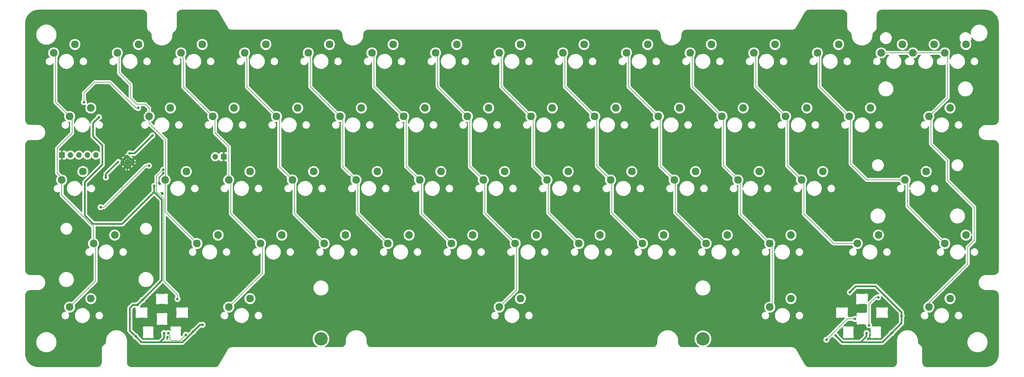
<source format=gtl>
%TF.GenerationSoftware,KiCad,Pcbnew,(7.0.0-0)*%
%TF.CreationDate,2023-06-04T16:03:24-07:00*%
%TF.ProjectId,popstar_plateless_no_flex_cut,706f7073-7461-4725-9f70-6c6174656c65,rev?*%
%TF.SameCoordinates,Original*%
%TF.FileFunction,Copper,L1,Top*%
%TF.FilePolarity,Positive*%
%FSLAX46Y46*%
G04 Gerber Fmt 4.6, Leading zero omitted, Abs format (unit mm)*
G04 Created by KiCad (PCBNEW (7.0.0-0)) date 2023-06-04 16:03:24*
%MOMM*%
%LPD*%
G01*
G04 APERTURE LIST*
%TA.AperFunction,ComponentPad*%
%ADD10C,2.300000*%
%TD*%
%TA.AperFunction,ComponentPad*%
%ADD11C,4.000000*%
%TD*%
%TA.AperFunction,ComponentPad*%
%ADD12R,1.700000X1.700000*%
%TD*%
%TA.AperFunction,ComponentPad*%
%ADD13O,1.700000X1.700000*%
%TD*%
%TA.AperFunction,ComponentPad*%
%ADD14C,0.600000*%
%TD*%
%TA.AperFunction,ViaPad*%
%ADD15C,0.800000*%
%TD*%
%TA.AperFunction,ViaPad*%
%ADD16C,0.600000*%
%TD*%
%TA.AperFunction,Conductor*%
%ADD17C,0.200000*%
%TD*%
%TA.AperFunction,Conductor*%
%ADD18C,0.500000*%
%TD*%
%TA.AperFunction,Conductor*%
%ADD19C,0.600000*%
%TD*%
G04 APERTURE END LIST*
D10*
%TO.P,SW3,1,1*%
%TO.N,COL01*%
X56515000Y-38735000D03*
%TO.P,SW3,2,2*%
%TO.N,Net-(D14-A)*%
X62865000Y-36195000D03*
%TD*%
%TO.P,SW9,1,1*%
%TO.N,COL07*%
X170815000Y-38735000D03*
%TO.P,SW9,2,2*%
%TO.N,Net-(D20-A)*%
X177165000Y-36195000D03*
%TD*%
%TO.P,SW15,1,1*%
%TO.N,COL13*%
X294640000Y-38735000D03*
%TO.P,SW15,2,2*%
%TO.N,Net-(D26-A)*%
X300990000Y-36195000D03*
%TD*%
%TO.P,SW22,1,1*%
%TO.N,COL05*%
X142240000Y-57785000D03*
%TO.P,SW22,2,2*%
%TO.N,Net-(D32-A)*%
X148590000Y-55245000D03*
%TD*%
%TO.P,SW55,1,1*%
%TO.N,COL12*%
X304165000Y-95885000D03*
%TO.P,SW55,2,2*%
%TO.N,Net-(D65-A)*%
X310515000Y-93345000D03*
%TD*%
%TO.P,SW29,1,1*%
%TO.N,COL12*%
X275590000Y-57785000D03*
%TO.P,SW29,2,2*%
%TO.N,Net-(D39-A)*%
X281940000Y-55245000D03*
%TD*%
%TO.P,SW33,1,1*%
%TO.N,COL03*%
X108902500Y-76835000D03*
%TO.P,SW33,2,2*%
%TO.N,Net-(D43-A)*%
X115252500Y-74295000D03*
%TD*%
%TO.P,SW25,1,1*%
%TO.N,COL08*%
X199390000Y-57785000D03*
%TO.P,SW25,2,2*%
%TO.N,Net-(D35-A)*%
X205740000Y-55245000D03*
%TD*%
%TO.P,SW53,1,1*%
%TO.N,COL10*%
X251777500Y-95885000D03*
%TO.P,SW53,2,2*%
%TO.N,Net-(D63-A)*%
X258127500Y-93345000D03*
%TD*%
%TO.P,SW17,1,1*%
%TO.N,COL00*%
X42227500Y-57785000D03*
%TO.P,SW17,2,2*%
%TO.N,Net-(D27-A)*%
X48577500Y-55245000D03*
%TD*%
%TO.P,SW41,1,1*%
%TO.N,COL11*%
X261302500Y-76835000D03*
%TO.P,SW41,2,2*%
%TO.N,Net-(D51-A)*%
X267652500Y-74295000D03*
%TD*%
%TO.P,SW36,1,1*%
%TO.N,COL06*%
X166052500Y-76835000D03*
%TO.P,SW36,2,2*%
%TO.N,Net-(D46-A)*%
X172402500Y-74295000D03*
%TD*%
%TO.P,SW47,2,2*%
%TO.N,Net-(D57-A)*%
X143827500Y-93345000D03*
%TO.P,SW47,1,1*%
%TO.N,COL04*%
X137477500Y-95885000D03*
%TD*%
%TO.P,SW11,1,1*%
%TO.N,COL09*%
X208915000Y-38735000D03*
%TO.P,SW11,2,2*%
%TO.N,Net-(D22-A)*%
X215265000Y-36195000D03*
%TD*%
%TO.P,SW45,1,1*%
%TO.N,COL02*%
X99377500Y-95885000D03*
%TO.P,SW45,2,2*%
%TO.N,Net-(D55-A)*%
X105727500Y-93345000D03*
%TD*%
%TO.P,SW57,1,1*%
%TO.N,COL02*%
X89852500Y-114935000D03*
%TO.P,SW57,2,2*%
%TO.N,Net-(D67-A)*%
X96202500Y-112395000D03*
%TD*%
%TO.P,SW56,1,1*%
%TO.N,COL00*%
X42227500Y-114935000D03*
%TO.P,SW56,2,2*%
%TO.N,Net-(D66-A)*%
X48577500Y-112395000D03*
%TD*%
%TO.P,SW24,1,1*%
%TO.N,COL07*%
X180340000Y-57785000D03*
%TO.P,SW24,2,2*%
%TO.N,Net-(D34-A)*%
X186690000Y-55245000D03*
%TD*%
%TO.P,SW59,1,1*%
%TO.N,COL10*%
X251777500Y-114935000D03*
%TO.P,SW59,2,2*%
%TO.N,Net-(D69-A)*%
X258127500Y-112395000D03*
%TD*%
%TO.P,SW7,1,1*%
%TO.N,COL05*%
X132715000Y-38735000D03*
%TO.P,SW7,2,2*%
%TO.N,Net-(D18-A)*%
X139065000Y-36195000D03*
%TD*%
%TO.P,SW20,1,1*%
%TO.N,COL03*%
X104140000Y-57785000D03*
%TO.P,SW20,2,2*%
%TO.N,Net-(D30-A)*%
X110490000Y-55245000D03*
%TD*%
%TO.P,SW2,1,1*%
%TO.N,COL00*%
X37465000Y-38735000D03*
%TO.P,SW2,2,2*%
%TO.N,Net-(D13-A)*%
X43815000Y-36195000D03*
%TD*%
%TO.P,SW31,1,1*%
%TO.N,COL01*%
X70802500Y-76835000D03*
%TO.P,SW31,2,2*%
%TO.N,Net-(D41-A)*%
X77152500Y-74295000D03*
%TD*%
%TO.P,SW27,1,1*%
%TO.N,COL10*%
X237490000Y-57785000D03*
%TO.P,SW27,2,2*%
%TO.N,Net-(D37-A)*%
X243840000Y-55245000D03*
%TD*%
%TO.P,SW32,1,1*%
%TO.N,COL02*%
X89852500Y-76835000D03*
%TO.P,SW32,2,2*%
%TO.N,Net-(D42-A)*%
X96202500Y-74295000D03*
%TD*%
%TO.P,SW34,1,1*%
%TO.N,COL04*%
X127952500Y-76835000D03*
%TO.P,SW34,2,2*%
%TO.N,Net-(D44-A)*%
X134302500Y-74295000D03*
%TD*%
%TO.P,SW37,1,1*%
%TO.N,COL07*%
X185102500Y-76835000D03*
%TO.P,SW37,2,2*%
%TO.N,Net-(D47-A)*%
X191452500Y-74295000D03*
%TD*%
%TO.P,SW10,1,1*%
%TO.N,COL08*%
X189865000Y-38735000D03*
%TO.P,SW10,2,2*%
%TO.N,Net-(D21-A)*%
X196215000Y-36195000D03*
%TD*%
%TO.P,SW21,1,1*%
%TO.N,COL04*%
X123190000Y-57785000D03*
%TO.P,SW21,2,2*%
%TO.N,Net-(D31-A)*%
X129540000Y-55245000D03*
%TD*%
%TO.P,SW38,1,1*%
%TO.N,COL08*%
X204152500Y-76835000D03*
%TO.P,SW38,2,2*%
%TO.N,Net-(D48-A)*%
X210502500Y-74295000D03*
%TD*%
%TO.P,SW50,1,1*%
%TO.N,COL07*%
X194627500Y-95885000D03*
%TO.P,SW50,2,2*%
%TO.N,Net-(D60-A)*%
X200977500Y-93345000D03*
%TD*%
%TO.P,SW52,1,1*%
%TO.N,COL09*%
X232727500Y-95885000D03*
%TO.P,SW52,2,2*%
%TO.N,Net-(D62-A)*%
X239077500Y-93345000D03*
%TD*%
%TO.P,SW13,1,1*%
%TO.N,COL11*%
X247015000Y-38735000D03*
%TO.P,SW13,2,2*%
%TO.N,Net-(D24-A)*%
X253365000Y-36195000D03*
%TD*%
%TO.P,SW35,2,2*%
%TO.N,Net-(D45-A)*%
X153352500Y-74295000D03*
%TO.P,SW35,1,1*%
%TO.N,COL05*%
X147002500Y-76835000D03*
%TD*%
%TO.P,SW39,1,1*%
%TO.N,COL09*%
X223202500Y-76835000D03*
%TO.P,SW39,2,2*%
%TO.N,Net-(D49-A)*%
X229552500Y-74295000D03*
%TD*%
%TO.P,SW23,1,1*%
%TO.N,COL06*%
X161290000Y-57785000D03*
%TO.P,SW23,2,2*%
%TO.N,Net-(D33-A)*%
X167640000Y-55245000D03*
%TD*%
%TO.P,SW51,1,1*%
%TO.N,COL08*%
X213677500Y-95885000D03*
%TO.P,SW51,2,2*%
%TO.N,Net-(D61-A)*%
X220027500Y-93345000D03*
%TD*%
%TO.P,SW43,1,1*%
%TO.N,COL00*%
X49371250Y-95885000D03*
%TO.P,SW43,2,2*%
%TO.N,Net-(D53-A)*%
X55721250Y-93345000D03*
%TD*%
%TO.P,SW61,1,1*%
%TO.N,COL13*%
X304165000Y-38735000D03*
%TO.P,SW61,2,2*%
%TO.N,Net-(D71-A)*%
X310515000Y-36195000D03*
%TD*%
%TO.P,SW44,1,1*%
%TO.N,COL01*%
X80327500Y-95885000D03*
%TO.P,SW44,2,2*%
%TO.N,Net-(D54-A)*%
X86677500Y-93345000D03*
%TD*%
%TO.P,SW58,1,1*%
%TO.N,COL06*%
X170815000Y-114935000D03*
%TO.P,SW58,2,2*%
%TO.N,Net-(D68-A)*%
X177165000Y-112395000D03*
%TD*%
D11*
%TO.P,S3,*%
%TO.N,*%
X231775000Y-124460000D03*
X117475000Y-124460000D03*
%TD*%
D10*
%TO.P,SW18,1,1*%
%TO.N,COL01*%
X66040000Y-57785000D03*
%TO.P,SW18,2,2*%
%TO.N,Net-(D28-A)*%
X72390000Y-55245000D03*
%TD*%
%TO.P,SW5,1,1*%
%TO.N,COL03*%
X94615000Y-38735000D03*
%TO.P,SW5,2,2*%
%TO.N,Net-(D16-A)*%
X100965000Y-36195000D03*
%TD*%
%TO.P,SW6,1,1*%
%TO.N,COL04*%
X113665000Y-38735000D03*
%TO.P,SW6,2,2*%
%TO.N,Net-(D17-A)*%
X120015000Y-36195000D03*
%TD*%
%TO.P,SW28,1,1*%
%TO.N,COL11*%
X256540000Y-57785000D03*
%TO.P,SW28,2,2*%
%TO.N,Net-(D38-A)*%
X262890000Y-55245000D03*
%TD*%
%TO.P,SW48,1,1*%
%TO.N,COL05*%
X156527500Y-95885000D03*
%TO.P,SW48,2,2*%
%TO.N,Net-(D58-A)*%
X162877500Y-93345000D03*
%TD*%
%TO.P,SW60,1,1*%
%TO.N,COL13*%
X299402500Y-114935000D03*
%TO.P,SW60,2,2*%
%TO.N,Net-(D70-A)*%
X305752500Y-112395000D03*
%TD*%
%TO.P,SW49,1,1*%
%TO.N,COL06*%
X175577500Y-95885000D03*
%TO.P,SW49,2,2*%
%TO.N,Net-(D59-A)*%
X181927500Y-93345000D03*
%TD*%
%TO.P,SW30,1,1*%
%TO.N,COL00*%
X39846250Y-76835000D03*
%TO.P,SW30,2,2*%
%TO.N,Net-(D40-A)*%
X46196250Y-74295000D03*
%TD*%
%TO.P,SW26,1,1*%
%TO.N,COL09*%
X218440000Y-57785000D03*
%TO.P,SW26,2,2*%
%TO.N,Net-(D36-A)*%
X224790000Y-55245000D03*
%TD*%
%TO.P,SW62,1,1*%
%TO.N,COL13*%
X299402500Y-57785000D03*
%TO.P,SW62,2,2*%
%TO.N,Net-(D72-A)*%
X305752500Y-55245000D03*
%TD*%
%TO.P,SW16,1,1*%
%TO.N,COL13*%
X285115000Y-38735000D03*
%TO.P,SW16,2,2*%
%TO.N,Net-(D26-A)*%
X291465000Y-36195000D03*
%TD*%
%TO.P,SW14,1,1*%
%TO.N,COL12*%
X266065000Y-38735000D03*
%TO.P,SW14,2,2*%
%TO.N,Net-(D25-A)*%
X272415000Y-36195000D03*
%TD*%
%TO.P,SW46,1,1*%
%TO.N,COL03*%
X118427500Y-95885000D03*
%TO.P,SW46,2,2*%
%TO.N,Net-(D56-A)*%
X124777500Y-93345000D03*
%TD*%
%TO.P,SW40,1,1*%
%TO.N,COL10*%
X242252500Y-76835000D03*
%TO.P,SW40,2,2*%
%TO.N,Net-(D50-A)*%
X248602500Y-74295000D03*
%TD*%
%TO.P,SW12,1,1*%
%TO.N,COL10*%
X227965000Y-38735000D03*
%TO.P,SW12,2,2*%
%TO.N,Net-(D23-A)*%
X234315000Y-36195000D03*
%TD*%
%TO.P,SW19,1,1*%
%TO.N,COL02*%
X85090000Y-57785000D03*
%TO.P,SW19,2,2*%
%TO.N,Net-(D29-A)*%
X91440000Y-55245000D03*
%TD*%
%TO.P,SW42,1,1*%
%TO.N,COL12*%
X292258750Y-76835000D03*
%TO.P,SW42,2,2*%
%TO.N,Net-(D52-A)*%
X298608750Y-74295000D03*
%TD*%
%TO.P,SW4,1,1*%
%TO.N,COL02*%
X75565000Y-38735000D03*
%TO.P,SW4,2,2*%
%TO.N,Net-(D15-A)*%
X81915000Y-36195000D03*
%TD*%
%TO.P,SW8,1,1*%
%TO.N,COL06*%
X151765000Y-38735000D03*
%TO.P,SW8,2,2*%
%TO.N,Net-(D19-A)*%
X158115000Y-36195000D03*
%TD*%
%TO.P,SW54,1,1*%
%TO.N,COL11*%
X277971250Y-95885000D03*
%TO.P,SW54,2,2*%
%TO.N,Net-(D64-A)*%
X284321250Y-93345000D03*
%TD*%
D12*
%TO.P,J2,1,Pin_1*%
%TO.N,GND*%
X39919999Y-69341999D03*
D13*
%TO.P,J2,2,Pin_2*%
%TO.N,SWCLK*%
X42459999Y-69341999D03*
%TO.P,J2,3,Pin_3*%
%TO.N,SWD*%
X44999999Y-69341999D03*
%TO.P,J2,4,Pin_4*%
%TO.N,~{RESET}*%
X47539999Y-69341999D03*
%TO.P,J2,5,Pin_5*%
%TO.N,+3V3*%
X50079999Y-69341999D03*
%TD*%
D14*
%TO.P,U6,57,GND*%
%TO.N,GND*%
X59531250Y-73240622D03*
X60432811Y-72339061D03*
X61334372Y-71437500D03*
X58629689Y-72339061D03*
X59531250Y-71437500D03*
X60432811Y-70535939D03*
X57728128Y-71437500D03*
X58629689Y-70535939D03*
X59531250Y-69634378D03*
%TD*%
D12*
%TO.P,SW1,1,1*%
%TO.N,GND*%
X88336249Y-69874999D03*
D13*
%TO.P,SW1,2,2*%
%TO.N,/~{USB_BOOT}*%
X85796249Y-69874999D03*
%TD*%
D15*
%TO.N,GND*%
X84137500Y-65881250D03*
X169068750Y-73025000D03*
X155575000Y-66675000D03*
X160337500Y-63500000D03*
X164306250Y-73025000D03*
X160337500Y-71437500D03*
X250825000Y-103981250D03*
X101600000Y-103981250D03*
X76200000Y-50800000D03*
X80962500Y-50800000D03*
%TO.N,+1V1*%
X53086000Y-76073000D03*
X60200000Y-68850000D03*
X67000000Y-63500000D03*
D16*
X56800000Y-71350000D03*
D15*
%TO.N,GND*%
X317220000Y-130800000D03*
X128500000Y-89000000D03*
X202500000Y-120500000D03*
X165000000Y-124250000D03*
X45500000Y-76500000D03*
X83250000Y-118500000D03*
X51500000Y-104500000D03*
X65000000Y-73800500D03*
X234950000Y-46831250D03*
X288500000Y-125000000D03*
X270500000Y-124750000D03*
X166500000Y-89000000D03*
X72000000Y-82000000D03*
X70250000Y-108750000D03*
X70000000Y-81000000D03*
X67750000Y-120500000D03*
X165000000Y-120000000D03*
X56769000Y-53594000D03*
X267000000Y-125250000D03*
X155000000Y-120000000D03*
X115000000Y-120500000D03*
X62992000Y-63881000D03*
X126000000Y-76000000D03*
X261000000Y-122400000D03*
X204500000Y-89000000D03*
X60000000Y-123750000D03*
X139700000Y-46500000D03*
X54229000Y-78105000D03*
X71500000Y-88800000D03*
X283750000Y-113750000D03*
X300000000Y-93500000D03*
X306250000Y-46500000D03*
X210000000Y-120500000D03*
X292750000Y-117500000D03*
X47000000Y-63000000D03*
X49500000Y-57500000D03*
X48750000Y-73500000D03*
X196500000Y-120000000D03*
X95000000Y-122700000D03*
X65405000Y-62738000D03*
X62250000Y-112250000D03*
X59250000Y-91000000D03*
X277000000Y-107250000D03*
X265750000Y-121750000D03*
X68600000Y-101400000D03*
X151250000Y-116750000D03*
X66000000Y-76750000D03*
X68072000Y-71755000D03*
X64250000Y-114250000D03*
X98500000Y-121700000D03*
X76750000Y-113250000D03*
X71500000Y-101400000D03*
X50750000Y-88500000D03*
X101500000Y-123200000D03*
X233750000Y-120500000D03*
X272750000Y-110500000D03*
X51500000Y-76000000D03*
X244500000Y-120500000D03*
X289500000Y-119750000D03*
X221000000Y-76000000D03*
X163750000Y-76000000D03*
X86000000Y-122500000D03*
X55499000Y-78105000D03*
X48750000Y-83250000D03*
X109500000Y-89000000D03*
D16*
X277250000Y-119750000D03*
X71750000Y-116250000D03*
D15*
X48500000Y-104500000D03*
X72009000Y-65532000D03*
X81250000Y-122250000D03*
X48250000Y-71250000D03*
X31580000Y-27610000D03*
X200500000Y-82000000D03*
X30860000Y-130390000D03*
X68707000Y-65532000D03*
X200000000Y-116750000D03*
D16*
X69500000Y-123750000D03*
D15*
X80500000Y-73500000D03*
X76250000Y-121750000D03*
X46000000Y-71750000D03*
X45000000Y-83250000D03*
X185500000Y-89000000D03*
X124500000Y-82000000D03*
X120650000Y-46500000D03*
X285000000Y-107750000D03*
X127500000Y-116750000D03*
X115000000Y-116750000D03*
X143500000Y-82000000D03*
X72250000Y-73750000D03*
X65000000Y-84800000D03*
X54861000Y-85675000D03*
X41250000Y-67000000D03*
X147750000Y-120500000D03*
X286500000Y-122000000D03*
X281250000Y-124500000D03*
X75750000Y-111250000D03*
X272750000Y-122500000D03*
X254000000Y-46831250D03*
X74250000Y-108250000D03*
X147500000Y-89000000D03*
X103500000Y-66000000D03*
X292500000Y-39750000D03*
X45000000Y-39000000D03*
X62750000Y-122000000D03*
X81500000Y-117000000D03*
X182750000Y-76000000D03*
X177800000Y-46831250D03*
X251500000Y-122400000D03*
X162500000Y-82000000D03*
X223500000Y-89000000D03*
X49000000Y-77500000D03*
X233750000Y-116750000D03*
X68600000Y-103500000D03*
X141500000Y-66000000D03*
X101600000Y-46500000D03*
X83250000Y-121750000D03*
X61000000Y-113000000D03*
X43250000Y-86750000D03*
X57699500Y-78706111D03*
X63500000Y-79000000D03*
X80168750Y-54768750D03*
X262000000Y-89000000D03*
X61750000Y-119750000D03*
X181500000Y-82000000D03*
X306000000Y-79750000D03*
X71500000Y-103500000D03*
X153250000Y-124250000D03*
X196850000Y-46831250D03*
X65300000Y-70400000D03*
X106750000Y-76000000D03*
X52300000Y-86200000D03*
X66480713Y-77519287D03*
X58750000Y-119750000D03*
X87000000Y-118750000D03*
X254000000Y-104000000D03*
X198500000Y-124250000D03*
X220000000Y-82000000D03*
X68600000Y-88800000D03*
X122500000Y-66000000D03*
X53500000Y-72250000D03*
X82550000Y-46500000D03*
X273050000Y-46831250D03*
X198500000Y-66000000D03*
X140000000Y-116750000D03*
X243000000Y-89000000D03*
X105500000Y-82000000D03*
D16*
X72000000Y-115250000D03*
D15*
X62000000Y-125750000D03*
X259000000Y-76000000D03*
X186000000Y-120000000D03*
X317480000Y-28610000D03*
X144750000Y-76000000D03*
X61800000Y-84400000D03*
X58400000Y-62411000D03*
X186000000Y-124250000D03*
X158500000Y-46500000D03*
X84137500Y-54768750D03*
X90500000Y-89000000D03*
X274500000Y-66000000D03*
X279250000Y-123750000D03*
X236500000Y-66000000D03*
X79500000Y-123750000D03*
X210000000Y-116750000D03*
X71500000Y-124000000D03*
X86500000Y-82000000D03*
X165750000Y-67750000D03*
X105500000Y-119250000D03*
X59400000Y-62411000D03*
X71800000Y-121400000D03*
X83000000Y-68500000D03*
X140000000Y-120500000D03*
X301500000Y-54000000D03*
X282500000Y-114750000D03*
X41000000Y-62400000D03*
X174500000Y-104000000D03*
X104100000Y-125300000D03*
X258000000Y-82000000D03*
X63500000Y-111250000D03*
X50600000Y-86200000D03*
X301000000Y-75250000D03*
X70250000Y-74750000D03*
X201750000Y-76000000D03*
X268500000Y-120250000D03*
X64135000Y-63373000D03*
X80250000Y-119750000D03*
X104500000Y-116750000D03*
X74000000Y-69500000D03*
X89500000Y-126600000D03*
X273250000Y-113750000D03*
X39800000Y-64200000D03*
X91250000Y-121700000D03*
X215900000Y-46831250D03*
X277400000Y-110500000D03*
X108750000Y-120500000D03*
X37500000Y-56250000D03*
X289000000Y-82000000D03*
X271250000Y-125750000D03*
X221250000Y-116750000D03*
X50500000Y-62000000D03*
X58000000Y-117000000D03*
X57250000Y-88250000D03*
X87800000Y-124000000D03*
X64135000Y-55372000D03*
X52451000Y-58801000D03*
X67500000Y-118250000D03*
X50750000Y-67000000D03*
X46000000Y-56000000D03*
X58500000Y-57000000D03*
X47250000Y-67000000D03*
X65000000Y-79800000D03*
X57200000Y-62411000D03*
X60500000Y-46500000D03*
X53500000Y-66750000D03*
X69000000Y-77750000D03*
X247500000Y-116750000D03*
X48000000Y-91500000D03*
X50750000Y-91500000D03*
X290000000Y-75500000D03*
X77750000Y-121250000D03*
X239000000Y-82000000D03*
X240000000Y-76000000D03*
X177500000Y-104000000D03*
X98000000Y-104000000D03*
X57750000Y-61250000D03*
X217500000Y-66000000D03*
X255500000Y-66000000D03*
X39500000Y-47000000D03*
%TO.N,ARGB_5V*%
X74500000Y-112500000D03*
X70250000Y-73750000D03*
%TO.N,Net-(D6-DOUT)*%
X77000000Y-123250000D03*
X277250000Y-118500000D03*
X71750000Y-122750000D03*
X268750000Y-124750000D03*
%TO.N,Net-(D11-DOUT)*%
X281500000Y-120400000D03*
X284250000Y-112000000D03*
%TO.N,ROW1*%
X62750000Y-55250000D03*
X46500000Y-53500000D03*
%TO.N,ROW2*%
X65978417Y-72554430D03*
X51500000Y-85000000D03*
%TO.N,5V*%
X79250000Y-122250000D03*
X64020145Y-112820145D03*
X51000000Y-58000000D03*
X275750000Y-110500000D03*
X271500000Y-123500000D03*
X62000000Y-123750000D03*
X67550500Y-78589075D03*
X70500000Y-122750000D03*
X82000000Y-120250000D03*
X291250000Y-117500000D03*
X280750000Y-122750000D03*
X288250000Y-122750000D03*
X62545145Y-114295145D03*
%TD*%
D17*
%TO.N,COL10*%
X251777500Y-95885000D02*
X252500000Y-96607500D01*
X252500000Y-96607500D02*
X252500000Y-114212500D01*
X252500000Y-114212500D02*
X251777500Y-114935000D01*
%TO.N,COL02*%
X99377500Y-95885000D02*
X99385000Y-95885000D01*
X99385000Y-95885000D02*
X100000000Y-96500000D01*
X100000000Y-96500000D02*
X100000000Y-104787500D01*
X100000000Y-104787500D02*
X89852500Y-114935000D01*
%TO.N,COL06*%
X175577500Y-95885000D02*
X176000000Y-96307500D01*
X176000000Y-96307500D02*
X176000000Y-109750000D01*
X176000000Y-109750000D02*
X170815000Y-114935000D01*
%TO.N,COL12*%
X266065000Y-38735000D02*
X266700000Y-39370000D01*
X266700000Y-39370000D02*
X266700000Y-48895000D01*
X266700000Y-48895000D02*
X275590000Y-57785000D01*
%TO.N,COL11*%
X247015000Y-38735000D02*
X247650000Y-39370000D01*
X247650000Y-39370000D02*
X247650000Y-48895000D01*
X247650000Y-48895000D02*
X256540000Y-57785000D01*
%TO.N,COL10*%
X227965000Y-38735000D02*
X228600000Y-39370000D01*
X228600000Y-39370000D02*
X228600000Y-48895000D01*
X228600000Y-48895000D02*
X237490000Y-57785000D01*
%TO.N,COL09*%
X208915000Y-38735000D02*
X209550000Y-39370000D01*
X209550000Y-39370000D02*
X209550000Y-48895000D01*
X209550000Y-48895000D02*
X218440000Y-57785000D01*
%TO.N,COL08*%
X189865000Y-38735000D02*
X190500000Y-39370000D01*
X190500000Y-39370000D02*
X190500000Y-48895000D01*
X190500000Y-48895000D02*
X199390000Y-57785000D01*
%TO.N,COL07*%
X170815000Y-38735000D02*
X171450000Y-39370000D01*
X171450000Y-48895000D02*
X180340000Y-57785000D01*
X171450000Y-39370000D02*
X171450000Y-48895000D01*
%TO.N,COL02*%
X76200000Y-39370000D02*
X76200000Y-40481250D01*
X75565000Y-38735000D02*
X76200000Y-39370000D01*
X76300000Y-40581250D02*
X76300000Y-48995000D01*
X76200000Y-40481250D02*
X76300000Y-40581250D01*
X76300000Y-48995000D02*
X85090000Y-57785000D01*
%TO.N,COL03*%
X95250000Y-39370000D02*
X95250000Y-40481250D01*
X95250000Y-40481250D02*
X95300000Y-40531250D01*
X94615000Y-38735000D02*
X95250000Y-39370000D01*
X95300000Y-48945000D02*
X104140000Y-57785000D01*
X95300000Y-40531250D02*
X95300000Y-48945000D01*
%TO.N,COL04*%
X113665000Y-38735000D02*
X114300000Y-39370000D01*
X114300000Y-39370000D02*
X114300000Y-48895000D01*
X114300000Y-48895000D02*
X123190000Y-57785000D01*
%TO.N,COL05*%
X132715000Y-38735000D02*
X133350000Y-39370000D01*
X133350000Y-39370000D02*
X133350000Y-48895000D01*
X133350000Y-48895000D02*
X142240000Y-57785000D01*
%TO.N,COL06*%
X151765000Y-38735000D02*
X152400000Y-39370000D01*
X152400000Y-48895000D02*
X161290000Y-57785000D01*
X152400000Y-39370000D02*
X152400000Y-48895000D01*
D18*
%TO.N,+1V1*%
X53086000Y-76073000D02*
X53086000Y-75064000D01*
X53086000Y-75064000D02*
X56800000Y-71350000D01*
X61650000Y-68850000D02*
X60200000Y-68850000D01*
X67000000Y-63500000D02*
X61650000Y-68850000D01*
D19*
%TO.N,GND*%
X58629689Y-72339061D02*
X59531250Y-73240622D01*
X57728128Y-71437500D02*
X59531250Y-71437500D01*
X61334372Y-71437500D02*
X60432811Y-70535939D01*
X58629689Y-72339061D02*
X59531250Y-71437500D01*
X60432811Y-70535939D02*
X59531250Y-69634378D01*
X58629689Y-70535939D02*
X57728128Y-71437500D01*
X60432811Y-70535939D02*
X59531250Y-71437500D01*
X58629689Y-70535939D02*
X59531250Y-71437500D01*
X60432811Y-72339061D02*
X61334372Y-71437500D01*
X59531250Y-73240622D02*
X59531250Y-71437500D01*
X59531250Y-73240622D02*
X60432811Y-72339061D01*
X57728128Y-71437500D02*
X58629689Y-72339061D01*
X61334372Y-71437500D02*
X59531250Y-71437500D01*
X59531250Y-69634378D02*
X58629689Y-70535939D01*
X60432811Y-72339061D02*
X59531250Y-71437500D01*
X59531250Y-69634378D02*
X59531250Y-71437500D01*
D18*
X80032000Y-65532000D02*
X83000000Y-68500000D01*
X72009000Y-65532000D02*
X80032000Y-65532000D01*
D17*
%TO.N,ARGB_5V*%
X73375000Y-110125000D02*
X74500000Y-111250000D01*
X68250000Y-80347500D02*
X70402500Y-82500000D01*
X70402500Y-107152500D02*
X71000000Y-107750000D01*
X74500000Y-111250000D02*
X74500000Y-112500000D01*
X68250000Y-75750000D02*
X68250000Y-80347500D01*
X70402500Y-82500000D02*
X70402500Y-107152500D01*
X71000000Y-107750000D02*
X73375000Y-110125000D01*
X70250000Y-73750000D02*
X68250000Y-75750000D01*
%TO.N,Net-(D6-DOUT)*%
X72200000Y-123200000D02*
X72200000Y-124450000D01*
X71750000Y-122750000D02*
X72200000Y-123200000D01*
X75300000Y-124950000D02*
X77000000Y-123250000D01*
X72700000Y-124950000D02*
X75300000Y-124950000D01*
X72200000Y-124450000D02*
X72700000Y-124950000D01*
X275000000Y-118500000D02*
X277250000Y-118500000D01*
X268750000Y-124750000D02*
X275000000Y-118500000D01*
%TO.N,Net-(D11-DOUT)*%
X281500000Y-120400000D02*
X281500000Y-114000000D01*
X283500000Y-112000000D02*
X284250000Y-112000000D01*
X281500000Y-114000000D02*
X283500000Y-112000000D01*
%TO.N,ROW1*%
X46500000Y-53500000D02*
X46500000Y-50750000D01*
X46500000Y-50750000D02*
X49750000Y-47500000D01*
X49750000Y-47500000D02*
X54250000Y-47500000D01*
X54250000Y-47500000D02*
X62000000Y-55250000D01*
X62000000Y-55250000D02*
X62750000Y-55250000D01*
%TO.N,ROW2*%
X52510050Y-85000000D02*
X51500000Y-85000000D01*
X64955620Y-72554430D02*
X52510050Y-85000000D01*
X65978417Y-72554430D02*
X64955620Y-72554430D01*
%TO.N,COL00*%
X38500000Y-74777818D02*
X38500000Y-67250000D01*
X39846250Y-81346250D02*
X39846250Y-76835000D01*
X49371250Y-95885000D02*
X50000000Y-96513750D01*
X39846250Y-76835000D02*
X39846250Y-76124068D01*
X38500000Y-67250000D02*
X43000000Y-62750000D01*
X37465000Y-38735000D02*
X38000000Y-39270000D01*
X39846250Y-76124068D02*
X38500000Y-74777818D01*
X50000000Y-96513750D02*
X50000000Y-107162500D01*
X43000000Y-58557500D02*
X42227500Y-57785000D01*
X43000000Y-62750000D02*
X43000000Y-58557500D01*
X38000000Y-39270000D02*
X38000000Y-53557500D01*
X49371250Y-95885000D02*
X49371250Y-90871250D01*
X50000000Y-107162500D02*
X42227500Y-114935000D01*
X49371250Y-90871250D02*
X39846250Y-81346250D01*
X38000000Y-53557500D02*
X42227500Y-57785000D01*
%TO.N,COL01*%
X60500000Y-48250000D02*
X60500000Y-52328426D01*
X57000000Y-39220000D02*
X57000000Y-44750000D01*
X66040000Y-57785000D02*
X66040000Y-59829775D01*
X57000000Y-44750000D02*
X60500000Y-48250000D01*
X70950000Y-64739775D02*
X70950000Y-76687500D01*
X70802500Y-86360000D02*
X80327500Y-95885000D01*
X62271571Y-54099998D02*
X64900002Y-54099998D01*
X70802500Y-76835000D02*
X70802500Y-86360000D01*
X66040000Y-55239996D02*
X66040000Y-57785000D01*
X64900002Y-54099998D02*
X66040000Y-55239996D01*
X56515000Y-38735000D02*
X57000000Y-39220000D01*
X70950000Y-76687500D02*
X70802500Y-76835000D01*
X66040000Y-59829775D02*
X70950000Y-64739775D01*
X60500000Y-52328426D02*
X62271571Y-54099998D01*
%TO.N,COL02*%
X89852500Y-66833750D02*
X85725000Y-62706250D01*
X89852500Y-76835000D02*
X90487500Y-77470000D01*
X90487500Y-86995000D02*
X99377500Y-95885000D01*
X90487500Y-77470000D02*
X90487500Y-86995000D01*
X85725000Y-62706250D02*
X85725000Y-58420000D01*
X85725000Y-58420000D02*
X85090000Y-57785000D01*
X89852500Y-76835000D02*
X89852500Y-66833750D01*
%TO.N,COL03*%
X108902500Y-76835000D02*
X105000000Y-72932500D01*
X105000000Y-58645000D02*
X104140000Y-57785000D01*
X109500000Y-86957500D02*
X118427500Y-95885000D01*
X109500000Y-77432500D02*
X109500000Y-86957500D01*
X108902500Y-76835000D02*
X109500000Y-77432500D01*
X105000000Y-72932500D02*
X105000000Y-58645000D01*
%TO.N,COL04*%
X128500000Y-77382500D02*
X128500000Y-86907500D01*
X127952500Y-76835000D02*
X124000000Y-72882500D01*
X127952500Y-76835000D02*
X128500000Y-77382500D01*
X128500000Y-86907500D02*
X137477500Y-95885000D01*
X124000000Y-58595000D02*
X123190000Y-57785000D01*
X124000000Y-72882500D02*
X124000000Y-58595000D01*
%TO.N,COL05*%
X147500000Y-77332500D02*
X147500000Y-86857500D01*
X147002500Y-76835000D02*
X143000000Y-72832500D01*
X147500000Y-86857500D02*
X156527500Y-95885000D01*
X147002500Y-76835000D02*
X147500000Y-77332500D01*
X143000000Y-72832500D02*
X143000000Y-58545000D01*
X143000000Y-58545000D02*
X142240000Y-57785000D01*
%TO.N,COL06*%
X166500000Y-77282500D02*
X166500000Y-86807500D01*
X166500000Y-86807500D02*
X175577500Y-95885000D01*
X162000000Y-58495000D02*
X161290000Y-57785000D01*
X166052500Y-76835000D02*
X166500000Y-77282500D01*
X166052500Y-76835000D02*
X162000000Y-72782500D01*
X162000000Y-72782500D02*
X162000000Y-58495000D01*
%TO.N,COL07*%
X185102500Y-77102500D02*
X185500000Y-77500000D01*
X185500000Y-86757500D02*
X194627500Y-95885000D01*
X185102500Y-76835000D02*
X181000000Y-72732500D01*
X185102500Y-76835000D02*
X185102500Y-77102500D01*
X181000000Y-72732500D02*
X181000000Y-58445000D01*
X181000000Y-58445000D02*
X180340000Y-57785000D01*
X185500000Y-77500000D02*
X185500000Y-86757500D01*
%TO.N,COL08*%
X204152500Y-76835000D02*
X204335000Y-76835000D01*
X200000000Y-58395000D02*
X199390000Y-57785000D01*
X204335000Y-76835000D02*
X204500000Y-77000000D01*
X204152500Y-76835000D02*
X200000000Y-72682500D01*
X204152500Y-76835000D02*
X204500000Y-77182500D01*
X200000000Y-72682500D02*
X200000000Y-58395000D01*
X204500000Y-77182500D02*
X204500000Y-86707500D01*
X204500000Y-86707500D02*
X213677500Y-95885000D01*
%TO.N,COL09*%
X223500000Y-86657500D02*
X232727500Y-95885000D01*
X219000000Y-58345000D02*
X218440000Y-57785000D01*
X219000000Y-72632500D02*
X219000000Y-58345000D01*
X223202500Y-76835000D02*
X223500000Y-77132500D01*
X223202500Y-76835000D02*
X219000000Y-72632500D01*
X223500000Y-77132500D02*
X223500000Y-86657500D01*
%TO.N,COL10*%
X243000000Y-77582500D02*
X243000000Y-87107500D01*
X242252500Y-76835000D02*
X243000000Y-77582500D01*
X238000000Y-72582500D02*
X242252500Y-76835000D01*
X243000000Y-87107500D02*
X251777500Y-95885000D01*
X238000000Y-58295000D02*
X238000000Y-72582500D01*
X237490000Y-57785000D02*
X238000000Y-58295000D01*
%TO.N,COL11*%
X257000000Y-72532500D02*
X257000000Y-58245000D01*
X270885000Y-95885000D02*
X262000000Y-87000000D01*
X262000000Y-77532500D02*
X261302500Y-76835000D01*
X261302500Y-76835000D02*
X257000000Y-72532500D01*
X262000000Y-87000000D02*
X262000000Y-77532500D01*
X257000000Y-58245000D02*
X256540000Y-57785000D01*
X277971250Y-95885000D02*
X270885000Y-95885000D01*
%TO.N,COL12*%
X292258750Y-76835000D02*
X293000000Y-77576250D01*
X276000000Y-58195000D02*
X275590000Y-57785000D01*
X293000000Y-84720000D02*
X304165000Y-95885000D01*
X276000000Y-72000000D02*
X276000000Y-58195000D01*
X292258750Y-76835000D02*
X280835000Y-76835000D01*
X280835000Y-76835000D02*
X276000000Y-72000000D01*
X293000000Y-77576250D02*
X293000000Y-84720000D01*
%TO.N,COL13*%
X294640000Y-38735000D02*
X285115000Y-38735000D01*
X299402500Y-113597500D02*
X299402500Y-114935000D01*
X313000000Y-95000000D02*
X311000000Y-97000000D01*
X305000000Y-39570000D02*
X304165000Y-38735000D01*
X304165000Y-38735000D02*
X294640000Y-38735000D01*
X305000000Y-52187500D02*
X305000000Y-39570000D01*
X313000000Y-85000000D02*
X313000000Y-95000000D01*
X299402500Y-57785000D02*
X300000000Y-58382500D01*
X311000000Y-97000000D02*
X311000000Y-102000000D01*
X300000000Y-58382500D02*
X300000000Y-66000000D01*
X305000000Y-71000000D02*
X305000000Y-77000000D01*
X305000000Y-77000000D02*
X313000000Y-85000000D01*
X300000000Y-66000000D02*
X305000000Y-71000000D01*
X311000000Y-102000000D02*
X299402500Y-113597500D01*
X299402500Y-57785000D02*
X305000000Y-52187500D01*
D18*
%TO.N,5V*%
X68250000Y-125500000D02*
X69250000Y-125500000D01*
X285500000Y-125500000D02*
X288250000Y-122750000D01*
X60875000Y-122625000D02*
X62000000Y-123750000D01*
X60250000Y-115250000D02*
X60250000Y-122000000D01*
X291250000Y-116500000D02*
X283875000Y-109125000D01*
X69250000Y-125500000D02*
X70500000Y-124250000D01*
X58000000Y-90000000D02*
X49277818Y-90000000D01*
X52000000Y-72250000D02*
X52000000Y-66500000D01*
X70500000Y-124250000D02*
X70500000Y-122750000D01*
X49277818Y-90000000D02*
X46750000Y-87472182D01*
X68250000Y-125500000D02*
X76000000Y-125500000D01*
X61204855Y-114295145D02*
X60250000Y-115250000D01*
X79250000Y-122250000D02*
X81250000Y-120250000D01*
X271500000Y-123500000D02*
X273500000Y-125500000D01*
X69852500Y-106987790D02*
X64020145Y-112820145D01*
X291250000Y-117500000D02*
X291250000Y-116500000D01*
X52000000Y-66500000D02*
X49250000Y-63750000D01*
X279000000Y-125500000D02*
X285500000Y-125500000D01*
X60875000Y-122625000D02*
X61500000Y-123250000D01*
X61500000Y-123250000D02*
X62000000Y-123750000D01*
X69852500Y-82727818D02*
X69852500Y-106987790D01*
X67550500Y-80449500D02*
X58000000Y-90000000D01*
X282000000Y-108750000D02*
X277500000Y-108750000D01*
X283875000Y-109125000D02*
X283500000Y-108750000D01*
X67550500Y-78589075D02*
X67550500Y-79500000D01*
X291250000Y-119750000D02*
X291250000Y-118750000D01*
X67550500Y-80425818D02*
X69852500Y-82727818D01*
X49250000Y-59750000D02*
X51000000Y-58000000D01*
X273500000Y-125500000D02*
X279000000Y-125500000D01*
X279000000Y-125500000D02*
X280750000Y-123750000D01*
X288250000Y-122750000D02*
X291250000Y-119750000D01*
X67550500Y-79500000D02*
X67550500Y-80425818D01*
X277500000Y-108750000D02*
X275750000Y-110500000D01*
X60250000Y-122000000D02*
X60875000Y-122625000D01*
X67550500Y-79500000D02*
X67550500Y-80449500D01*
X62545145Y-114295145D02*
X61204855Y-114295145D01*
X64020145Y-112820145D02*
X62545145Y-114295145D01*
X49250000Y-63750000D02*
X49250000Y-59750000D01*
X76000000Y-125500000D02*
X79250000Y-122250000D01*
X81250000Y-120250000D02*
X82000000Y-120250000D01*
X46750000Y-87472182D02*
X46750000Y-77500000D01*
X291250000Y-118750000D02*
X291250000Y-117500000D01*
X63750000Y-125500000D02*
X68250000Y-125500000D01*
X280750000Y-123750000D02*
X280750000Y-122750000D01*
X62000000Y-123750000D02*
X63750000Y-125500000D01*
X283500000Y-108750000D02*
X282000000Y-108750000D01*
X46750000Y-77500000D02*
X52000000Y-72250000D01*
%TD*%
%TA.AperFunction,Conductor*%
%TO.N,GND*%
G36*
X285325358Y-111636726D02*
G01*
X290463181Y-116774549D01*
X290490061Y-116814777D01*
X290499500Y-116862230D01*
X290499500Y-116965679D01*
X290482887Y-117027679D01*
X290426069Y-117126089D01*
X290426066Y-117126094D01*
X290422821Y-117131716D01*
X290420815Y-117137888D01*
X290420813Y-117137894D01*
X290366333Y-117305564D01*
X290366331Y-117305573D01*
X290364326Y-117311744D01*
X290363648Y-117318194D01*
X290363646Y-117318204D01*
X290348868Y-117458818D01*
X290344540Y-117500000D01*
X290346042Y-117514292D01*
X290363646Y-117681795D01*
X290363647Y-117681803D01*
X290364326Y-117688256D01*
X290366331Y-117694428D01*
X290366333Y-117694435D01*
X290413792Y-117840496D01*
X290422821Y-117868284D01*
X290426068Y-117873908D01*
X290426069Y-117873910D01*
X290449434Y-117914379D01*
X290480267Y-117967784D01*
X290482887Y-117972321D01*
X290499500Y-118034321D01*
X290499500Y-119387771D01*
X290490061Y-119435224D01*
X290463181Y-119475452D01*
X288097228Y-121841402D01*
X288068715Y-121862694D01*
X288035330Y-121875011D01*
X287976556Y-121887504D01*
X287976552Y-121887504D01*
X287970197Y-121888856D01*
X287964262Y-121891498D01*
X287964254Y-121891501D01*
X287803207Y-121963205D01*
X287803202Y-121963207D01*
X287797270Y-121965849D01*
X287792016Y-121969665D01*
X287792011Y-121969669D01*
X287649388Y-122073290D01*
X287649381Y-122073295D01*
X287644129Y-122077112D01*
X287639784Y-122081937D01*
X287639779Y-122081942D01*
X287521813Y-122212956D01*
X287521808Y-122212962D01*
X287517467Y-122217784D01*
X287514222Y-122223404D01*
X287514218Y-122223410D01*
X287426069Y-122376089D01*
X287426066Y-122376094D01*
X287422821Y-122381716D01*
X287420816Y-122387885D01*
X287420814Y-122387891D01*
X287367479Y-122552039D01*
X287337229Y-122601401D01*
X285225451Y-124713181D01*
X285185223Y-124740061D01*
X285137770Y-124749500D01*
X281111230Y-124749500D01*
X281054935Y-124735985D01*
X281010912Y-124698386D01*
X280988757Y-124644898D01*
X280993299Y-124587182D01*
X281023547Y-124537820D01*
X281235648Y-124325718D01*
X281249266Y-124313950D01*
X281268530Y-124299610D01*
X281300366Y-124261667D01*
X281307680Y-124253688D01*
X281308264Y-124253103D01*
X281311591Y-124249777D01*
X281330833Y-124225439D01*
X281333090Y-124222670D01*
X281376654Y-124170753D01*
X281376653Y-124170753D01*
X281381302Y-124165214D01*
X281384548Y-124158748D01*
X281386436Y-124155879D01*
X281386645Y-124155589D01*
X281386819Y-124155278D01*
X281388624Y-124152350D01*
X281393111Y-124146677D01*
X281424834Y-124078645D01*
X281426349Y-124075514D01*
X281460040Y-124008433D01*
X281461708Y-124001391D01*
X281462878Y-123998178D01*
X281463022Y-123997831D01*
X281463118Y-123997492D01*
X281464199Y-123994227D01*
X281467257Y-123987673D01*
X281482435Y-123914157D01*
X281483197Y-123910722D01*
X281500500Y-123837721D01*
X281500500Y-123830501D01*
X281500902Y-123827062D01*
X281500956Y-123826723D01*
X281500972Y-123826373D01*
X281501273Y-123822930D01*
X281502734Y-123815855D01*
X281500552Y-123740869D01*
X281500500Y-123737262D01*
X281500500Y-123284321D01*
X281517113Y-123222321D01*
X281577179Y-123118284D01*
X281635674Y-122938256D01*
X281655460Y-122750000D01*
X281635674Y-122561744D01*
X281577179Y-122381716D01*
X281482533Y-122217784D01*
X281449439Y-122181030D01*
X281360220Y-122081942D01*
X281360219Y-122081941D01*
X281355871Y-122077112D01*
X281350613Y-122073292D01*
X281350611Y-122073290D01*
X281207988Y-121969669D01*
X281207987Y-121969668D01*
X281202730Y-121965849D01*
X281196792Y-121963205D01*
X281035745Y-121891501D01*
X281035740Y-121891499D01*
X281029803Y-121888856D01*
X281023444Y-121887504D01*
X281023440Y-121887503D01*
X280851008Y-121850852D01*
X280851005Y-121850851D01*
X280844646Y-121849500D01*
X280655354Y-121849500D01*
X280648995Y-121850851D01*
X280648991Y-121850852D01*
X280476559Y-121887503D01*
X280476552Y-121887505D01*
X280470197Y-121888856D01*
X280464262Y-121891498D01*
X280464254Y-121891501D01*
X280303207Y-121963205D01*
X280303202Y-121963207D01*
X280297270Y-121965849D01*
X280292016Y-121969665D01*
X280292011Y-121969669D01*
X280149388Y-122073290D01*
X280149381Y-122073295D01*
X280144129Y-122077112D01*
X280139784Y-122081937D01*
X280139779Y-122081942D01*
X280021813Y-122212956D01*
X280021808Y-122212962D01*
X280017467Y-122217784D01*
X280014222Y-122223404D01*
X280014218Y-122223410D01*
X279926069Y-122376089D01*
X279926066Y-122376094D01*
X279922821Y-122381716D01*
X279920815Y-122387888D01*
X279920813Y-122387894D01*
X279866333Y-122555564D01*
X279866331Y-122555573D01*
X279864326Y-122561744D01*
X279863648Y-122568194D01*
X279863646Y-122568204D01*
X279850756Y-122690853D01*
X279844540Y-122750000D01*
X279845219Y-122756460D01*
X279863646Y-122931795D01*
X279863647Y-122931803D01*
X279864326Y-122938256D01*
X279866331Y-122944428D01*
X279866333Y-122944435D01*
X279919642Y-123108500D01*
X279922821Y-123118284D01*
X279926068Y-123123908D01*
X279926069Y-123123910D01*
X279930178Y-123131027D01*
X279980267Y-123217784D01*
X279982887Y-123222321D01*
X279999500Y-123284321D01*
X279999500Y-123387771D01*
X279990061Y-123435224D01*
X279963181Y-123475452D01*
X278725451Y-124713181D01*
X278685223Y-124740061D01*
X278637770Y-124749500D01*
X273862230Y-124749500D01*
X273814777Y-124740061D01*
X273774549Y-124713181D01*
X272412770Y-123351402D01*
X272382521Y-123302041D01*
X272327179Y-123131716D01*
X272232533Y-122967784D01*
X272211509Y-122944435D01*
X272110220Y-122831942D01*
X272110219Y-122831941D01*
X272105871Y-122827112D01*
X272100613Y-122823292D01*
X272100611Y-122823290D01*
X271957988Y-122719669D01*
X271957987Y-122719668D01*
X271952730Y-122715849D01*
X271896584Y-122690851D01*
X271849643Y-122654341D01*
X271825098Y-122600170D01*
X271828600Y-122540802D01*
X271859339Y-122489894D01*
X273494757Y-120854477D01*
X273555852Y-120821042D01*
X273625336Y-120825816D01*
X273681286Y-120867293D01*
X273706051Y-120932388D01*
X273691820Y-121000565D01*
X273682370Y-121018263D01*
X273680522Y-121025957D01*
X273680522Y-121025959D01*
X273660070Y-121111144D01*
X273651839Y-121145425D01*
X273651990Y-121153331D01*
X273651990Y-121153339D01*
X273654010Y-121258498D01*
X273654350Y-121276178D01*
X273656490Y-121283790D01*
X273656491Y-121283795D01*
X273687615Y-121394512D01*
X273689742Y-121402075D01*
X273693692Y-121408861D01*
X273719939Y-121453955D01*
X273724927Y-121463448D01*
X273754712Y-121526616D01*
X273762248Y-121547104D01*
X273779035Y-121609127D01*
X273782862Y-121630619D01*
X273789020Y-121700379D01*
X273789500Y-121711283D01*
X273789500Y-123288976D01*
X273789020Y-123299880D01*
X273782884Y-123369385D01*
X273779057Y-123390877D01*
X273762270Y-123452900D01*
X273754734Y-123473389D01*
X273724847Y-123536773D01*
X273719858Y-123546265D01*
X273693735Y-123591145D01*
X273693731Y-123591153D01*
X273689780Y-123597942D01*
X273687653Y-123605507D01*
X273687653Y-123605508D01*
X273656533Y-123716209D01*
X273656531Y-123716216D01*
X273654392Y-123723829D01*
X273654240Y-123731741D01*
X273654240Y-123731742D01*
X273652032Y-123846660D01*
X273652032Y-123846667D01*
X273651881Y-123854570D01*
X273653726Y-123862257D01*
X273653727Y-123862260D01*
X273668603Y-123924218D01*
X273682409Y-123981723D01*
X273686132Y-123988696D01*
X273686133Y-123988697D01*
X273733316Y-124077057D01*
X273744005Y-124097073D01*
X273749367Y-124102883D01*
X273749369Y-124102886D01*
X273817497Y-124176709D01*
X273832689Y-124193171D01*
X273942735Y-124263809D01*
X274067033Y-124304424D01*
X274197556Y-124312394D01*
X274325873Y-124287204D01*
X274380745Y-124260903D01*
X274389016Y-124257305D01*
X274444291Y-124235627D01*
X274461950Y-124230184D01*
X274515186Y-124218039D01*
X274533478Y-124215284D01*
X274573945Y-124212251D01*
X274592690Y-124210846D01*
X274601958Y-124210499D01*
X275998201Y-124210499D01*
X276007468Y-124210846D01*
X276020629Y-124211832D01*
X276066518Y-124215272D01*
X276084822Y-124218030D01*
X276138036Y-124230169D01*
X276155724Y-124235621D01*
X276210317Y-124257030D01*
X276218609Y-124260637D01*
X276274113Y-124287241D01*
X276402440Y-124312434D01*
X276532973Y-124304464D01*
X276657282Y-124263845D01*
X276767336Y-124193201D01*
X276856028Y-124097096D01*
X276917629Y-123981736D01*
X276948159Y-123854574D01*
X276945648Y-123723821D01*
X276910256Y-123597925D01*
X276880073Y-123546073D01*
X276875103Y-123536619D01*
X276845270Y-123473377D01*
X276837734Y-123452898D01*
X276837733Y-123452895D01*
X276820931Y-123390864D01*
X276817102Y-123369378D01*
X276815050Y-123346184D01*
X276811072Y-123301215D01*
X276810981Y-123300181D01*
X276810499Y-123289255D01*
X276810499Y-121711011D01*
X276810979Y-121700110D01*
X276816481Y-121637770D01*
X276817113Y-121630612D01*
X276820936Y-121609134D01*
X276837731Y-121547086D01*
X276845264Y-121526608D01*
X276875130Y-121463264D01*
X276880117Y-121453776D01*
X276883484Y-121447992D01*
X276910221Y-121402059D01*
X276945609Y-121276172D01*
X276948120Y-121145430D01*
X276917592Y-121018276D01*
X276855996Y-120902926D01*
X276792754Y-120834399D01*
X276772672Y-120812638D01*
X276772671Y-120812637D01*
X276767310Y-120806828D01*
X276760660Y-120802559D01*
X276760656Y-120802556D01*
X276663922Y-120740463D01*
X276663917Y-120740460D01*
X276657264Y-120736190D01*
X276649743Y-120733732D01*
X276649740Y-120733731D01*
X276540489Y-120698033D01*
X276540485Y-120698032D01*
X276532965Y-120695575D01*
X276525068Y-120695092D01*
X276525064Y-120695092D01*
X276410336Y-120688087D01*
X276402442Y-120687605D01*
X276394686Y-120689127D01*
X276394679Y-120689128D01*
X276281833Y-120711282D01*
X276281828Y-120711283D01*
X276274124Y-120712796D01*
X276267048Y-120716187D01*
X276267040Y-120716190D01*
X276219240Y-120739100D01*
X276210947Y-120742709D01*
X276165398Y-120760584D01*
X276155759Y-120764367D01*
X276155728Y-120764379D01*
X276138021Y-120769840D01*
X276084830Y-120781980D01*
X276066513Y-120784742D01*
X276016331Y-120788506D01*
X276007692Y-120789154D01*
X275998420Y-120789501D01*
X274601804Y-120789501D01*
X274592532Y-120789154D01*
X274578500Y-120788101D01*
X274533487Y-120784725D01*
X274515169Y-120781963D01*
X274461978Y-120769822D01*
X274444274Y-120764361D01*
X274389331Y-120742800D01*
X274381035Y-120739190D01*
X274373827Y-120735735D01*
X274325886Y-120712757D01*
X274318181Y-120711244D01*
X274318177Y-120711243D01*
X274205328Y-120689089D01*
X274205326Y-120689088D01*
X274197559Y-120687564D01*
X274189660Y-120688046D01*
X274189655Y-120688046D01*
X274074923Y-120695052D01*
X274074917Y-120695053D01*
X274067025Y-120695535D01*
X274059509Y-120697990D01*
X274059503Y-120697992D01*
X273945846Y-120735131D01*
X273880443Y-120738313D01*
X273822538Y-120707741D01*
X273788279Y-120651938D01*
X273787217Y-120586466D01*
X273819650Y-120529584D01*
X275212415Y-119136819D01*
X275252644Y-119109939D01*
X275300097Y-119100500D01*
X276523741Y-119100500D01*
X276574176Y-119111220D01*
X276615890Y-119141527D01*
X276639776Y-119168055D01*
X276639782Y-119168061D01*
X276644129Y-119172888D01*
X276797270Y-119284151D01*
X276970197Y-119361144D01*
X277155354Y-119400500D01*
X277338143Y-119400500D01*
X277344646Y-119400500D01*
X277529803Y-119361144D01*
X277637460Y-119313210D01*
X277698352Y-119302933D01*
X277756654Y-119323303D01*
X277797899Y-119369269D01*
X277811857Y-119429429D01*
X277796497Y-119483791D01*
X277796796Y-119483918D01*
X277795790Y-119486292D01*
X277795065Y-119488860D01*
X277793736Y-119491143D01*
X277793732Y-119491152D01*
X277789780Y-119497942D01*
X277787653Y-119505507D01*
X277787653Y-119505508D01*
X277756533Y-119616209D01*
X277756531Y-119616216D01*
X277754392Y-119623829D01*
X277754240Y-119631741D01*
X277754240Y-119631742D01*
X277752032Y-119746660D01*
X277752032Y-119746667D01*
X277751881Y-119754570D01*
X277753726Y-119762257D01*
X277753727Y-119762260D01*
X277773991Y-119846660D01*
X277782409Y-119881723D01*
X277786132Y-119888696D01*
X277786133Y-119888697D01*
X277807953Y-119929560D01*
X277844005Y-119997073D01*
X277849367Y-120002883D01*
X277849369Y-120002886D01*
X277917818Y-120077057D01*
X277932689Y-120093171D01*
X278042735Y-120163809D01*
X278167033Y-120204424D01*
X278297556Y-120212394D01*
X278425873Y-120187204D01*
X278480745Y-120160903D01*
X278489016Y-120157305D01*
X278544291Y-120135627D01*
X278561950Y-120130184D01*
X278615186Y-120118039D01*
X278633478Y-120115284D01*
X278673945Y-120112251D01*
X278692690Y-120110846D01*
X278701958Y-120110499D01*
X280098201Y-120110499D01*
X280107468Y-120110846D01*
X280120629Y-120111832D01*
X280166518Y-120115272D01*
X280184822Y-120118030D01*
X280238036Y-120130169D01*
X280255724Y-120135621D01*
X280310317Y-120157030D01*
X280318609Y-120160637D01*
X280374113Y-120187241D01*
X280500704Y-120212093D01*
X280555531Y-120237957D01*
X280591544Y-120286721D01*
X280600138Y-120346730D01*
X280595219Y-120393538D01*
X280594540Y-120400000D01*
X280595219Y-120406460D01*
X280613646Y-120581795D01*
X280613647Y-120581803D01*
X280614326Y-120588256D01*
X280616331Y-120594428D01*
X280616333Y-120594435D01*
X280670319Y-120760584D01*
X280672821Y-120768284D01*
X280676068Y-120773908D01*
X280676069Y-120773910D01*
X280754584Y-120909903D01*
X280767467Y-120932216D01*
X280771811Y-120937041D01*
X280771813Y-120937043D01*
X280884898Y-121062636D01*
X280894129Y-121072888D01*
X280899387Y-121076708D01*
X280899388Y-121076709D01*
X280915251Y-121088234D01*
X281047270Y-121184151D01*
X281220197Y-121261144D01*
X281405354Y-121300500D01*
X281588143Y-121300500D01*
X281594646Y-121300500D01*
X281732464Y-121271206D01*
X281794013Y-121273767D01*
X281846735Y-121305633D01*
X281877617Y-121358937D01*
X281889744Y-121402075D01*
X281893694Y-121408861D01*
X281893696Y-121408865D01*
X281919926Y-121453927D01*
X281924908Y-121463405D01*
X281954727Y-121526619D01*
X281962265Y-121547101D01*
X281979066Y-121609127D01*
X281982897Y-121630619D01*
X281989019Y-121699817D01*
X281989501Y-121710745D01*
X281989501Y-123288988D01*
X281989021Y-123299891D01*
X281982887Y-123369382D01*
X281979060Y-123390876D01*
X281962272Y-123452900D01*
X281954737Y-123473386D01*
X281924868Y-123536734D01*
X281919878Y-123546228D01*
X281893734Y-123591144D01*
X281893730Y-123591151D01*
X281889779Y-123597941D01*
X281887652Y-123605506D01*
X281887652Y-123605507D01*
X281856532Y-123716208D01*
X281856530Y-123716215D01*
X281854391Y-123723828D01*
X281854239Y-123731740D01*
X281854239Y-123731741D01*
X281852031Y-123846660D01*
X281852031Y-123846667D01*
X281851880Y-123854570D01*
X281853725Y-123862257D01*
X281853726Y-123862260D01*
X281879514Y-123969669D01*
X281882408Y-123981724D01*
X281944004Y-124097074D01*
X281978094Y-124134013D01*
X282008992Y-124167494D01*
X282032690Y-124193172D01*
X282039340Y-124197440D01*
X282039343Y-124197443D01*
X282136077Y-124259536D01*
X282136079Y-124259537D01*
X282142736Y-124263810D01*
X282267035Y-124304425D01*
X282397558Y-124312395D01*
X282525876Y-124287204D01*
X282580772Y-124260891D01*
X282589021Y-124257301D01*
X282644287Y-124235614D01*
X282661968Y-124230162D01*
X282715171Y-124218018D01*
X282733483Y-124215257D01*
X282784810Y-124211408D01*
X282792307Y-124210846D01*
X282801580Y-124210499D01*
X284198196Y-124210499D01*
X284207469Y-124210845D01*
X284266512Y-124215274D01*
X284284829Y-124218035D01*
X284338022Y-124230177D01*
X284355724Y-124235637D01*
X284391755Y-124249777D01*
X284410668Y-124257199D01*
X284418964Y-124260809D01*
X284474114Y-124287243D01*
X284602441Y-124312436D01*
X284732975Y-124304465D01*
X284857283Y-124263846D01*
X284967338Y-124193203D01*
X285056030Y-124097097D01*
X285117630Y-123981737D01*
X285148161Y-123854575D01*
X285145650Y-123723822D01*
X285110258Y-123597925D01*
X285080081Y-123546080D01*
X285080063Y-123546049D01*
X285075074Y-123536556D01*
X285073940Y-123534151D01*
X285045284Y-123473377D01*
X285037751Y-123452895D01*
X285020963Y-123390866D01*
X285017138Y-123369382D01*
X285010980Y-123299619D01*
X285010500Y-123288717D01*
X285010500Y-121711024D01*
X285010980Y-121700121D01*
X285012295Y-121685223D01*
X285017116Y-121630607D01*
X285020938Y-121609139D01*
X285037734Y-121547081D01*
X285045261Y-121526619D01*
X285075163Y-121463199D01*
X285080129Y-121453751D01*
X285110220Y-121402058D01*
X285145608Y-121276171D01*
X285148119Y-121145430D01*
X285117591Y-121018277D01*
X285055995Y-120902927D01*
X285050608Y-120897090D01*
X284972673Y-120812639D01*
X284972671Y-120812638D01*
X284967311Y-120806829D01*
X284960604Y-120802524D01*
X284863919Y-120740462D01*
X284863917Y-120740461D01*
X284857265Y-120736191D01*
X284849750Y-120733735D01*
X284849747Y-120733734D01*
X284740488Y-120698033D01*
X284740484Y-120698032D01*
X284732967Y-120695576D01*
X284725073Y-120695093D01*
X284725068Y-120695093D01*
X284610343Y-120688088D01*
X284610340Y-120688088D01*
X284602444Y-120687606D01*
X284594688Y-120689128D01*
X284594681Y-120689129D01*
X284481830Y-120711283D01*
X284481823Y-120711285D01*
X284474127Y-120712796D01*
X284467053Y-120716186D01*
X284467045Y-120716189D01*
X284419258Y-120739093D01*
X284410939Y-120742712D01*
X284355722Y-120764367D01*
X284338033Y-120769819D01*
X284290274Y-120780714D01*
X284284827Y-120781957D01*
X284266521Y-120784715D01*
X284217672Y-120788377D01*
X284207309Y-120789154D01*
X284198042Y-120789501D01*
X282801799Y-120789501D01*
X282792530Y-120789154D01*
X282733486Y-120784728D01*
X282715178Y-120781970D01*
X282661967Y-120769832D01*
X282644271Y-120764377D01*
X282644230Y-120764361D01*
X282589677Y-120742966D01*
X282581359Y-120739347D01*
X282581031Y-120739190D01*
X282542447Y-120720696D01*
X282532971Y-120716154D01*
X282532968Y-120716153D01*
X282525887Y-120712759D01*
X282500327Y-120707741D01*
X282486973Y-120705119D01*
X282432147Y-120679254D01*
X282396135Y-120630489D01*
X282387542Y-120570481D01*
X282391841Y-120529583D01*
X282405460Y-120400000D01*
X282390790Y-120260423D01*
X282386353Y-120218204D01*
X282386352Y-120218203D01*
X282385674Y-120211744D01*
X282327179Y-120031716D01*
X282232533Y-119867784D01*
X282213516Y-119846664D01*
X282179277Y-119808637D01*
X282132349Y-119756519D01*
X282108736Y-119717986D01*
X282100500Y-119673548D01*
X282100500Y-117702441D01*
X283587564Y-117702441D01*
X283588046Y-117710337D01*
X283588046Y-117710344D01*
X283595052Y-117825076D01*
X283595052Y-117825081D01*
X283595535Y-117832975D01*
X283597991Y-117840491D01*
X283597992Y-117840496D01*
X283613724Y-117888640D01*
X283636154Y-117957283D01*
X283640429Y-117963943D01*
X283640430Y-117963945D01*
X283702522Y-118060679D01*
X283702524Y-118060682D01*
X283706797Y-118067338D01*
X283712607Y-118072700D01*
X283712609Y-118072702D01*
X283797090Y-118150666D01*
X283797092Y-118150667D01*
X283802903Y-118156030D01*
X283918263Y-118217630D01*
X284045425Y-118248161D01*
X284176178Y-118245650D01*
X284302075Y-118210258D01*
X284353961Y-118180056D01*
X284363423Y-118175083D01*
X284426622Y-118145284D01*
X284447098Y-118137753D01*
X284509135Y-118120962D01*
X284530613Y-118117138D01*
X284593167Y-118111616D01*
X284600381Y-118110980D01*
X284611283Y-118110500D01*
X286188976Y-118110500D01*
X286199879Y-118110980D01*
X286208999Y-118111785D01*
X286269391Y-118117116D01*
X286290862Y-118120938D01*
X286352914Y-118137733D01*
X286373383Y-118145262D01*
X286403013Y-118159233D01*
X286436772Y-118175151D01*
X286446267Y-118180141D01*
X286497942Y-118210220D01*
X286623829Y-118245608D01*
X286754570Y-118248119D01*
X286881723Y-118217591D01*
X286997073Y-118155995D01*
X287093171Y-118067311D01*
X287163809Y-117957265D01*
X287204424Y-117832967D01*
X287212394Y-117702444D01*
X287187204Y-117574127D01*
X287160901Y-117519250D01*
X287157301Y-117510973D01*
X287135629Y-117455712D01*
X287130183Y-117438046D01*
X287118040Y-117384814D01*
X287115284Y-117366519D01*
X287115283Y-117366512D01*
X287110846Y-117307311D01*
X287110499Y-117298042D01*
X287110499Y-115901795D01*
X287110846Y-115892527D01*
X287111317Y-115886231D01*
X287115272Y-115833479D01*
X287118030Y-115815177D01*
X287130170Y-115761960D01*
X287135618Y-115744282D01*
X287157037Y-115689665D01*
X287160632Y-115681402D01*
X287187241Y-115625887D01*
X287212434Y-115497560D01*
X287204464Y-115367027D01*
X287163845Y-115242718D01*
X287159567Y-115236054D01*
X287126246Y-115184144D01*
X287093201Y-115132664D01*
X287087387Y-115127299D01*
X287087386Y-115127297D01*
X287002913Y-115049340D01*
X287002911Y-115049338D01*
X286997096Y-115043972D01*
X286973983Y-115031630D01*
X286888710Y-114986095D01*
X286888709Y-114986094D01*
X286881736Y-114982371D01*
X286874049Y-114980525D01*
X286874048Y-114980525D01*
X286762264Y-114953687D01*
X286762261Y-114953686D01*
X286754574Y-114951841D01*
X286746671Y-114951992D01*
X286746664Y-114951992D01*
X286631733Y-114954200D01*
X286631732Y-114954200D01*
X286623821Y-114954352D01*
X286616207Y-114956492D01*
X286616203Y-114956493D01*
X286505485Y-114987618D01*
X286505479Y-114987620D01*
X286497925Y-114989744D01*
X286491137Y-114993694D01*
X286491137Y-114993695D01*
X286446070Y-115019927D01*
X286436594Y-115024908D01*
X286373380Y-115054727D01*
X286352898Y-115062265D01*
X286290872Y-115079066D01*
X286269380Y-115082897D01*
X286216618Y-115087565D01*
X286200181Y-115089019D01*
X286189255Y-115089501D01*
X284611012Y-115089501D01*
X284600109Y-115089021D01*
X284530617Y-115082887D01*
X284509123Y-115079060D01*
X284451672Y-115063510D01*
X284447095Y-115062271D01*
X284426610Y-115054736D01*
X284363274Y-115024873D01*
X284353778Y-115019883D01*
X284308846Y-114993729D01*
X284308842Y-114993727D01*
X284302059Y-114989779D01*
X284288954Y-114986095D01*
X284183791Y-114956532D01*
X284183785Y-114956531D01*
X284176172Y-114954391D01*
X284168258Y-114954239D01*
X284053339Y-114952031D01*
X284053331Y-114952031D01*
X284045430Y-114951880D01*
X284037742Y-114953725D01*
X284037739Y-114953726D01*
X283925963Y-114980562D01*
X283925959Y-114980563D01*
X283918276Y-114982408D01*
X283911304Y-114986130D01*
X283911301Y-114986132D01*
X283809903Y-115040278D01*
X283809901Y-115040279D01*
X283802926Y-115044004D01*
X283797116Y-115049365D01*
X283797113Y-115049368D01*
X283712638Y-115127327D01*
X283712633Y-115127331D01*
X283706828Y-115132690D01*
X283702562Y-115139335D01*
X283702556Y-115139343D01*
X283640463Y-115236077D01*
X283640462Y-115236080D01*
X283636190Y-115242736D01*
X283633734Y-115250252D01*
X283633731Y-115250259D01*
X283598033Y-115359510D01*
X283598033Y-115359511D01*
X283595575Y-115367035D01*
X283595092Y-115374930D01*
X283595092Y-115374935D01*
X283588087Y-115489662D01*
X283587605Y-115497558D01*
X283589127Y-115505313D01*
X283589128Y-115505320D01*
X283600801Y-115564777D01*
X283612796Y-115625876D01*
X283616188Y-115632953D01*
X283616191Y-115632961D01*
X283639100Y-115680759D01*
X283642710Y-115689054D01*
X283642819Y-115689331D01*
X283664377Y-115744268D01*
X283664378Y-115744269D01*
X283669839Y-115761975D01*
X283681980Y-115815169D01*
X283684742Y-115833486D01*
X283689154Y-115892305D01*
X283689501Y-115901580D01*
X283689501Y-117298196D01*
X283689154Y-117307467D01*
X283688657Y-117314096D01*
X283684725Y-117366512D01*
X283681963Y-117384830D01*
X283669822Y-117438021D01*
X283664361Y-117455725D01*
X283642800Y-117510668D01*
X283639190Y-117518964D01*
X283616151Y-117567032D01*
X283612757Y-117574114D01*
X283611244Y-117581816D01*
X283611243Y-117581822D01*
X283589089Y-117694671D01*
X283587564Y-117702441D01*
X282100500Y-117702441D01*
X282100500Y-114300097D01*
X282109939Y-114252644D01*
X282136819Y-114212416D01*
X282499495Y-113849740D01*
X283587904Y-112761329D01*
X283637265Y-112731081D01*
X283694981Y-112726539D01*
X283748465Y-112748692D01*
X283797270Y-112784151D01*
X283970197Y-112861144D01*
X284155354Y-112900500D01*
X284338143Y-112900500D01*
X284344646Y-112900500D01*
X284529803Y-112861144D01*
X284702730Y-112784151D01*
X284855871Y-112672888D01*
X284982533Y-112532216D01*
X285077179Y-112368284D01*
X285135674Y-112188256D01*
X285155460Y-112000000D01*
X285135674Y-111811744D01*
X285119746Y-111762725D01*
X285116663Y-111697359D01*
X285147284Y-111639524D01*
X285203081Y-111605331D01*
X285268514Y-111604303D01*
X285325358Y-111636726D01*
G37*
%TD.AperFunction*%
%TA.AperFunction,Conductor*%
G36*
X71424935Y-123590991D02*
G01*
X71470197Y-123611144D01*
X71476558Y-123612496D01*
X71501281Y-123617751D01*
X71551842Y-123641327D01*
X71586950Y-123684683D01*
X71599500Y-123739041D01*
X71599500Y-124402513D01*
X71598438Y-124418698D01*
X71594318Y-124450000D01*
X71595379Y-124458059D01*
X71599500Y-124489361D01*
X71614956Y-124606762D01*
X71612922Y-124607029D01*
X71614318Y-124649694D01*
X71591076Y-124700988D01*
X71547544Y-124736713D01*
X71492701Y-124749500D01*
X71290006Y-124749500D01*
X71229574Y-124733777D01*
X71184467Y-124690597D01*
X71166124Y-124630909D01*
X71179196Y-124569849D01*
X71199043Y-124530330D01*
X71210040Y-124508433D01*
X71211708Y-124501391D01*
X71212878Y-124498178D01*
X71213022Y-124497830D01*
X71213118Y-124497492D01*
X71214199Y-124494227D01*
X71217257Y-124487673D01*
X71232450Y-124414088D01*
X71233186Y-124410771D01*
X71250500Y-124337721D01*
X71250500Y-124330489D01*
X71250900Y-124327067D01*
X71250957Y-124326714D01*
X71250972Y-124326374D01*
X71251273Y-124322931D01*
X71252734Y-124315856D01*
X71250552Y-124240870D01*
X71250500Y-124237263D01*
X71250500Y-123704271D01*
X71265527Y-123645103D01*
X71306965Y-123600276D01*
X71364772Y-123580653D01*
X71424935Y-123590991D01*
G37*
%TD.AperFunction*%
%TA.AperFunction,Conductor*%
G36*
X48443382Y-60599805D02*
G01*
X48484572Y-60644588D01*
X48499500Y-60703574D01*
X48499500Y-63686293D01*
X48498191Y-63704264D01*
X48494711Y-63728023D01*
X48495340Y-63735214D01*
X48495340Y-63735221D01*
X48499028Y-63777369D01*
X48499500Y-63788176D01*
X48499500Y-63793709D01*
X48499916Y-63797272D01*
X48499917Y-63797282D01*
X48503098Y-63824496D01*
X48503464Y-63828082D01*
X48509371Y-63895604D01*
X48509372Y-63895609D01*
X48510001Y-63902797D01*
X48512271Y-63909649D01*
X48512976Y-63913063D01*
X48513028Y-63913384D01*
X48513120Y-63913709D01*
X48513920Y-63917085D01*
X48514759Y-63924255D01*
X48540413Y-63994742D01*
X48541582Y-63998108D01*
X48562913Y-64062479D01*
X48562917Y-64062489D01*
X48565186Y-64069334D01*
X48568971Y-64075472D01*
X48570443Y-64078628D01*
X48570570Y-64078935D01*
X48570729Y-64079220D01*
X48572295Y-64082338D01*
X48574763Y-64089117D01*
X48578727Y-64095144D01*
X48578729Y-64095148D01*
X48615979Y-64151784D01*
X48617900Y-64154799D01*
X48657288Y-64218656D01*
X48662392Y-64223760D01*
X48664542Y-64226479D01*
X48664739Y-64226752D01*
X48664973Y-64227007D01*
X48667202Y-64229663D01*
X48671170Y-64235696D01*
X48676423Y-64240652D01*
X48676424Y-64240653D01*
X48725709Y-64287151D01*
X48728296Y-64289664D01*
X49985972Y-65547340D01*
X51213181Y-66774548D01*
X51240061Y-66814776D01*
X51249500Y-66862229D01*
X51249500Y-68302242D01*
X51235985Y-68358537D01*
X51198385Y-68402560D01*
X51144898Y-68424715D01*
X51087182Y-68420173D01*
X51037819Y-68389923D01*
X50955232Y-68307336D01*
X50955230Y-68307334D01*
X50951401Y-68303505D01*
X50946970Y-68300402D01*
X50946966Y-68300399D01*
X50762259Y-68171066D01*
X50762257Y-68171064D01*
X50757830Y-68167965D01*
X50752933Y-68165681D01*
X50752927Y-68165678D01*
X50548572Y-68070386D01*
X50548570Y-68070385D01*
X50543663Y-68068097D01*
X50538438Y-68066697D01*
X50538430Y-68066694D01*
X50320634Y-68008337D01*
X50320630Y-68008336D01*
X50315408Y-68006937D01*
X50310020Y-68006465D01*
X50310017Y-68006465D01*
X50085395Y-67986813D01*
X50080000Y-67986341D01*
X50074605Y-67986813D01*
X49849982Y-68006465D01*
X49849977Y-68006465D01*
X49844592Y-68006937D01*
X49839371Y-68008335D01*
X49839365Y-68008337D01*
X49621569Y-68066694D01*
X49621557Y-68066698D01*
X49616337Y-68068097D01*
X49611432Y-68070383D01*
X49611427Y-68070386D01*
X49407081Y-68165675D01*
X49407077Y-68165677D01*
X49402171Y-68167965D01*
X49397738Y-68171068D01*
X49397731Y-68171073D01*
X49213034Y-68300399D01*
X49213029Y-68300402D01*
X49208599Y-68303505D01*
X49204775Y-68307328D01*
X49204769Y-68307334D01*
X49045334Y-68466769D01*
X49045328Y-68466775D01*
X49041505Y-68470599D01*
X49038402Y-68475029D01*
X49038399Y-68475034D01*
X48911575Y-68656159D01*
X48867257Y-68695025D01*
X48810000Y-68709036D01*
X48752743Y-68695025D01*
X48708425Y-68656159D01*
X48620489Y-68530573D01*
X48578495Y-68470599D01*
X48411401Y-68303505D01*
X48406970Y-68300402D01*
X48406966Y-68300399D01*
X48222259Y-68171066D01*
X48222257Y-68171064D01*
X48217830Y-68167965D01*
X48212933Y-68165681D01*
X48212927Y-68165678D01*
X48008572Y-68070386D01*
X48008570Y-68070385D01*
X48003663Y-68068097D01*
X47998438Y-68066697D01*
X47998430Y-68066694D01*
X47780634Y-68008337D01*
X47780630Y-68008336D01*
X47775408Y-68006937D01*
X47770020Y-68006465D01*
X47770017Y-68006465D01*
X47545395Y-67986813D01*
X47540000Y-67986341D01*
X47534605Y-67986813D01*
X47309982Y-68006465D01*
X47309977Y-68006465D01*
X47304592Y-68006937D01*
X47299371Y-68008335D01*
X47299365Y-68008337D01*
X47081569Y-68066694D01*
X47081557Y-68066698D01*
X47076337Y-68068097D01*
X47071432Y-68070383D01*
X47071427Y-68070386D01*
X46867081Y-68165675D01*
X46867077Y-68165677D01*
X46862171Y-68167965D01*
X46857738Y-68171068D01*
X46857731Y-68171073D01*
X46673034Y-68300399D01*
X46673029Y-68300402D01*
X46668599Y-68303505D01*
X46664775Y-68307328D01*
X46664769Y-68307334D01*
X46505334Y-68466769D01*
X46505328Y-68466775D01*
X46501505Y-68470599D01*
X46498402Y-68475029D01*
X46498399Y-68475034D01*
X46371575Y-68656159D01*
X46327257Y-68695025D01*
X46270000Y-68709036D01*
X46212743Y-68695025D01*
X46168425Y-68656159D01*
X46080489Y-68530573D01*
X46038495Y-68470599D01*
X45871401Y-68303505D01*
X45866970Y-68300402D01*
X45866966Y-68300399D01*
X45682259Y-68171066D01*
X45682257Y-68171064D01*
X45677830Y-68167965D01*
X45672933Y-68165681D01*
X45672927Y-68165678D01*
X45468572Y-68070386D01*
X45468570Y-68070385D01*
X45463663Y-68068097D01*
X45458438Y-68066697D01*
X45458430Y-68066694D01*
X45240634Y-68008337D01*
X45240630Y-68008336D01*
X45235408Y-68006937D01*
X45230020Y-68006465D01*
X45230017Y-68006465D01*
X45005395Y-67986813D01*
X45000000Y-67986341D01*
X44994605Y-67986813D01*
X44769982Y-68006465D01*
X44769977Y-68006465D01*
X44764592Y-68006937D01*
X44759371Y-68008335D01*
X44759365Y-68008337D01*
X44541569Y-68066694D01*
X44541557Y-68066698D01*
X44536337Y-68068097D01*
X44531432Y-68070383D01*
X44531427Y-68070386D01*
X44327081Y-68165675D01*
X44327077Y-68165677D01*
X44322171Y-68167965D01*
X44317738Y-68171068D01*
X44317731Y-68171073D01*
X44133034Y-68300399D01*
X44133029Y-68300402D01*
X44128599Y-68303505D01*
X44124775Y-68307328D01*
X44124769Y-68307334D01*
X43965334Y-68466769D01*
X43965328Y-68466775D01*
X43961505Y-68470599D01*
X43958402Y-68475029D01*
X43958399Y-68475034D01*
X43831575Y-68656159D01*
X43787257Y-68695025D01*
X43730000Y-68709036D01*
X43672743Y-68695025D01*
X43628425Y-68656159D01*
X43540489Y-68530573D01*
X43498495Y-68470599D01*
X43331401Y-68303505D01*
X43326970Y-68300402D01*
X43326966Y-68300399D01*
X43142259Y-68171066D01*
X43142257Y-68171064D01*
X43137830Y-68167965D01*
X43132933Y-68165681D01*
X43132927Y-68165678D01*
X42928572Y-68070386D01*
X42928570Y-68070385D01*
X42923663Y-68068097D01*
X42918438Y-68066697D01*
X42918430Y-68066694D01*
X42700634Y-68008337D01*
X42700630Y-68008336D01*
X42695408Y-68006937D01*
X42690020Y-68006465D01*
X42690017Y-68006465D01*
X42465395Y-67986813D01*
X42460000Y-67986341D01*
X42454605Y-67986813D01*
X42229982Y-68006465D01*
X42229977Y-68006465D01*
X42224592Y-68006937D01*
X42219371Y-68008335D01*
X42219365Y-68008337D01*
X42001569Y-68066694D01*
X42001557Y-68066698D01*
X41996337Y-68068097D01*
X41991432Y-68070383D01*
X41991427Y-68070386D01*
X41787081Y-68165675D01*
X41787077Y-68165677D01*
X41782171Y-68167965D01*
X41777738Y-68171068D01*
X41777731Y-68171073D01*
X41593034Y-68300399D01*
X41593029Y-68300402D01*
X41588599Y-68303505D01*
X41584775Y-68307328D01*
X41584775Y-68307329D01*
X41466285Y-68425819D01*
X41413538Y-68457114D01*
X41352246Y-68459303D01*
X41297401Y-68431850D01*
X41262422Y-68381471D01*
X41216451Y-68258220D01*
X41208037Y-68242810D01*
X41132501Y-68141907D01*
X41120092Y-68129498D01*
X41019189Y-68053962D01*
X41003777Y-68045547D01*
X40884641Y-68001111D01*
X40869667Y-67997573D01*
X40821114Y-67992353D01*
X40814518Y-67992000D01*
X40186326Y-67992000D01*
X40173450Y-67995450D01*
X40170000Y-68008326D01*
X40170000Y-70675674D01*
X40173450Y-70688549D01*
X40186326Y-70692000D01*
X40814518Y-70692000D01*
X40821114Y-70691646D01*
X40869667Y-70686426D01*
X40884641Y-70682888D01*
X41003777Y-70638452D01*
X41019189Y-70630037D01*
X41120092Y-70554501D01*
X41132501Y-70542092D01*
X41208037Y-70441189D01*
X41216452Y-70425777D01*
X41262422Y-70302529D01*
X41297401Y-70252149D01*
X41352246Y-70224696D01*
X41413539Y-70226885D01*
X41466285Y-70258181D01*
X41588599Y-70380495D01*
X41782170Y-70516035D01*
X41996337Y-70615903D01*
X42224592Y-70677063D01*
X42460000Y-70697659D01*
X42695408Y-70677063D01*
X42923663Y-70615903D01*
X43137830Y-70516035D01*
X43331401Y-70380495D01*
X43498495Y-70213401D01*
X43628424Y-70027842D01*
X43672743Y-69988976D01*
X43730000Y-69974965D01*
X43787257Y-69988976D01*
X43831575Y-70027842D01*
X43958395Y-70208961D01*
X43958401Y-70208968D01*
X43961505Y-70213401D01*
X44128599Y-70380495D01*
X44322170Y-70516035D01*
X44536337Y-70615903D01*
X44764592Y-70677063D01*
X45000000Y-70697659D01*
X45235408Y-70677063D01*
X45463663Y-70615903D01*
X45677830Y-70516035D01*
X45871401Y-70380495D01*
X46038495Y-70213401D01*
X46168424Y-70027842D01*
X46212743Y-69988976D01*
X46270000Y-69974965D01*
X46327257Y-69988976D01*
X46371575Y-70027842D01*
X46498395Y-70208961D01*
X46498401Y-70208968D01*
X46501505Y-70213401D01*
X46668599Y-70380495D01*
X46862170Y-70516035D01*
X47076337Y-70615903D01*
X47304592Y-70677063D01*
X47540000Y-70697659D01*
X47775408Y-70677063D01*
X48003663Y-70615903D01*
X48217830Y-70516035D01*
X48411401Y-70380495D01*
X48578495Y-70213401D01*
X48708424Y-70027842D01*
X48752743Y-69988976D01*
X48810000Y-69974965D01*
X48867257Y-69988976D01*
X48911575Y-70027842D01*
X49038395Y-70208961D01*
X49038401Y-70208968D01*
X49041505Y-70213401D01*
X49208599Y-70380495D01*
X49402170Y-70516035D01*
X49616337Y-70615903D01*
X49844592Y-70677063D01*
X50080000Y-70697659D01*
X50315408Y-70677063D01*
X50543663Y-70615903D01*
X50757830Y-70516035D01*
X50951401Y-70380495D01*
X51037819Y-70294077D01*
X51087182Y-70263827D01*
X51144898Y-70259285D01*
X51198385Y-70281440D01*
X51235985Y-70325463D01*
X51249500Y-70381758D01*
X51249500Y-71887770D01*
X51240061Y-71935223D01*
X51213181Y-71975451D01*
X46264358Y-76924272D01*
X46250730Y-76936050D01*
X46237263Y-76946076D01*
X46237257Y-76946081D01*
X46231470Y-76950390D01*
X46226832Y-76955916D01*
X46226830Y-76955919D01*
X46199633Y-76988330D01*
X46192350Y-76996280D01*
X46190969Y-76997661D01*
X46190955Y-76997676D01*
X46188409Y-77000223D01*
X46186173Y-77003050D01*
X46186171Y-77003053D01*
X46169176Y-77024546D01*
X46166902Y-77027337D01*
X46123339Y-77079254D01*
X46123335Y-77079258D01*
X46118698Y-77084786D01*
X46115460Y-77091230D01*
X46113537Y-77094155D01*
X46113352Y-77094411D01*
X46113192Y-77094698D01*
X46111363Y-77097663D01*
X46106889Y-77103323D01*
X46103839Y-77109862D01*
X46103838Y-77109865D01*
X46075192Y-77171294D01*
X46073623Y-77174536D01*
X46043196Y-77235122D01*
X46043194Y-77235127D01*
X46039960Y-77241567D01*
X46038296Y-77248584D01*
X46037109Y-77251847D01*
X46036977Y-77252163D01*
X46036888Y-77252480D01*
X46035791Y-77255787D01*
X46032743Y-77262327D01*
X46031284Y-77269390D01*
X46031283Y-77269395D01*
X46017574Y-77335787D01*
X46016794Y-77339306D01*
X46001164Y-77405255D01*
X46001163Y-77405260D01*
X45999500Y-77412279D01*
X45999500Y-77419491D01*
X45999097Y-77422939D01*
X45999043Y-77423273D01*
X45999028Y-77423626D01*
X45998726Y-77427070D01*
X45997266Y-77434144D01*
X45997476Y-77441360D01*
X45997476Y-77441361D01*
X45999448Y-77509130D01*
X45999500Y-77512737D01*
X45999500Y-78547420D01*
X45980901Y-78612739D01*
X45930684Y-78658464D01*
X45863913Y-78670877D01*
X45800618Y-78646257D01*
X45759786Y-78591987D01*
X45742621Y-78547420D01*
X45696681Y-78428140D01*
X45692853Y-78421155D01*
X45598937Y-78249780D01*
X45552271Y-78164625D01*
X45516484Y-78116055D01*
X45437499Y-78008855D01*
X45374027Y-77922710D01*
X45165129Y-77706711D01*
X44985140Y-77564575D01*
X44932558Y-77523051D01*
X44932551Y-77523046D01*
X44929304Y-77520482D01*
X44925743Y-77518372D01*
X44925736Y-77518368D01*
X44674324Y-77369457D01*
X44674321Y-77369455D01*
X44670763Y-77367348D01*
X44666964Y-77365737D01*
X44666954Y-77365732D01*
X44397926Y-77251655D01*
X44397923Y-77251654D01*
X44394117Y-77250040D01*
X44390130Y-77248948D01*
X44390122Y-77248945D01*
X44108299Y-77171746D01*
X44108294Y-77171745D01*
X44104304Y-77170652D01*
X44100209Y-77170101D01*
X44100203Y-77170100D01*
X43810594Y-77131151D01*
X43810590Y-77131150D01*
X43806495Y-77130600D01*
X43581217Y-77130600D01*
X43579143Y-77130738D01*
X43579138Y-77130739D01*
X43360563Y-77145371D01*
X43360557Y-77145371D01*
X43356431Y-77145648D01*
X43352374Y-77146472D01*
X43352371Y-77146473D01*
X43066031Y-77204674D01*
X43066028Y-77204674D01*
X43061963Y-77205501D01*
X43058049Y-77206860D01*
X43058042Y-77206862D01*
X42782011Y-77302710D01*
X42782003Y-77302713D01*
X42778099Y-77304069D01*
X42774402Y-77305936D01*
X42774400Y-77305938D01*
X42513608Y-77437722D01*
X42513598Y-77437727D01*
X42509907Y-77439593D01*
X42506496Y-77441934D01*
X42506490Y-77441938D01*
X42265587Y-77607307D01*
X42265573Y-77607317D01*
X42262170Y-77609654D01*
X42259105Y-77612425D01*
X42259095Y-77612434D01*
X42042385Y-77808437D01*
X42042379Y-77808442D01*
X42039311Y-77811218D01*
X42036642Y-77814373D01*
X42036636Y-77814381D01*
X41847982Y-78037523D01*
X41847976Y-78037530D01*
X41845307Y-78040688D01*
X41843084Y-78044169D01*
X41843076Y-78044181D01*
X41685845Y-78290480D01*
X41685841Y-78290487D01*
X41683619Y-78293968D01*
X41681879Y-78297717D01*
X41681876Y-78297723D01*
X41558877Y-78562778D01*
X41558873Y-78562787D01*
X41557132Y-78566540D01*
X41555906Y-78570490D01*
X41555904Y-78570497D01*
X41477101Y-78824533D01*
X41468104Y-78853538D01*
X41467415Y-78857616D01*
X41467415Y-78857621D01*
X41420249Y-79137247D01*
X41418124Y-79149842D01*
X41417986Y-79153965D01*
X41417985Y-79153977D01*
X41408221Y-79446016D01*
X41408221Y-79446026D01*
X41408083Y-79450164D01*
X41408497Y-79454285D01*
X41408498Y-79454296D01*
X41437723Y-79744790D01*
X41438161Y-79749145D01*
X41439121Y-79753173D01*
X41439123Y-79753185D01*
X41488430Y-79960085D01*
X41507820Y-80041449D01*
X41509310Y-80045318D01*
X41509312Y-80045324D01*
X41538084Y-80120028D01*
X41615819Y-80321860D01*
X41617803Y-80325481D01*
X41617809Y-80325493D01*
X41713562Y-80500219D01*
X41760229Y-80585375D01*
X41762685Y-80588708D01*
X41762688Y-80588713D01*
X41936012Y-80823950D01*
X41938473Y-80827290D01*
X42147371Y-81043289D01*
X42302031Y-81165423D01*
X42379941Y-81226948D01*
X42379945Y-81226950D01*
X42383196Y-81229518D01*
X42386760Y-81231629D01*
X42386763Y-81231631D01*
X42513824Y-81306889D01*
X42641737Y-81382652D01*
X42645541Y-81384265D01*
X42645545Y-81384267D01*
X42648715Y-81385611D01*
X42918383Y-81499960D01*
X43208196Y-81579348D01*
X43506005Y-81619400D01*
X43729201Y-81619400D01*
X43731283Y-81619400D01*
X43956069Y-81604352D01*
X44250537Y-81544499D01*
X44534401Y-81445931D01*
X44802593Y-81310407D01*
X45050330Y-81140346D01*
X45273189Y-80938782D01*
X45467193Y-80709312D01*
X45628881Y-80456032D01*
X45755368Y-80183460D01*
X45757067Y-80177981D01*
X45757340Y-80177569D01*
X45758088Y-80175628D01*
X45758516Y-80175793D01*
X45795442Y-80120028D01*
X45858973Y-80091827D01*
X45927696Y-80102242D01*
X45980019Y-80147999D01*
X45999500Y-80214721D01*
X45999500Y-86350903D01*
X45985985Y-86407198D01*
X45948385Y-86451221D01*
X45894898Y-86473376D01*
X45837182Y-86468834D01*
X45787819Y-86438584D01*
X40483069Y-81133834D01*
X40456189Y-81093606D01*
X40446750Y-81046153D01*
X40446750Y-78455607D01*
X40456189Y-78408154D01*
X40483069Y-78367925D01*
X40523298Y-78341046D01*
X40554620Y-78328072D01*
X40597878Y-78310154D01*
X40819390Y-78174412D01*
X41016939Y-78005689D01*
X41185662Y-77808140D01*
X41321404Y-77586628D01*
X41420823Y-77346610D01*
X41481471Y-77093994D01*
X41501854Y-76835000D01*
X41481471Y-76576006D01*
X41420823Y-76323390D01*
X41321404Y-76083372D01*
X41311089Y-76066540D01*
X41188207Y-75866013D01*
X41188204Y-75866009D01*
X41185662Y-75861860D01*
X41016939Y-75664311D01*
X41013238Y-75661150D01*
X40823097Y-75498754D01*
X40823096Y-75498753D01*
X40819390Y-75495588D01*
X40815239Y-75493044D01*
X40815236Y-75493042D01*
X40602024Y-75362386D01*
X40602017Y-75362382D01*
X40597878Y-75359846D01*
X40593383Y-75357984D01*
X40593381Y-75357983D01*
X40362360Y-75262291D01*
X40357860Y-75260427D01*
X40353131Y-75259291D01*
X40353123Y-75259289D01*
X40109977Y-75200915D01*
X40109973Y-75200914D01*
X40105244Y-75199779D01*
X40100393Y-75199397D01*
X40100392Y-75199397D01*
X39851104Y-75179778D01*
X39846250Y-75179396D01*
X39841395Y-75179778D01*
X39841391Y-75179778D01*
X39814758Y-75181873D01*
X39762113Y-75174590D01*
X39717353Y-75145936D01*
X39136819Y-74565402D01*
X39109939Y-74525174D01*
X39100500Y-74477721D01*
X39100500Y-74295000D01*
X44540646Y-74295000D01*
X44541028Y-74299854D01*
X44556783Y-74500050D01*
X44561029Y-74553994D01*
X44562164Y-74558723D01*
X44562165Y-74558727D01*
X44620539Y-74801873D01*
X44620541Y-74801881D01*
X44621677Y-74806610D01*
X44623541Y-74811110D01*
X44704002Y-75005361D01*
X44721096Y-75046628D01*
X44723632Y-75050767D01*
X44723636Y-75050774D01*
X44853254Y-75262292D01*
X44856838Y-75268140D01*
X44860003Y-75271846D01*
X44860004Y-75271847D01*
X44933571Y-75357983D01*
X45025561Y-75465689D01*
X45223110Y-75634412D01*
X45227262Y-75636956D01*
X45227263Y-75636957D01*
X45424884Y-75758059D01*
X45444622Y-75770154D01*
X45684640Y-75869573D01*
X45937256Y-75930221D01*
X46196250Y-75950604D01*
X46455244Y-75930221D01*
X46707860Y-75869573D01*
X46947878Y-75770154D01*
X47169390Y-75634412D01*
X47366939Y-75465689D01*
X47535662Y-75268140D01*
X47671404Y-75046628D01*
X47770823Y-74806610D01*
X47831471Y-74553994D01*
X47851854Y-74295000D01*
X47831471Y-74036006D01*
X47770823Y-73783390D01*
X47671404Y-73543372D01*
X47649083Y-73506948D01*
X47538207Y-73326013D01*
X47538206Y-73326012D01*
X47535662Y-73321860D01*
X47366939Y-73124311D01*
X47328491Y-73091473D01*
X47173097Y-72958754D01*
X47173096Y-72958753D01*
X47169390Y-72955588D01*
X47165239Y-72953044D01*
X47165236Y-72953042D01*
X46952024Y-72822386D01*
X46952017Y-72822382D01*
X46947878Y-72819846D01*
X46943383Y-72817984D01*
X46943381Y-72817983D01*
X46712360Y-72722291D01*
X46707860Y-72720427D01*
X46703131Y-72719291D01*
X46703123Y-72719289D01*
X46459977Y-72660915D01*
X46459973Y-72660914D01*
X46455244Y-72659779D01*
X46450393Y-72659397D01*
X46450392Y-72659397D01*
X46201104Y-72639778D01*
X46196250Y-72639396D01*
X46191396Y-72639778D01*
X45942107Y-72659397D01*
X45942104Y-72659397D01*
X45937256Y-72659779D01*
X45932528Y-72660913D01*
X45932522Y-72660915D01*
X45689376Y-72719289D01*
X45689364Y-72719292D01*
X45684640Y-72720427D01*
X45680143Y-72722289D01*
X45680139Y-72722291D01*
X45449118Y-72817983D01*
X45449110Y-72817986D01*
X45444622Y-72819846D01*
X45440487Y-72822379D01*
X45440475Y-72822386D01*
X45227263Y-72953042D01*
X45227253Y-72953048D01*
X45223110Y-72955588D01*
X45219409Y-72958748D01*
X45219402Y-72958754D01*
X45029261Y-73121150D01*
X45029254Y-73121156D01*
X45025561Y-73124311D01*
X45022406Y-73128004D01*
X45022400Y-73128011D01*
X44860004Y-73318152D01*
X44859998Y-73318159D01*
X44856838Y-73321860D01*
X44854298Y-73326003D01*
X44854292Y-73326013D01*
X44723636Y-73539225D01*
X44723629Y-73539237D01*
X44721096Y-73543372D01*
X44719236Y-73547860D01*
X44719233Y-73547868D01*
X44633775Y-73754183D01*
X44621677Y-73783390D01*
X44620542Y-73788114D01*
X44620539Y-73788126D01*
X44562165Y-74031272D01*
X44562163Y-74031278D01*
X44561029Y-74036006D01*
X44560647Y-74040854D01*
X44560647Y-74040857D01*
X44556665Y-74091452D01*
X44540646Y-74295000D01*
X39100500Y-74295000D01*
X39100500Y-70816000D01*
X39117113Y-70754000D01*
X39162500Y-70708613D01*
X39224500Y-70692000D01*
X39653674Y-70692000D01*
X39666549Y-70688549D01*
X39670000Y-70675674D01*
X39670000Y-68008326D01*
X39666549Y-67995450D01*
X39653674Y-67992000D01*
X39224500Y-67992000D01*
X39162500Y-67975387D01*
X39117113Y-67930000D01*
X39100500Y-67868000D01*
X39100500Y-67550097D01*
X39109939Y-67502644D01*
X39136819Y-67462416D01*
X40198716Y-66400519D01*
X43391044Y-63208189D01*
X43403222Y-63197510D01*
X43428282Y-63178282D01*
X43524536Y-63052841D01*
X43585044Y-62906762D01*
X43590804Y-62863012D01*
X43605682Y-62750000D01*
X43601561Y-62718698D01*
X43600500Y-62702513D01*
X43600500Y-60835779D01*
X43614778Y-60778012D01*
X43654323Y-60733548D01*
X43710028Y-60712626D01*
X43769067Y-60720065D01*
X43817842Y-60754150D01*
X43845122Y-60807034D01*
X43877225Y-60941747D01*
X43889070Y-60991449D01*
X43890560Y-60995318D01*
X43890562Y-60995324D01*
X43919721Y-61071033D01*
X43997069Y-61271860D01*
X43999053Y-61275481D01*
X43999059Y-61275493D01*
X44094812Y-61450219D01*
X44141479Y-61535375D01*
X44143935Y-61538708D01*
X44143938Y-61538713D01*
X44290008Y-61736961D01*
X44319723Y-61777290D01*
X44528621Y-61993289D01*
X44651526Y-62090346D01*
X44761191Y-62176948D01*
X44761195Y-62176950D01*
X44764446Y-62179518D01*
X45022987Y-62332652D01*
X45026791Y-62334265D01*
X45026795Y-62334267D01*
X45131690Y-62378746D01*
X45299633Y-62449960D01*
X45589446Y-62529348D01*
X45887255Y-62569400D01*
X46110451Y-62569400D01*
X46112533Y-62569400D01*
X46337319Y-62554352D01*
X46631787Y-62494499D01*
X46915651Y-62395931D01*
X47183843Y-62260407D01*
X47431580Y-62090346D01*
X47654439Y-61888782D01*
X47848443Y-61659312D01*
X48010131Y-61406032D01*
X48136618Y-61133460D01*
X48225646Y-60846462D01*
X48253227Y-60682948D01*
X48277758Y-60627268D01*
X48325823Y-60589960D01*
X48385848Y-60580007D01*
X48443382Y-60599805D01*
G37*
%TD.AperFunction*%
%TA.AperFunction,Conductor*%
G36*
X70142538Y-80393667D02*
G01*
X70186117Y-80438830D01*
X70202000Y-80499548D01*
X70202000Y-81150903D01*
X70188485Y-81207198D01*
X70150885Y-81251221D01*
X70097398Y-81273376D01*
X70039682Y-81268834D01*
X69990319Y-81238584D01*
X69463916Y-80712181D01*
X69433666Y-80662818D01*
X69429124Y-80605102D01*
X69451279Y-80551615D01*
X69495302Y-80514015D01*
X69551597Y-80500500D01*
X69583164Y-80500500D01*
X69586118Y-80500500D01*
X69746471Y-80485188D01*
X69952709Y-80424631D01*
X70021179Y-80389332D01*
X70082426Y-80375627D01*
X70142538Y-80393667D01*
G37*
%TD.AperFunction*%
%TA.AperFunction,Conductor*%
G36*
X70298385Y-74698779D02*
G01*
X70335985Y-74742802D01*
X70349500Y-74799097D01*
X70349500Y-75153296D01*
X70340061Y-75200749D01*
X70313181Y-75240977D01*
X70272953Y-75267856D01*
X70263320Y-75271847D01*
X70055368Y-75357983D01*
X70055360Y-75357986D01*
X70050872Y-75359846D01*
X70046737Y-75362379D01*
X70046725Y-75362386D01*
X69833513Y-75493042D01*
X69833503Y-75493048D01*
X69829360Y-75495588D01*
X69825659Y-75498748D01*
X69825652Y-75498754D01*
X69635511Y-75661150D01*
X69635504Y-75661156D01*
X69631811Y-75664311D01*
X69628656Y-75668004D01*
X69628650Y-75668011D01*
X69466254Y-75858152D01*
X69466250Y-75858158D01*
X69463088Y-75861860D01*
X69460548Y-75866003D01*
X69460542Y-75866013D01*
X69329886Y-76079225D01*
X69329879Y-76079237D01*
X69327346Y-76083372D01*
X69325486Y-76087860D01*
X69325483Y-76087868D01*
X69251104Y-76267435D01*
X69227927Y-76323390D01*
X69226792Y-76328114D01*
X69226789Y-76328126D01*
X69168415Y-76571272D01*
X69168413Y-76571278D01*
X69167279Y-76576006D01*
X69146896Y-76835000D01*
X69147278Y-76839854D01*
X69161924Y-77025959D01*
X69167279Y-77093994D01*
X69168414Y-77098723D01*
X69168415Y-77098727D01*
X69226789Y-77341873D01*
X69226791Y-77341881D01*
X69227927Y-77346610D01*
X69229791Y-77351110D01*
X69325481Y-77582127D01*
X69327346Y-77586628D01*
X69329882Y-77590767D01*
X69329886Y-77590774D01*
X69454500Y-77794126D01*
X69463088Y-77808140D01*
X69466253Y-77811846D01*
X69466254Y-77811847D01*
X69624790Y-77997468D01*
X69631811Y-78005689D01*
X69635511Y-78008849D01*
X69661692Y-78031210D01*
X69696452Y-78079853D01*
X69704411Y-78139107D01*
X69683718Y-78195199D01*
X69639183Y-78235087D01*
X69581160Y-78249500D01*
X69478882Y-78249500D01*
X69475953Y-78249779D01*
X69475946Y-78249780D01*
X69324409Y-78264250D01*
X69324403Y-78264251D01*
X69318529Y-78264812D01*
X69312859Y-78266476D01*
X69312858Y-78266477D01*
X69117953Y-78323706D01*
X69117948Y-78323707D01*
X69112291Y-78325369D01*
X69107054Y-78328068D01*
X69107046Y-78328072D01*
X69031320Y-78367112D01*
X68970074Y-78380817D01*
X68909962Y-78362777D01*
X68866383Y-78317614D01*
X68850500Y-78256896D01*
X68850500Y-76050097D01*
X68859939Y-76002644D01*
X68886819Y-75962416D01*
X70137819Y-74711416D01*
X70187182Y-74681166D01*
X70244898Y-74676624D01*
X70298385Y-74698779D01*
G37*
%TD.AperFunction*%
%TA.AperFunction,Conductor*%
G36*
X85655876Y-25785792D02*
G01*
X85657610Y-25785922D01*
X85863975Y-25801393D01*
X85882299Y-25804155D01*
X86081219Y-25849566D01*
X86098916Y-25855025D01*
X86288852Y-25929577D01*
X86305542Y-25937615D01*
X86460945Y-26027344D01*
X86482239Y-26039639D01*
X86497550Y-26050079D01*
X86657064Y-26177297D01*
X86670649Y-26189903D01*
X86683960Y-26204250D01*
X86766579Y-26293300D01*
X86809422Y-26339477D01*
X86820976Y-26353967D01*
X86939018Y-26527118D01*
X86943949Y-26534966D01*
X88388133Y-29036366D01*
X89534756Y-31022376D01*
X89537584Y-31027273D01*
X89537587Y-31027280D01*
X89539271Y-31030197D01*
X89539287Y-31030235D01*
X89539282Y-31030239D01*
X89595881Y-31128270D01*
X89737035Y-31305272D01*
X89740433Y-31308424D01*
X89740435Y-31308427D01*
X89831720Y-31393126D01*
X89902994Y-31459258D01*
X89906819Y-31461865D01*
X89906823Y-31461869D01*
X90086217Y-31584177D01*
X90090050Y-31586790D01*
X90294025Y-31685016D01*
X90510361Y-31751745D01*
X90734227Y-31785484D01*
X90847424Y-31785483D01*
X90850836Y-31785483D01*
X90850840Y-31785482D01*
X122395077Y-31785482D01*
X122403923Y-31785798D01*
X122436402Y-31788121D01*
X122602643Y-31800011D01*
X122620145Y-31802528D01*
X122810486Y-31843934D01*
X122827445Y-31848913D01*
X123009750Y-31916910D01*
X123009962Y-31916989D01*
X123026055Y-31924339D01*
X123197010Y-32017687D01*
X123211893Y-32027252D01*
X123367820Y-32143977D01*
X123381191Y-32155562D01*
X123518928Y-32293298D01*
X123530514Y-32306669D01*
X123647244Y-32462601D01*
X123656808Y-32477483D01*
X123750143Y-32648411D01*
X123750159Y-32648439D01*
X123757508Y-32664533D01*
X123825578Y-32847032D01*
X123830563Y-32864007D01*
X123871969Y-33054340D01*
X123874487Y-33071851D01*
X123888690Y-33270397D01*
X123889006Y-33279245D01*
X123889006Y-33384463D01*
X123889000Y-33384508D01*
X123888994Y-33384508D01*
X123888994Y-33553154D01*
X123889356Y-33556491D01*
X123889357Y-33556492D01*
X123925098Y-33885123D01*
X123925099Y-33885127D01*
X123925463Y-33888470D01*
X123926184Y-33891747D01*
X123926186Y-33891757D01*
X123997233Y-34214526D01*
X123997971Y-34217877D01*
X123999040Y-34221049D01*
X123999044Y-34221064D01*
X124104596Y-34534328D01*
X124104599Y-34534336D01*
X124105670Y-34537514D01*
X124247296Y-34843632D01*
X124421189Y-35132644D01*
X124625311Y-35401160D01*
X124627619Y-35403596D01*
X124627622Y-35403600D01*
X124854957Y-35643595D01*
X124854962Y-35643600D01*
X124857267Y-35646033D01*
X124859822Y-35648203D01*
X124859825Y-35648206D01*
X124895948Y-35678889D01*
X125114339Y-35864391D01*
X125393513Y-36053676D01*
X125650925Y-36190146D01*
X125688539Y-36210088D01*
X125691516Y-36211666D01*
X126004853Y-36336511D01*
X126329852Y-36426746D01*
X126662701Y-36481314D01*
X126982488Y-36498652D01*
X126994906Y-36499326D01*
X126999499Y-36499575D01*
X127004092Y-36499326D01*
X127027285Y-36498068D01*
X127336298Y-36481314D01*
X127669147Y-36426747D01*
X127994146Y-36336511D01*
X128307483Y-36211667D01*
X128338920Y-36195000D01*
X137409396Y-36195000D01*
X137409778Y-36199854D01*
X137428145Y-36433239D01*
X137429779Y-36453994D01*
X137430914Y-36458723D01*
X137430915Y-36458727D01*
X137489289Y-36701873D01*
X137489291Y-36701881D01*
X137490427Y-36706610D01*
X137589846Y-36946628D01*
X137592382Y-36950767D01*
X137592386Y-36950774D01*
X137723042Y-37163986D01*
X137725588Y-37168140D01*
X137894311Y-37365689D01*
X138091860Y-37534412D01*
X138313372Y-37670154D01*
X138553390Y-37769573D01*
X138806006Y-37830221D01*
X139065000Y-37850604D01*
X139323994Y-37830221D01*
X139576610Y-37769573D01*
X139816628Y-37670154D01*
X140038140Y-37534412D01*
X140235689Y-37365689D01*
X140404412Y-37168140D01*
X140540154Y-36946628D01*
X140639573Y-36706610D01*
X140700221Y-36453994D01*
X140720604Y-36195000D01*
X156459396Y-36195000D01*
X156459778Y-36199854D01*
X156478145Y-36433239D01*
X156479779Y-36453994D01*
X156480914Y-36458723D01*
X156480915Y-36458727D01*
X156539289Y-36701873D01*
X156539291Y-36701881D01*
X156540427Y-36706610D01*
X156639846Y-36946628D01*
X156642382Y-36950767D01*
X156642386Y-36950774D01*
X156773042Y-37163986D01*
X156775588Y-37168140D01*
X156944311Y-37365689D01*
X157141860Y-37534412D01*
X157363372Y-37670154D01*
X157603390Y-37769573D01*
X157856006Y-37830221D01*
X158115000Y-37850604D01*
X158373994Y-37830221D01*
X158626610Y-37769573D01*
X158866628Y-37670154D01*
X159088140Y-37534412D01*
X159285689Y-37365689D01*
X159454412Y-37168140D01*
X159590154Y-36946628D01*
X159689573Y-36706610D01*
X159750221Y-36453994D01*
X159770604Y-36195000D01*
X175509396Y-36195000D01*
X175509778Y-36199854D01*
X175528145Y-36433239D01*
X175529779Y-36453994D01*
X175530914Y-36458723D01*
X175530915Y-36458727D01*
X175589289Y-36701873D01*
X175589291Y-36701881D01*
X175590427Y-36706610D01*
X175689846Y-36946628D01*
X175692382Y-36950767D01*
X175692386Y-36950774D01*
X175823042Y-37163986D01*
X175825588Y-37168140D01*
X175994311Y-37365689D01*
X176191860Y-37534412D01*
X176413372Y-37670154D01*
X176653390Y-37769573D01*
X176906006Y-37830221D01*
X177165000Y-37850604D01*
X177423994Y-37830221D01*
X177676610Y-37769573D01*
X177916628Y-37670154D01*
X178138140Y-37534412D01*
X178335689Y-37365689D01*
X178504412Y-37168140D01*
X178640154Y-36946628D01*
X178739573Y-36706610D01*
X178800221Y-36453994D01*
X178820604Y-36195000D01*
X194559396Y-36195000D01*
X194559778Y-36199854D01*
X194578145Y-36433239D01*
X194579779Y-36453994D01*
X194580914Y-36458723D01*
X194580915Y-36458727D01*
X194639289Y-36701873D01*
X194639291Y-36701881D01*
X194640427Y-36706610D01*
X194739846Y-36946628D01*
X194742382Y-36950767D01*
X194742386Y-36950774D01*
X194873042Y-37163986D01*
X194875588Y-37168140D01*
X195044311Y-37365689D01*
X195241860Y-37534412D01*
X195463372Y-37670154D01*
X195703390Y-37769573D01*
X195956006Y-37830221D01*
X196215000Y-37850604D01*
X196473994Y-37830221D01*
X196726610Y-37769573D01*
X196966628Y-37670154D01*
X197188140Y-37534412D01*
X197385689Y-37365689D01*
X197554412Y-37168140D01*
X197690154Y-36946628D01*
X197789573Y-36706610D01*
X197850221Y-36453994D01*
X197870604Y-36195000D01*
X213609396Y-36195000D01*
X213609778Y-36199854D01*
X213628145Y-36433239D01*
X213629779Y-36453994D01*
X213630914Y-36458723D01*
X213630915Y-36458727D01*
X213689289Y-36701873D01*
X213689291Y-36701881D01*
X213690427Y-36706610D01*
X213789846Y-36946628D01*
X213792382Y-36950767D01*
X213792386Y-36950774D01*
X213923042Y-37163986D01*
X213925588Y-37168140D01*
X214094311Y-37365689D01*
X214291860Y-37534412D01*
X214513372Y-37670154D01*
X214753390Y-37769573D01*
X215006006Y-37830221D01*
X215265000Y-37850604D01*
X215523994Y-37830221D01*
X215776610Y-37769573D01*
X216016628Y-37670154D01*
X216238140Y-37534412D01*
X216435689Y-37365689D01*
X216604412Y-37168140D01*
X216740154Y-36946628D01*
X216839573Y-36706610D01*
X216900221Y-36453994D01*
X216920604Y-36195000D01*
X216900221Y-35936006D01*
X216839573Y-35683390D01*
X216740154Y-35443372D01*
X216718354Y-35407798D01*
X216606957Y-35226013D01*
X216606956Y-35226012D01*
X216604412Y-35221860D01*
X216435689Y-35024311D01*
X216342002Y-34944295D01*
X216241847Y-34858754D01*
X216241846Y-34858753D01*
X216238140Y-34855588D01*
X216233989Y-34853044D01*
X216233986Y-34853042D01*
X216020774Y-34722386D01*
X216020767Y-34722382D01*
X216016628Y-34719846D01*
X216012133Y-34717984D01*
X216012131Y-34717983D01*
X215781110Y-34622291D01*
X215776610Y-34620427D01*
X215771881Y-34619291D01*
X215771873Y-34619289D01*
X215528727Y-34560915D01*
X215528723Y-34560914D01*
X215523994Y-34559779D01*
X215519143Y-34559397D01*
X215519142Y-34559397D01*
X215269854Y-34539778D01*
X215265000Y-34539396D01*
X215260146Y-34539778D01*
X215010857Y-34559397D01*
X215010854Y-34559397D01*
X215006006Y-34559779D01*
X215001278Y-34560913D01*
X215001272Y-34560915D01*
X214758126Y-34619289D01*
X214758114Y-34619292D01*
X214753390Y-34620427D01*
X214748893Y-34622289D01*
X214748889Y-34622291D01*
X214517868Y-34717983D01*
X214517860Y-34717986D01*
X214513372Y-34719846D01*
X214509237Y-34722379D01*
X214509225Y-34722386D01*
X214296013Y-34853042D01*
X214296003Y-34853048D01*
X214291860Y-34855588D01*
X214288159Y-34858748D01*
X214288152Y-34858754D01*
X214098011Y-35021150D01*
X214098004Y-35021156D01*
X214094311Y-35024311D01*
X214091156Y-35028004D01*
X214091150Y-35028011D01*
X213928754Y-35218152D01*
X213928748Y-35218159D01*
X213925588Y-35221860D01*
X213923048Y-35226003D01*
X213923042Y-35226013D01*
X213792386Y-35439225D01*
X213792379Y-35439237D01*
X213789846Y-35443372D01*
X213787986Y-35447860D01*
X213787983Y-35447868D01*
X213694463Y-35673646D01*
X213690427Y-35683390D01*
X213689292Y-35688114D01*
X213689289Y-35688126D01*
X213630915Y-35931272D01*
X213630913Y-35931278D01*
X213629779Y-35936006D01*
X213629397Y-35940854D01*
X213629397Y-35940857D01*
X213615751Y-36114252D01*
X213609396Y-36195000D01*
X197870604Y-36195000D01*
X197850221Y-35936006D01*
X197789573Y-35683390D01*
X197690154Y-35443372D01*
X197668354Y-35407798D01*
X197556957Y-35226013D01*
X197556956Y-35226012D01*
X197554412Y-35221860D01*
X197385689Y-35024311D01*
X197292002Y-34944295D01*
X197191847Y-34858754D01*
X197191846Y-34858753D01*
X197188140Y-34855588D01*
X197183989Y-34853044D01*
X197183986Y-34853042D01*
X196970774Y-34722386D01*
X196970767Y-34722382D01*
X196966628Y-34719846D01*
X196962133Y-34717984D01*
X196962131Y-34717983D01*
X196731110Y-34622291D01*
X196726610Y-34620427D01*
X196721881Y-34619291D01*
X196721873Y-34619289D01*
X196478727Y-34560915D01*
X196478723Y-34560914D01*
X196473994Y-34559779D01*
X196469143Y-34559397D01*
X196469142Y-34559397D01*
X196219854Y-34539778D01*
X196215000Y-34539396D01*
X196210146Y-34539778D01*
X195960857Y-34559397D01*
X195960854Y-34559397D01*
X195956006Y-34559779D01*
X195951278Y-34560913D01*
X195951272Y-34560915D01*
X195708126Y-34619289D01*
X195708114Y-34619292D01*
X195703390Y-34620427D01*
X195698893Y-34622289D01*
X195698889Y-34622291D01*
X195467868Y-34717983D01*
X195467860Y-34717986D01*
X195463372Y-34719846D01*
X195459237Y-34722379D01*
X195459225Y-34722386D01*
X195246013Y-34853042D01*
X195246003Y-34853048D01*
X195241860Y-34855588D01*
X195238159Y-34858748D01*
X195238152Y-34858754D01*
X195048011Y-35021150D01*
X195048004Y-35021156D01*
X195044311Y-35024311D01*
X195041156Y-35028004D01*
X195041150Y-35028011D01*
X194878754Y-35218152D01*
X194878748Y-35218159D01*
X194875588Y-35221860D01*
X194873048Y-35226003D01*
X194873042Y-35226013D01*
X194742386Y-35439225D01*
X194742379Y-35439237D01*
X194739846Y-35443372D01*
X194737986Y-35447860D01*
X194737983Y-35447868D01*
X194644463Y-35673646D01*
X194640427Y-35683390D01*
X194639292Y-35688114D01*
X194639289Y-35688126D01*
X194580915Y-35931272D01*
X194580913Y-35931278D01*
X194579779Y-35936006D01*
X194579397Y-35940854D01*
X194579397Y-35940857D01*
X194565751Y-36114252D01*
X194559396Y-36195000D01*
X178820604Y-36195000D01*
X178800221Y-35936006D01*
X178739573Y-35683390D01*
X178640154Y-35443372D01*
X178618354Y-35407798D01*
X178506957Y-35226013D01*
X178506956Y-35226012D01*
X178504412Y-35221860D01*
X178335689Y-35024311D01*
X178242002Y-34944295D01*
X178141847Y-34858754D01*
X178141846Y-34858753D01*
X178138140Y-34855588D01*
X178133989Y-34853044D01*
X178133986Y-34853042D01*
X177920774Y-34722386D01*
X177920767Y-34722382D01*
X177916628Y-34719846D01*
X177912133Y-34717984D01*
X177912131Y-34717983D01*
X177681110Y-34622291D01*
X177676610Y-34620427D01*
X177671881Y-34619291D01*
X177671873Y-34619289D01*
X177428727Y-34560915D01*
X177428723Y-34560914D01*
X177423994Y-34559779D01*
X177419143Y-34559397D01*
X177419142Y-34559397D01*
X177169854Y-34539778D01*
X177165000Y-34539396D01*
X177160146Y-34539778D01*
X176910857Y-34559397D01*
X176910854Y-34559397D01*
X176906006Y-34559779D01*
X176901278Y-34560913D01*
X176901272Y-34560915D01*
X176658126Y-34619289D01*
X176658114Y-34619292D01*
X176653390Y-34620427D01*
X176648893Y-34622289D01*
X176648889Y-34622291D01*
X176417868Y-34717983D01*
X176417860Y-34717986D01*
X176413372Y-34719846D01*
X176409237Y-34722379D01*
X176409225Y-34722386D01*
X176196013Y-34853042D01*
X176196003Y-34853048D01*
X176191860Y-34855588D01*
X176188159Y-34858748D01*
X176188152Y-34858754D01*
X175998011Y-35021150D01*
X175998004Y-35021156D01*
X175994311Y-35024311D01*
X175991156Y-35028004D01*
X175991150Y-35028011D01*
X175828754Y-35218152D01*
X175828748Y-35218159D01*
X175825588Y-35221860D01*
X175823048Y-35226003D01*
X175823042Y-35226013D01*
X175692386Y-35439225D01*
X175692379Y-35439237D01*
X175689846Y-35443372D01*
X175687986Y-35447860D01*
X175687983Y-35447868D01*
X175594463Y-35673646D01*
X175590427Y-35683390D01*
X175589292Y-35688114D01*
X175589289Y-35688126D01*
X175530915Y-35931272D01*
X175530913Y-35931278D01*
X175529779Y-35936006D01*
X175529397Y-35940854D01*
X175529397Y-35940857D01*
X175515751Y-36114252D01*
X175509396Y-36195000D01*
X159770604Y-36195000D01*
X159750221Y-35936006D01*
X159689573Y-35683390D01*
X159590154Y-35443372D01*
X159568354Y-35407798D01*
X159456957Y-35226013D01*
X159456956Y-35226012D01*
X159454412Y-35221860D01*
X159285689Y-35024311D01*
X159192002Y-34944295D01*
X159091847Y-34858754D01*
X159091846Y-34858753D01*
X159088140Y-34855588D01*
X159083989Y-34853044D01*
X159083986Y-34853042D01*
X158870774Y-34722386D01*
X158870767Y-34722382D01*
X158866628Y-34719846D01*
X158862133Y-34717984D01*
X158862131Y-34717983D01*
X158631110Y-34622291D01*
X158626610Y-34620427D01*
X158621881Y-34619291D01*
X158621873Y-34619289D01*
X158378727Y-34560915D01*
X158378723Y-34560914D01*
X158373994Y-34559779D01*
X158369143Y-34559397D01*
X158369142Y-34559397D01*
X158119854Y-34539778D01*
X158115000Y-34539396D01*
X158110146Y-34539778D01*
X157860857Y-34559397D01*
X157860854Y-34559397D01*
X157856006Y-34559779D01*
X157851278Y-34560913D01*
X157851272Y-34560915D01*
X157608126Y-34619289D01*
X157608114Y-34619292D01*
X157603390Y-34620427D01*
X157598893Y-34622289D01*
X157598889Y-34622291D01*
X157367868Y-34717983D01*
X157367860Y-34717986D01*
X157363372Y-34719846D01*
X157359237Y-34722379D01*
X157359225Y-34722386D01*
X157146013Y-34853042D01*
X157146003Y-34853048D01*
X157141860Y-34855588D01*
X157138159Y-34858748D01*
X157138152Y-34858754D01*
X156948011Y-35021150D01*
X156948004Y-35021156D01*
X156944311Y-35024311D01*
X156941156Y-35028004D01*
X156941150Y-35028011D01*
X156778754Y-35218152D01*
X156778748Y-35218159D01*
X156775588Y-35221860D01*
X156773048Y-35226003D01*
X156773042Y-35226013D01*
X156642386Y-35439225D01*
X156642379Y-35439237D01*
X156639846Y-35443372D01*
X156637986Y-35447860D01*
X156637983Y-35447868D01*
X156544463Y-35673646D01*
X156540427Y-35683390D01*
X156539292Y-35688114D01*
X156539289Y-35688126D01*
X156480915Y-35931272D01*
X156480913Y-35931278D01*
X156479779Y-35936006D01*
X156479397Y-35940854D01*
X156479397Y-35940857D01*
X156465751Y-36114252D01*
X156459396Y-36195000D01*
X140720604Y-36195000D01*
X140700221Y-35936006D01*
X140639573Y-35683390D01*
X140540154Y-35443372D01*
X140518354Y-35407798D01*
X140406957Y-35226013D01*
X140406956Y-35226012D01*
X140404412Y-35221860D01*
X140235689Y-35024311D01*
X140142002Y-34944295D01*
X140041847Y-34858754D01*
X140041846Y-34858753D01*
X140038140Y-34855588D01*
X140033989Y-34853044D01*
X140033986Y-34853042D01*
X139820774Y-34722386D01*
X139820767Y-34722382D01*
X139816628Y-34719846D01*
X139812133Y-34717984D01*
X139812131Y-34717983D01*
X139581110Y-34622291D01*
X139576610Y-34620427D01*
X139571881Y-34619291D01*
X139571873Y-34619289D01*
X139328727Y-34560915D01*
X139328723Y-34560914D01*
X139323994Y-34559779D01*
X139319143Y-34559397D01*
X139319142Y-34559397D01*
X139069854Y-34539778D01*
X139065000Y-34539396D01*
X139060146Y-34539778D01*
X138810857Y-34559397D01*
X138810854Y-34559397D01*
X138806006Y-34559779D01*
X138801278Y-34560913D01*
X138801272Y-34560915D01*
X138558126Y-34619289D01*
X138558114Y-34619292D01*
X138553390Y-34620427D01*
X138548893Y-34622289D01*
X138548889Y-34622291D01*
X138317868Y-34717983D01*
X138317860Y-34717986D01*
X138313372Y-34719846D01*
X138309237Y-34722379D01*
X138309225Y-34722386D01*
X138096013Y-34853042D01*
X138096003Y-34853048D01*
X138091860Y-34855588D01*
X138088159Y-34858748D01*
X138088152Y-34858754D01*
X137898011Y-35021150D01*
X137898004Y-35021156D01*
X137894311Y-35024311D01*
X137891156Y-35028004D01*
X137891150Y-35028011D01*
X137728754Y-35218152D01*
X137728748Y-35218159D01*
X137725588Y-35221860D01*
X137723048Y-35226003D01*
X137723042Y-35226013D01*
X137592386Y-35439225D01*
X137592379Y-35439237D01*
X137589846Y-35443372D01*
X137587986Y-35447860D01*
X137587983Y-35447868D01*
X137494463Y-35673646D01*
X137490427Y-35683390D01*
X137489292Y-35688114D01*
X137489289Y-35688126D01*
X137430915Y-35931272D01*
X137430913Y-35931278D01*
X137429779Y-35936006D01*
X137429397Y-35940854D01*
X137429397Y-35940857D01*
X137415751Y-36114252D01*
X137409396Y-36195000D01*
X128338920Y-36195000D01*
X128605486Y-36053676D01*
X128884660Y-35864392D01*
X129141732Y-35646034D01*
X129373689Y-35401161D01*
X129577810Y-35132645D01*
X129751703Y-34843633D01*
X129893330Y-34537515D01*
X130001028Y-34217878D01*
X130073537Y-33888471D01*
X130110006Y-33553155D01*
X130110006Y-33384509D01*
X130110006Y-33381097D01*
X130110006Y-33279412D01*
X130110322Y-33270566D01*
X130115368Y-33200019D01*
X130124536Y-33071851D01*
X130127053Y-33054347D01*
X130127057Y-33054332D01*
X130168459Y-32864015D01*
X130173442Y-32847045D01*
X130173452Y-32847018D01*
X130241518Y-32664528D01*
X130248854Y-32648464D01*
X130342218Y-32477484D01*
X130351771Y-32462619D01*
X130468511Y-32306675D01*
X130480084Y-32293319D01*
X130617833Y-32155571D01*
X130631190Y-32143998D01*
X130787129Y-32027265D01*
X130801994Y-32017710D01*
X130972968Y-31924353D01*
X130989051Y-31917009D01*
X131171571Y-31848933D01*
X131188525Y-31843955D01*
X131378867Y-31802549D01*
X131396367Y-31800033D01*
X131568675Y-31787710D01*
X131595423Y-31785798D01*
X131604268Y-31785482D01*
X217645557Y-31785482D01*
X217654393Y-31785796D01*
X217853135Y-31799996D01*
X217870623Y-31802509D01*
X218060979Y-31843908D01*
X218077950Y-31848891D01*
X218169205Y-31882921D01*
X218260466Y-31916955D01*
X218276550Y-31924299D01*
X218447519Y-32017648D01*
X218462398Y-32027209D01*
X218509804Y-32062695D01*
X218618343Y-32143942D01*
X218631715Y-32155529D01*
X218769447Y-32293258D01*
X218781034Y-32306629D01*
X218893349Y-32456664D01*
X218897770Y-32462569D01*
X218907335Y-32477453D01*
X219000677Y-32648403D01*
X219000682Y-32648411D01*
X219008030Y-32664501D01*
X219040440Y-32751402D01*
X219076100Y-32847017D01*
X219081084Y-32863994D01*
X219122482Y-33054332D01*
X219124999Y-33071846D01*
X219139168Y-33270084D01*
X219139484Y-33278924D01*
X219139484Y-33386613D01*
X219139498Y-33386648D01*
X219139506Y-33386722D01*
X219139506Y-33549812D01*
X219139506Y-33549830D01*
X219139507Y-33553170D01*
X219139868Y-33556489D01*
X219139869Y-33556507D01*
X219175613Y-33885139D01*
X219175977Y-33888484D01*
X219176697Y-33891755D01*
X219176699Y-33891767D01*
X219247765Y-34214611D01*
X219247768Y-34214622D01*
X219248487Y-34217888D01*
X219356186Y-34537522D01*
X219357594Y-34540567D01*
X219357596Y-34540570D01*
X219496400Y-34840585D01*
X219496403Y-34840592D01*
X219497813Y-34843638D01*
X219671706Y-35132647D01*
X219875827Y-35401161D01*
X219878134Y-35403596D01*
X219878138Y-35403601D01*
X219978243Y-35509279D01*
X220107783Y-35646031D01*
X220110337Y-35648200D01*
X220110350Y-35648212D01*
X220324908Y-35830457D01*
X220364854Y-35864387D01*
X220644026Y-36053670D01*
X220942027Y-36211658D01*
X221255363Y-36336502D01*
X221466665Y-36395169D01*
X221577124Y-36425838D01*
X221577127Y-36425838D01*
X221580359Y-36426736D01*
X221913207Y-36481303D01*
X222250003Y-36499563D01*
X222586799Y-36481302D01*
X222919646Y-36426735D01*
X223244643Y-36336500D01*
X223557978Y-36211656D01*
X223589395Y-36195000D01*
X232659396Y-36195000D01*
X232659778Y-36199854D01*
X232678145Y-36433239D01*
X232679779Y-36453994D01*
X232680914Y-36458723D01*
X232680915Y-36458727D01*
X232739289Y-36701873D01*
X232739291Y-36701881D01*
X232740427Y-36706610D01*
X232839846Y-36946628D01*
X232842382Y-36950767D01*
X232842386Y-36950774D01*
X232973042Y-37163986D01*
X232975588Y-37168140D01*
X233144311Y-37365689D01*
X233341860Y-37534412D01*
X233563372Y-37670154D01*
X233803390Y-37769573D01*
X234056006Y-37830221D01*
X234315000Y-37850604D01*
X234573994Y-37830221D01*
X234826610Y-37769573D01*
X235066628Y-37670154D01*
X235288140Y-37534412D01*
X235485689Y-37365689D01*
X235654412Y-37168140D01*
X235790154Y-36946628D01*
X235889573Y-36706610D01*
X235950221Y-36453994D01*
X235970604Y-36195000D01*
X251709396Y-36195000D01*
X251709778Y-36199854D01*
X251728145Y-36433239D01*
X251729779Y-36453994D01*
X251730914Y-36458723D01*
X251730915Y-36458727D01*
X251789289Y-36701873D01*
X251789291Y-36701881D01*
X251790427Y-36706610D01*
X251889846Y-36946628D01*
X251892382Y-36950767D01*
X251892386Y-36950774D01*
X252023042Y-37163986D01*
X252025588Y-37168140D01*
X252194311Y-37365689D01*
X252391860Y-37534412D01*
X252613372Y-37670154D01*
X252853390Y-37769573D01*
X253106006Y-37830221D01*
X253365000Y-37850604D01*
X253623994Y-37830221D01*
X253876610Y-37769573D01*
X254116628Y-37670154D01*
X254338140Y-37534412D01*
X254535689Y-37365689D01*
X254704412Y-37168140D01*
X254840154Y-36946628D01*
X254939573Y-36706610D01*
X255000221Y-36453994D01*
X255020604Y-36195000D01*
X270759396Y-36195000D01*
X270759778Y-36199854D01*
X270778145Y-36433239D01*
X270779779Y-36453994D01*
X270780914Y-36458723D01*
X270780915Y-36458727D01*
X270839289Y-36701873D01*
X270839291Y-36701881D01*
X270840427Y-36706610D01*
X270939846Y-36946628D01*
X270942382Y-36950767D01*
X270942386Y-36950774D01*
X271073042Y-37163986D01*
X271075588Y-37168140D01*
X271244311Y-37365689D01*
X271441860Y-37534412D01*
X271663372Y-37670154D01*
X271903390Y-37769573D01*
X272156006Y-37830221D01*
X272415000Y-37850604D01*
X272673994Y-37830221D01*
X272926610Y-37769573D01*
X273166628Y-37670154D01*
X273388140Y-37534412D01*
X273585689Y-37365689D01*
X273754412Y-37168140D01*
X273890154Y-36946628D01*
X273989573Y-36706610D01*
X274050221Y-36453994D01*
X274070604Y-36195000D01*
X274050221Y-35936006D01*
X273989573Y-35683390D01*
X273890154Y-35443372D01*
X273868354Y-35407798D01*
X273756957Y-35226013D01*
X273756956Y-35226012D01*
X273754412Y-35221860D01*
X273585689Y-35024311D01*
X273492002Y-34944295D01*
X273391847Y-34858754D01*
X273391846Y-34858753D01*
X273388140Y-34855588D01*
X273383989Y-34853044D01*
X273383986Y-34853042D01*
X273170774Y-34722386D01*
X273170767Y-34722382D01*
X273166628Y-34719846D01*
X273162133Y-34717984D01*
X273162131Y-34717983D01*
X272931110Y-34622291D01*
X272926610Y-34620427D01*
X272921881Y-34619291D01*
X272921873Y-34619289D01*
X272678727Y-34560915D01*
X272678723Y-34560914D01*
X272673994Y-34559779D01*
X272669143Y-34559397D01*
X272669142Y-34559397D01*
X272419854Y-34539778D01*
X272415000Y-34539396D01*
X272410146Y-34539778D01*
X272160857Y-34559397D01*
X272160854Y-34559397D01*
X272156006Y-34559779D01*
X272151278Y-34560913D01*
X272151272Y-34560915D01*
X271908126Y-34619289D01*
X271908114Y-34619292D01*
X271903390Y-34620427D01*
X271898893Y-34622289D01*
X271898889Y-34622291D01*
X271667868Y-34717983D01*
X271667860Y-34717986D01*
X271663372Y-34719846D01*
X271659237Y-34722379D01*
X271659225Y-34722386D01*
X271446013Y-34853042D01*
X271446003Y-34853048D01*
X271441860Y-34855588D01*
X271438159Y-34858748D01*
X271438152Y-34858754D01*
X271248011Y-35021150D01*
X271248004Y-35021156D01*
X271244311Y-35024311D01*
X271241156Y-35028004D01*
X271241150Y-35028011D01*
X271078754Y-35218152D01*
X271078748Y-35218159D01*
X271075588Y-35221860D01*
X271073048Y-35226003D01*
X271073042Y-35226013D01*
X270942386Y-35439225D01*
X270942379Y-35439237D01*
X270939846Y-35443372D01*
X270937986Y-35447860D01*
X270937983Y-35447868D01*
X270844463Y-35673646D01*
X270840427Y-35683390D01*
X270839292Y-35688114D01*
X270839289Y-35688126D01*
X270780915Y-35931272D01*
X270780913Y-35931278D01*
X270779779Y-35936006D01*
X270779397Y-35940854D01*
X270779397Y-35940857D01*
X270765751Y-36114252D01*
X270759396Y-36195000D01*
X255020604Y-36195000D01*
X255000221Y-35936006D01*
X254939573Y-35683390D01*
X254840154Y-35443372D01*
X254818354Y-35407798D01*
X254706957Y-35226013D01*
X254706956Y-35226012D01*
X254704412Y-35221860D01*
X254535689Y-35024311D01*
X254442002Y-34944295D01*
X254341847Y-34858754D01*
X254341846Y-34858753D01*
X254338140Y-34855588D01*
X254333989Y-34853044D01*
X254333986Y-34853042D01*
X254120774Y-34722386D01*
X254120767Y-34722382D01*
X254116628Y-34719846D01*
X254112133Y-34717984D01*
X254112131Y-34717983D01*
X253881110Y-34622291D01*
X253876610Y-34620427D01*
X253871881Y-34619291D01*
X253871873Y-34619289D01*
X253628727Y-34560915D01*
X253628723Y-34560914D01*
X253623994Y-34559779D01*
X253619143Y-34559397D01*
X253619142Y-34559397D01*
X253369854Y-34539778D01*
X253365000Y-34539396D01*
X253360146Y-34539778D01*
X253110857Y-34559397D01*
X253110854Y-34559397D01*
X253106006Y-34559779D01*
X253101278Y-34560913D01*
X253101272Y-34560915D01*
X252858126Y-34619289D01*
X252858114Y-34619292D01*
X252853390Y-34620427D01*
X252848893Y-34622289D01*
X252848889Y-34622291D01*
X252617868Y-34717983D01*
X252617860Y-34717986D01*
X252613372Y-34719846D01*
X252609237Y-34722379D01*
X252609225Y-34722386D01*
X252396013Y-34853042D01*
X252396003Y-34853048D01*
X252391860Y-34855588D01*
X252388159Y-34858748D01*
X252388152Y-34858754D01*
X252198011Y-35021150D01*
X252198004Y-35021156D01*
X252194311Y-35024311D01*
X252191156Y-35028004D01*
X252191150Y-35028011D01*
X252028754Y-35218152D01*
X252028748Y-35218159D01*
X252025588Y-35221860D01*
X252023048Y-35226003D01*
X252023042Y-35226013D01*
X251892386Y-35439225D01*
X251892379Y-35439237D01*
X251889846Y-35443372D01*
X251887986Y-35447860D01*
X251887983Y-35447868D01*
X251794463Y-35673646D01*
X251790427Y-35683390D01*
X251789292Y-35688114D01*
X251789289Y-35688126D01*
X251730915Y-35931272D01*
X251730913Y-35931278D01*
X251729779Y-35936006D01*
X251729397Y-35940854D01*
X251729397Y-35940857D01*
X251715751Y-36114252D01*
X251709396Y-36195000D01*
X235970604Y-36195000D01*
X235950221Y-35936006D01*
X235889573Y-35683390D01*
X235790154Y-35443372D01*
X235768354Y-35407798D01*
X235656957Y-35226013D01*
X235656956Y-35226012D01*
X235654412Y-35221860D01*
X235485689Y-35024311D01*
X235392002Y-34944295D01*
X235291847Y-34858754D01*
X235291846Y-34858753D01*
X235288140Y-34855588D01*
X235283989Y-34853044D01*
X235283986Y-34853042D01*
X235070774Y-34722386D01*
X235070767Y-34722382D01*
X235066628Y-34719846D01*
X235062133Y-34717984D01*
X235062131Y-34717983D01*
X234831110Y-34622291D01*
X234826610Y-34620427D01*
X234821881Y-34619291D01*
X234821873Y-34619289D01*
X234578727Y-34560915D01*
X234578723Y-34560914D01*
X234573994Y-34559779D01*
X234569143Y-34559397D01*
X234569142Y-34559397D01*
X234319854Y-34539778D01*
X234315000Y-34539396D01*
X234310146Y-34539778D01*
X234060857Y-34559397D01*
X234060854Y-34559397D01*
X234056006Y-34559779D01*
X234051278Y-34560913D01*
X234051272Y-34560915D01*
X233808126Y-34619289D01*
X233808114Y-34619292D01*
X233803390Y-34620427D01*
X233798893Y-34622289D01*
X233798889Y-34622291D01*
X233567868Y-34717983D01*
X233567860Y-34717986D01*
X233563372Y-34719846D01*
X233559237Y-34722379D01*
X233559225Y-34722386D01*
X233346013Y-34853042D01*
X233346003Y-34853048D01*
X233341860Y-34855588D01*
X233338159Y-34858748D01*
X233338152Y-34858754D01*
X233148011Y-35021150D01*
X233148004Y-35021156D01*
X233144311Y-35024311D01*
X233141156Y-35028004D01*
X233141150Y-35028011D01*
X232978754Y-35218152D01*
X232978748Y-35218159D01*
X232975588Y-35221860D01*
X232973048Y-35226003D01*
X232973042Y-35226013D01*
X232842386Y-35439225D01*
X232842379Y-35439237D01*
X232839846Y-35443372D01*
X232837986Y-35447860D01*
X232837983Y-35447868D01*
X232744463Y-35673646D01*
X232740427Y-35683390D01*
X232739292Y-35688114D01*
X232739289Y-35688126D01*
X232680915Y-35931272D01*
X232680913Y-35931278D01*
X232679779Y-35936006D01*
X232679397Y-35940854D01*
X232679397Y-35940857D01*
X232665751Y-36114252D01*
X232659396Y-36195000D01*
X223589395Y-36195000D01*
X223855979Y-36053666D01*
X224135151Y-35864384D01*
X224392222Y-35646027D01*
X224624177Y-35401156D01*
X224828297Y-35132642D01*
X225002190Y-34843633D01*
X225143816Y-34537516D01*
X225251515Y-34217882D01*
X225324024Y-33888478D01*
X225360493Y-33553164D01*
X225360494Y-33384519D01*
X225360494Y-33381108D01*
X225360494Y-33279412D01*
X225360809Y-33270573D01*
X225366912Y-33185176D01*
X225375012Y-33071831D01*
X225377530Y-33054322D01*
X225385160Y-33019242D01*
X225418924Y-32863991D01*
X225423907Y-32847018D01*
X225491978Y-32664486D01*
X225499313Y-32648422D01*
X225592672Y-32477435D01*
X225602231Y-32462561D01*
X225718970Y-32306605D01*
X225730535Y-32293257D01*
X225868292Y-32155492D01*
X225881642Y-32143923D01*
X226037592Y-32027174D01*
X226052463Y-32017617D01*
X226149941Y-31964389D01*
X226223429Y-31924260D01*
X226239521Y-31916910D01*
X226422036Y-31848831D01*
X226438999Y-31843851D01*
X226629346Y-31802441D01*
X226646851Y-31799924D01*
X226844346Y-31785797D01*
X226853193Y-31785482D01*
X258403857Y-31785482D01*
X258404037Y-31785482D01*
X258404093Y-31785458D01*
X258404218Y-31785446D01*
X258515144Y-31785449D01*
X258739007Y-31751714D01*
X258955342Y-31684990D01*
X259159315Y-31586767D01*
X259346371Y-31459239D01*
X259512329Y-31305257D01*
X259653483Y-31128258D01*
X259709027Y-31032052D01*
X259709038Y-31032037D01*
X259711184Y-31028321D01*
X259711788Y-31027274D01*
X259711792Y-31027276D01*
X259711809Y-31027234D01*
X262305778Y-26534327D01*
X262310687Y-26526514D01*
X262428264Y-26354068D01*
X262439810Y-26339590D01*
X262578603Y-26190015D01*
X262592172Y-26177424D01*
X262751717Y-26050197D01*
X262767012Y-26039770D01*
X262943726Y-25937749D01*
X262960406Y-25929716D01*
X263150349Y-25855174D01*
X263168045Y-25849715D01*
X263366986Y-25804313D01*
X263385298Y-25801554D01*
X263593975Y-25785920D01*
X263603183Y-25785575D01*
X273495307Y-25785565D01*
X273504155Y-25785881D01*
X273528628Y-25787631D01*
X273702879Y-25800098D01*
X273720367Y-25802613D01*
X273910724Y-25844026D01*
X273927676Y-25849004D01*
X274110183Y-25917079D01*
X274126272Y-25924427D01*
X274165669Y-25945940D01*
X274297235Y-26017782D01*
X274312109Y-26027342D01*
X274412258Y-26102313D01*
X274468045Y-26144075D01*
X274481415Y-26155661D01*
X274619143Y-26293389D01*
X274630725Y-26306754D01*
X274747458Y-26462691D01*
X274757019Y-26477568D01*
X274850374Y-26648531D01*
X274857723Y-26664624D01*
X274915706Y-26820077D01*
X274925786Y-26847103D01*
X274925791Y-26847115D01*
X274930776Y-26864089D01*
X274972164Y-27054330D01*
X274972185Y-27054424D01*
X274974703Y-27071937D01*
X274988926Y-27270746D01*
X274989242Y-27279594D01*
X274989242Y-31020284D01*
X274986078Y-31020284D01*
X274986077Y-31020285D01*
X274989237Y-31020284D01*
X274989270Y-31101210D01*
X274989282Y-31128948D01*
X274989916Y-31133338D01*
X274989917Y-31133339D01*
X275019750Y-31339625D01*
X275019751Y-31339629D01*
X275020389Y-31344039D01*
X275021649Y-31348306D01*
X275021651Y-31348312D01*
X275080654Y-31548025D01*
X275081965Y-31552461D01*
X275083824Y-31556505D01*
X275083826Y-31556510D01*
X275170881Y-31745877D01*
X275170886Y-31745887D01*
X275172742Y-31749923D01*
X275195764Y-31785484D01*
X275288429Y-31928620D01*
X275288433Y-31928626D01*
X275290849Y-31932357D01*
X275433855Y-32096006D01*
X275437236Y-32098906D01*
X275437237Y-32098907D01*
X275595248Y-32234441D01*
X275598814Y-32237499D01*
X275623580Y-32253225D01*
X275686782Y-32293358D01*
X275694086Y-32298371D01*
X275832116Y-32400543D01*
X275845622Y-32412128D01*
X275964402Y-32529828D01*
X275976110Y-32543227D01*
X276076823Y-32676718D01*
X276086492Y-32691654D01*
X276167059Y-32838177D01*
X276174492Y-32854344D01*
X276233260Y-33010896D01*
X276238302Y-33027959D01*
X276274060Y-33191311D01*
X276276608Y-33208921D01*
X276288832Y-33378675D01*
X276289152Y-33387581D01*
X276289152Y-33553253D01*
X276325621Y-33888574D01*
X276326342Y-33891851D01*
X276326344Y-33891861D01*
X276397368Y-34214526D01*
X276398130Y-34217986D01*
X276399204Y-34221173D01*
X276504756Y-34534441D01*
X276504759Y-34534449D01*
X276505830Y-34537627D01*
X276647458Y-34843750D01*
X276649189Y-34846627D01*
X276649192Y-34846632D01*
X276819620Y-35129885D01*
X276821354Y-35132766D01*
X276823380Y-35135432D01*
X276823382Y-35135434D01*
X276907941Y-35246670D01*
X277025478Y-35401287D01*
X277257438Y-35646163D01*
X277259992Y-35648332D01*
X277259996Y-35648336D01*
X277366897Y-35739138D01*
X277514514Y-35864525D01*
X277793692Y-36053812D01*
X277813524Y-36064326D01*
X278088735Y-36210234D01*
X278091699Y-36211805D01*
X278405041Y-36336652D01*
X278616749Y-36395431D01*
X278726810Y-36425990D01*
X278726813Y-36425990D01*
X278730045Y-36426888D01*
X279062900Y-36481456D01*
X279399703Y-36499717D01*
X279736506Y-36481456D01*
X280069361Y-36426887D01*
X280394364Y-36336650D01*
X280707706Y-36211802D01*
X280739398Y-36195000D01*
X289809396Y-36195000D01*
X289809778Y-36199854D01*
X289828145Y-36433239D01*
X289829779Y-36453994D01*
X289830914Y-36458723D01*
X289830915Y-36458727D01*
X289889289Y-36701873D01*
X289889291Y-36701881D01*
X289890427Y-36706610D01*
X289989846Y-36946628D01*
X289992382Y-36950767D01*
X289992386Y-36950774D01*
X290123042Y-37163986D01*
X290125588Y-37168140D01*
X290294311Y-37365689D01*
X290491860Y-37534412D01*
X290713372Y-37670154D01*
X290953390Y-37769573D01*
X291206006Y-37830221D01*
X291465000Y-37850604D01*
X291723994Y-37830221D01*
X291976610Y-37769573D01*
X292216628Y-37670154D01*
X292438140Y-37534412D01*
X292635689Y-37365689D01*
X292804412Y-37168140D01*
X292940154Y-36946628D01*
X293039573Y-36706610D01*
X293100221Y-36453994D01*
X293120604Y-36195000D01*
X299334396Y-36195000D01*
X299334778Y-36199854D01*
X299353145Y-36433239D01*
X299354779Y-36453994D01*
X299355914Y-36458723D01*
X299355915Y-36458727D01*
X299414289Y-36701873D01*
X299414291Y-36701881D01*
X299415427Y-36706610D01*
X299514846Y-36946628D01*
X299517382Y-36950767D01*
X299517386Y-36950774D01*
X299648042Y-37163986D01*
X299650588Y-37168140D01*
X299819311Y-37365689D01*
X300016860Y-37534412D01*
X300238372Y-37670154D01*
X300478390Y-37769573D01*
X300731006Y-37830221D01*
X300990000Y-37850604D01*
X301248994Y-37830221D01*
X301501610Y-37769573D01*
X301741628Y-37670154D01*
X301963140Y-37534412D01*
X302160689Y-37365689D01*
X302329412Y-37168140D01*
X302465154Y-36946628D01*
X302564573Y-36706610D01*
X302625221Y-36453994D01*
X302645604Y-36195000D01*
X302625221Y-35936006D01*
X302564573Y-35683390D01*
X302465154Y-35443372D01*
X302443354Y-35407798D01*
X302331957Y-35226013D01*
X302331956Y-35226012D01*
X302329412Y-35221860D01*
X302160689Y-35024311D01*
X302067002Y-34944295D01*
X301966847Y-34858754D01*
X301966846Y-34858753D01*
X301963140Y-34855588D01*
X301958989Y-34853044D01*
X301958986Y-34853042D01*
X301745774Y-34722386D01*
X301745767Y-34722382D01*
X301741628Y-34719846D01*
X301737133Y-34717984D01*
X301737131Y-34717983D01*
X301506110Y-34622291D01*
X301501610Y-34620427D01*
X301496881Y-34619291D01*
X301496873Y-34619289D01*
X301253727Y-34560915D01*
X301253723Y-34560914D01*
X301248994Y-34559779D01*
X301244143Y-34559397D01*
X301244142Y-34559397D01*
X300994854Y-34539778D01*
X300990000Y-34539396D01*
X300985146Y-34539778D01*
X300735857Y-34559397D01*
X300735854Y-34559397D01*
X300731006Y-34559779D01*
X300726278Y-34560913D01*
X300726272Y-34560915D01*
X300483126Y-34619289D01*
X300483114Y-34619292D01*
X300478390Y-34620427D01*
X300473893Y-34622289D01*
X300473889Y-34622291D01*
X300242868Y-34717983D01*
X300242860Y-34717986D01*
X300238372Y-34719846D01*
X300234237Y-34722379D01*
X300234225Y-34722386D01*
X300021013Y-34853042D01*
X300021003Y-34853048D01*
X300016860Y-34855588D01*
X300013159Y-34858748D01*
X300013152Y-34858754D01*
X299823011Y-35021150D01*
X299823004Y-35021156D01*
X299819311Y-35024311D01*
X299816156Y-35028004D01*
X299816150Y-35028011D01*
X299653754Y-35218152D01*
X299653748Y-35218159D01*
X299650588Y-35221860D01*
X299648048Y-35226003D01*
X299648042Y-35226013D01*
X299517386Y-35439225D01*
X299517379Y-35439237D01*
X299514846Y-35443372D01*
X299512986Y-35447860D01*
X299512983Y-35447868D01*
X299419463Y-35673646D01*
X299415427Y-35683390D01*
X299414292Y-35688114D01*
X299414289Y-35688126D01*
X299355915Y-35931272D01*
X299355913Y-35931278D01*
X299354779Y-35936006D01*
X299354397Y-35940854D01*
X299354397Y-35940857D01*
X299340751Y-36114252D01*
X299334396Y-36195000D01*
X293120604Y-36195000D01*
X293100221Y-35936006D01*
X293039573Y-35683390D01*
X292940154Y-35443372D01*
X292918354Y-35407798D01*
X292806957Y-35226013D01*
X292806956Y-35226012D01*
X292804412Y-35221860D01*
X292635689Y-35024311D01*
X292542002Y-34944295D01*
X292441847Y-34858754D01*
X292441846Y-34858753D01*
X292438140Y-34855588D01*
X292433989Y-34853044D01*
X292433986Y-34853042D01*
X292220774Y-34722386D01*
X292220767Y-34722382D01*
X292216628Y-34719846D01*
X292212133Y-34717984D01*
X292212131Y-34717983D01*
X291981110Y-34622291D01*
X291976610Y-34620427D01*
X291971881Y-34619291D01*
X291971873Y-34619289D01*
X291728727Y-34560915D01*
X291728723Y-34560914D01*
X291723994Y-34559779D01*
X291719143Y-34559397D01*
X291719142Y-34559397D01*
X291469854Y-34539778D01*
X291465000Y-34539396D01*
X291460146Y-34539778D01*
X291210857Y-34559397D01*
X291210854Y-34559397D01*
X291206006Y-34559779D01*
X291201278Y-34560913D01*
X291201272Y-34560915D01*
X290958126Y-34619289D01*
X290958114Y-34619292D01*
X290953390Y-34620427D01*
X290948893Y-34622289D01*
X290948889Y-34622291D01*
X290717868Y-34717983D01*
X290717860Y-34717986D01*
X290713372Y-34719846D01*
X290709237Y-34722379D01*
X290709225Y-34722386D01*
X290496013Y-34853042D01*
X290496003Y-34853048D01*
X290491860Y-34855588D01*
X290488159Y-34858748D01*
X290488152Y-34858754D01*
X290298011Y-35021150D01*
X290298004Y-35021156D01*
X290294311Y-35024311D01*
X290291156Y-35028004D01*
X290291150Y-35028011D01*
X290128754Y-35218152D01*
X290128748Y-35218159D01*
X290125588Y-35221860D01*
X290123048Y-35226003D01*
X290123042Y-35226013D01*
X289992386Y-35439225D01*
X289992379Y-35439237D01*
X289989846Y-35443372D01*
X289987986Y-35447860D01*
X289987983Y-35447868D01*
X289894463Y-35673646D01*
X289890427Y-35683390D01*
X289889292Y-35688114D01*
X289889289Y-35688126D01*
X289830915Y-35931272D01*
X289830913Y-35931278D01*
X289829779Y-35936006D01*
X289829397Y-35940854D01*
X289829397Y-35940857D01*
X289815751Y-36114252D01*
X289809396Y-36195000D01*
X280739398Y-36195000D01*
X281005713Y-36053809D01*
X281284891Y-35864521D01*
X281541966Y-35646159D01*
X281773926Y-35401282D01*
X281978049Y-35132761D01*
X282151944Y-34843745D01*
X282293572Y-34537622D01*
X282332199Y-34422980D01*
X284769250Y-34422980D01*
X284769940Y-34427564D01*
X284769941Y-34427565D01*
X284808197Y-34681385D01*
X284808199Y-34681395D01*
X284808889Y-34685971D01*
X284810253Y-34690394D01*
X284810255Y-34690401D01*
X284885915Y-34935684D01*
X284885919Y-34935694D01*
X284887283Y-34940116D01*
X284889292Y-34944289D01*
X284889295Y-34944295D01*
X284979966Y-35132575D01*
X285002679Y-35179738D01*
X285152500Y-35399485D01*
X285155656Y-35402887D01*
X285155659Y-35402890D01*
X285162711Y-35410490D01*
X285333399Y-35594448D01*
X285541335Y-35760272D01*
X285679389Y-35839977D01*
X285767643Y-35890931D01*
X285767648Y-35890933D01*
X285771664Y-35893252D01*
X286019240Y-35990419D01*
X286278533Y-36049601D01*
X286477349Y-36064500D01*
X286607834Y-36064500D01*
X286610151Y-36064500D01*
X286808967Y-36049601D01*
X287068260Y-35990419D01*
X287315836Y-35893252D01*
X287546165Y-35760272D01*
X287754101Y-35594448D01*
X287935000Y-35399485D01*
X288084821Y-35179738D01*
X288200217Y-34940116D01*
X288278611Y-34685971D01*
X288318250Y-34422980D01*
X308581750Y-34422980D01*
X308582440Y-34427564D01*
X308582441Y-34427565D01*
X308620697Y-34681385D01*
X308620699Y-34681395D01*
X308621389Y-34685971D01*
X308622753Y-34690394D01*
X308622755Y-34690401D01*
X308698415Y-34935684D01*
X308698419Y-34935694D01*
X308699783Y-34940116D01*
X308701792Y-34944289D01*
X308701795Y-34944295D01*
X308792466Y-35132575D01*
X308815179Y-35179738D01*
X308965000Y-35399485D01*
X308975213Y-35410492D01*
X309006361Y-35472918D01*
X308998874Y-35542283D01*
X308942290Y-35678890D01*
X308942286Y-35678900D01*
X308940427Y-35683390D01*
X308939292Y-35688114D01*
X308939290Y-35688123D01*
X308880915Y-35931272D01*
X308880913Y-35931278D01*
X308879779Y-35936006D01*
X308879397Y-35940854D01*
X308879397Y-35940857D01*
X308865751Y-36114252D01*
X308859396Y-36195000D01*
X308859778Y-36199854D01*
X308878145Y-36433239D01*
X308879779Y-36453994D01*
X308880914Y-36458723D01*
X308880915Y-36458727D01*
X308939289Y-36701873D01*
X308939291Y-36701881D01*
X308940427Y-36706610D01*
X309039846Y-36946628D01*
X309042382Y-36950767D01*
X309042386Y-36950774D01*
X309173042Y-37163986D01*
X309175588Y-37168140D01*
X309344311Y-37365689D01*
X309541860Y-37534412D01*
X309763372Y-37670154D01*
X310003390Y-37769573D01*
X310256006Y-37830221D01*
X310515000Y-37850604D01*
X310773994Y-37830221D01*
X311026610Y-37769573D01*
X311266628Y-37670154D01*
X311488140Y-37534412D01*
X311685689Y-37365689D01*
X311854412Y-37168140D01*
X311990154Y-36946628D01*
X312089573Y-36706610D01*
X312150221Y-36453994D01*
X312170604Y-36195000D01*
X312150221Y-35936006D01*
X312089573Y-35683390D01*
X311990154Y-35443372D01*
X311968354Y-35407798D01*
X311902323Y-35300044D01*
X311884061Y-35236866D01*
X311898791Y-35180446D01*
X311897321Y-35179738D01*
X311918748Y-35135244D01*
X312012717Y-34940116D01*
X312091111Y-34685971D01*
X312130750Y-34422980D01*
X312130750Y-34201353D01*
X312146847Y-34140255D01*
X312190959Y-34095020D01*
X312251634Y-34077392D01*
X312313117Y-34091949D01*
X312359447Y-34134910D01*
X312414185Y-34221163D01*
X312435224Y-34254315D01*
X312437697Y-34257305D01*
X312437699Y-34257307D01*
X312510924Y-34345820D01*
X312636583Y-34497716D01*
X312639420Y-34500380D01*
X312832688Y-34681871D01*
X312866860Y-34713960D01*
X313122424Y-34899639D01*
X313399245Y-35051822D01*
X313692956Y-35168110D01*
X313998926Y-35246670D01*
X314312330Y-35286262D01*
X314624329Y-35286262D01*
X314628224Y-35286262D01*
X314941628Y-35246670D01*
X315247598Y-35168110D01*
X315541309Y-35051822D01*
X315818130Y-34899639D01*
X316073694Y-34713960D01*
X316303971Y-34497716D01*
X316505330Y-34254315D01*
X316674595Y-33987596D01*
X316809096Y-33701766D01*
X316906713Y-33401332D01*
X316965906Y-33091033D01*
X316985741Y-32775762D01*
X316965906Y-32460491D01*
X316906713Y-32150192D01*
X316809096Y-31849758D01*
X316685342Y-31586767D01*
X316676252Y-31567449D01*
X316676250Y-31567447D01*
X316674595Y-31563928D01*
X316505330Y-31297209D01*
X316303971Y-31053808D01*
X316259783Y-31012313D01*
X316076529Y-30840226D01*
X316076526Y-30840224D01*
X316073694Y-30837564D01*
X315818130Y-30651885D01*
X315541309Y-30499702D01*
X315537694Y-30498270D01*
X315537684Y-30498266D01*
X315251220Y-30384848D01*
X315251219Y-30384847D01*
X315247598Y-30383414D01*
X315243828Y-30382446D01*
X315243825Y-30382445D01*
X314945410Y-30305825D01*
X314945409Y-30305824D01*
X314941628Y-30304854D01*
X314937757Y-30304365D01*
X314937752Y-30304364D01*
X314632090Y-30265750D01*
X314632083Y-30265749D01*
X314628224Y-30265262D01*
X314312330Y-30265262D01*
X314308471Y-30265749D01*
X314308463Y-30265750D01*
X314002801Y-30304364D01*
X314002793Y-30304365D01*
X313998926Y-30304854D01*
X313995147Y-30305824D01*
X313995143Y-30305825D01*
X313696728Y-30382445D01*
X313696720Y-30382447D01*
X313692956Y-30383414D01*
X313689339Y-30384845D01*
X313689333Y-30384848D01*
X313402869Y-30498266D01*
X313402853Y-30498273D01*
X313399245Y-30499702D01*
X313395835Y-30501576D01*
X313395830Y-30501579D01*
X313125841Y-30650006D01*
X313125835Y-30650009D01*
X313122424Y-30651885D01*
X313119279Y-30654169D01*
X313119271Y-30654175D01*
X313022313Y-30724620D01*
X312866860Y-30837564D01*
X312864034Y-30840217D01*
X312864024Y-30840226D01*
X312639420Y-31051143D01*
X312639412Y-31051150D01*
X312636583Y-31053808D01*
X312634108Y-31056799D01*
X312634104Y-31056804D01*
X312437699Y-31294216D01*
X312437691Y-31294226D01*
X312435224Y-31297209D01*
X312433148Y-31300479D01*
X312433143Y-31300487D01*
X312268044Y-31560641D01*
X312268037Y-31560652D01*
X312265959Y-31563928D01*
X312264308Y-31567434D01*
X312264301Y-31567449D01*
X312133302Y-31845839D01*
X312131458Y-31849758D01*
X312130258Y-31853449D01*
X312130254Y-31853461D01*
X312035046Y-32146481D01*
X312035043Y-32146492D01*
X312033841Y-32150192D01*
X312033112Y-32154012D01*
X312033110Y-32154021D01*
X311975377Y-32456664D01*
X311975374Y-32456680D01*
X311974648Y-32460491D01*
X311954813Y-32775762D01*
X311974648Y-33091033D01*
X311975378Y-33094859D01*
X311975867Y-33098732D01*
X311974244Y-33098936D01*
X311969122Y-33158671D01*
X311929623Y-33212650D01*
X311867833Y-33238259D01*
X311801731Y-33228048D01*
X311753573Y-33187531D01*
X311753011Y-33187981D01*
X311750774Y-33185176D01*
X311750549Y-33184987D01*
X311750113Y-33184348D01*
X311747500Y-33180515D01*
X311734914Y-33166951D01*
X311638459Y-33062997D01*
X311566601Y-32985552D01*
X311358665Y-32819728D01*
X311240634Y-32751583D01*
X311132356Y-32689068D01*
X311132346Y-32689063D01*
X311128336Y-32686748D01*
X311120916Y-32683836D01*
X310885084Y-32591278D01*
X310885083Y-32591277D01*
X310880760Y-32589581D01*
X310876234Y-32588548D01*
X310876231Y-32588547D01*
X310625986Y-32531430D01*
X310625980Y-32531429D01*
X310621467Y-32530399D01*
X310616845Y-32530052D01*
X310616841Y-32530052D01*
X310424965Y-32515673D01*
X310424954Y-32515672D01*
X310422651Y-32515500D01*
X310289849Y-32515500D01*
X310287546Y-32515672D01*
X310287534Y-32515673D01*
X310095658Y-32530052D01*
X310095652Y-32530052D01*
X310091033Y-32530399D01*
X310086521Y-32531428D01*
X310086513Y-32531430D01*
X309836268Y-32588547D01*
X309836261Y-32588548D01*
X309831740Y-32589581D01*
X309827420Y-32591276D01*
X309827415Y-32591278D01*
X309588484Y-32685052D01*
X309588478Y-32685054D01*
X309584164Y-32686748D01*
X309580158Y-32689060D01*
X309580143Y-32689068D01*
X309357853Y-32817408D01*
X309353835Y-32819728D01*
X309350211Y-32822617D01*
X309350208Y-32822620D01*
X309149526Y-32982659D01*
X309149521Y-32982662D01*
X309145899Y-32985552D01*
X309142743Y-32988952D01*
X309142740Y-32988956D01*
X308968159Y-33177109D01*
X308968151Y-33177118D01*
X308965000Y-33180515D01*
X308962394Y-33184336D01*
X308962387Y-33184346D01*
X308817794Y-33396426D01*
X308815179Y-33400262D01*
X308813166Y-33404440D01*
X308813163Y-33404447D01*
X308701795Y-33635704D01*
X308701790Y-33635715D01*
X308699783Y-33639884D01*
X308698420Y-33644300D01*
X308698415Y-33644315D01*
X308622755Y-33889598D01*
X308622752Y-33889607D01*
X308621389Y-33894029D01*
X308620699Y-33898601D01*
X308620697Y-33898614D01*
X308584277Y-34140255D01*
X308581750Y-34157020D01*
X308581750Y-34422980D01*
X288318250Y-34422980D01*
X288318250Y-34157020D01*
X288278611Y-33894029D01*
X288224484Y-33718556D01*
X288201584Y-33644315D01*
X288201583Y-33644312D01*
X288200217Y-33639884D01*
X288084821Y-33400262D01*
X287935000Y-33180515D01*
X287922414Y-33166951D01*
X287825959Y-33062997D01*
X287754101Y-32985552D01*
X287546165Y-32819728D01*
X287428134Y-32751583D01*
X287319856Y-32689068D01*
X287319846Y-32689063D01*
X287315836Y-32686748D01*
X287308416Y-32683836D01*
X287072584Y-32591278D01*
X287072583Y-32591277D01*
X287068260Y-32589581D01*
X287063734Y-32588548D01*
X287063731Y-32588547D01*
X286813486Y-32531430D01*
X286813480Y-32531429D01*
X286808967Y-32530399D01*
X286804345Y-32530052D01*
X286804341Y-32530052D01*
X286612465Y-32515673D01*
X286612454Y-32515672D01*
X286610151Y-32515500D01*
X286477349Y-32515500D01*
X286475046Y-32515672D01*
X286475034Y-32515673D01*
X286283158Y-32530052D01*
X286283152Y-32530052D01*
X286278533Y-32530399D01*
X286274021Y-32531428D01*
X286274013Y-32531430D01*
X286023768Y-32588547D01*
X286023761Y-32588548D01*
X286019240Y-32589581D01*
X286014920Y-32591276D01*
X286014915Y-32591278D01*
X285775984Y-32685052D01*
X285775978Y-32685054D01*
X285771664Y-32686748D01*
X285767658Y-32689060D01*
X285767643Y-32689068D01*
X285545353Y-32817408D01*
X285541335Y-32819728D01*
X285537711Y-32822617D01*
X285537708Y-32822620D01*
X285337026Y-32982659D01*
X285337021Y-32982662D01*
X285333399Y-32985552D01*
X285330243Y-32988952D01*
X285330240Y-32988956D01*
X285155659Y-33177109D01*
X285155651Y-33177118D01*
X285152500Y-33180515D01*
X285149894Y-33184336D01*
X285149887Y-33184346D01*
X285005294Y-33396426D01*
X285002679Y-33400262D01*
X285000666Y-33404440D01*
X285000663Y-33404447D01*
X284889295Y-33635704D01*
X284889290Y-33635715D01*
X284887283Y-33639884D01*
X284885920Y-33644300D01*
X284885915Y-33644315D01*
X284810255Y-33889598D01*
X284810252Y-33889607D01*
X284808889Y-33894029D01*
X284808199Y-33898601D01*
X284808197Y-33898614D01*
X284771777Y-34140255D01*
X284769250Y-34157020D01*
X284769250Y-34422980D01*
X282332199Y-34422980D01*
X282401272Y-34217980D01*
X282473780Y-33888568D01*
X282510249Y-33553247D01*
X282510248Y-33389047D01*
X282510568Y-33380150D01*
X282517850Y-33278924D01*
X282522887Y-33208913D01*
X282525431Y-33191316D01*
X282561186Y-33027948D01*
X282566225Y-33010896D01*
X282624996Y-32854325D01*
X282632416Y-32838186D01*
X282712996Y-32691641D01*
X282722658Y-32676718D01*
X282823377Y-32543226D01*
X282835086Y-32529828D01*
X282835270Y-32529646D01*
X282953878Y-32412128D01*
X282967371Y-32400554D01*
X283105297Y-32298473D01*
X283112585Y-32293472D01*
X283112922Y-32293258D01*
X283200690Y-32237521D01*
X283365643Y-32096021D01*
X283508644Y-31932367D01*
X283626746Y-31749929D01*
X283717519Y-31552465D01*
X283779093Y-31344041D01*
X283810198Y-31128949D01*
X283810241Y-31022375D01*
X283813079Y-31022376D01*
X283813079Y-31022373D01*
X283810242Y-31022373D01*
X283810242Y-27279486D01*
X283810558Y-27270636D01*
X283823360Y-27091712D01*
X283824776Y-27071921D01*
X283827294Y-27054411D01*
X283827314Y-27054321D01*
X283868705Y-26864067D01*
X283873685Y-26847111D01*
X283941758Y-26664607D01*
X283949107Y-26648518D01*
X284042462Y-26477556D01*
X284052026Y-26462674D01*
X284052077Y-26462606D01*
X284168753Y-26306744D01*
X284180326Y-26293387D01*
X284318079Y-26155633D01*
X284331428Y-26144067D01*
X284487382Y-26027318D01*
X284502233Y-26017773D01*
X284673215Y-25924407D01*
X284689283Y-25917068D01*
X284871801Y-25848988D01*
X284888771Y-25844005D01*
X285079098Y-25802596D01*
X285096598Y-25800078D01*
X285295213Y-25785864D01*
X285304007Y-25785550D01*
X316322170Y-25785515D01*
X316327898Y-25785647D01*
X316333845Y-25785922D01*
X316687425Y-25802272D01*
X316698826Y-25803329D01*
X317052444Y-25852660D01*
X317063689Y-25854762D01*
X317411245Y-25936509D01*
X317422247Y-25939639D01*
X317760800Y-26053112D01*
X317771454Y-26057240D01*
X318098082Y-26201461D01*
X318108317Y-26206558D01*
X318217921Y-26267607D01*
X318420232Y-26380294D01*
X318429970Y-26386323D01*
X318724525Y-26588097D01*
X318733662Y-26594997D01*
X318807390Y-26656219D01*
X319008345Y-26823089D01*
X319016809Y-26830805D01*
X319269275Y-27083268D01*
X319276982Y-27091722D01*
X319505086Y-27366414D01*
X319511973Y-27375535D01*
X319601420Y-27506109D01*
X319713752Y-27670089D01*
X319719782Y-27679827D01*
X319893520Y-27991741D01*
X319898625Y-28001994D01*
X320042844Y-28328609D01*
X320046981Y-28339288D01*
X320160445Y-28677800D01*
X320163580Y-28688816D01*
X320245328Y-29036366D01*
X320247433Y-29047624D01*
X320296766Y-29401235D01*
X320297823Y-29412640D01*
X320314415Y-29771384D01*
X320314547Y-29777113D01*
X320314530Y-58848194D01*
X320314213Y-58857049D01*
X320299987Y-59055744D01*
X320297469Y-59073254D01*
X320256053Y-59263585D01*
X320251068Y-59280559D01*
X320182992Y-59463053D01*
X320175643Y-59479144D01*
X320082288Y-59650100D01*
X320072723Y-59664982D01*
X319955994Y-59820909D01*
X319944409Y-59834278D01*
X319806682Y-59972005D01*
X319793314Y-59983590D01*
X319637384Y-60100323D01*
X319622501Y-60109887D01*
X319451556Y-60203237D01*
X319435465Y-60210587D01*
X319252960Y-60278668D01*
X319235987Y-60283652D01*
X319045668Y-60325067D01*
X319028158Y-60327586D01*
X318829568Y-60341805D01*
X318820712Y-60342122D01*
X316575182Y-60342122D01*
X316575017Y-60342100D01*
X316575017Y-60342078D01*
X316574855Y-60342077D01*
X316574848Y-60342077D01*
X316436690Y-60342077D01*
X316436689Y-60342077D01*
X316432796Y-60342077D01*
X316428935Y-60342564D01*
X316428930Y-60342565D01*
X316154467Y-60377236D01*
X316154462Y-60377236D01*
X316150598Y-60377725D01*
X316146835Y-60378690D01*
X316146825Y-60378693D01*
X315878865Y-60447492D01*
X315878860Y-60447493D01*
X315875092Y-60448461D01*
X315871478Y-60449891D01*
X315871462Y-60449897D01*
X315614249Y-60551734D01*
X315614233Y-60551741D01*
X315610625Y-60553170D01*
X315607220Y-60555041D01*
X315607209Y-60555047D01*
X315364791Y-60688315D01*
X315364777Y-60688323D01*
X315361366Y-60690199D01*
X315358210Y-60692491D01*
X315358202Y-60692497D01*
X315134400Y-60855097D01*
X315134390Y-60855104D01*
X315131248Y-60857388D01*
X315128418Y-60860044D01*
X315128404Y-60860057D01*
X314926743Y-61049428D01*
X314926731Y-61049439D01*
X314923898Y-61052101D01*
X314921419Y-61055096D01*
X314921411Y-61055106D01*
X314745297Y-61267991D01*
X314742588Y-61271266D01*
X314740505Y-61274547D01*
X314740500Y-61274555D01*
X314592268Y-61508129D01*
X314592261Y-61508140D01*
X314590176Y-61511427D01*
X314588519Y-61514948D01*
X314588512Y-61514961D01*
X314470725Y-61765270D01*
X314470721Y-61765279D01*
X314469066Y-61768797D01*
X314467864Y-61772493D01*
X314467862Y-61772501D01*
X314382371Y-62035614D01*
X314382366Y-62035631D01*
X314381169Y-62039317D01*
X314380441Y-62043128D01*
X314380440Y-62043136D01*
X314332530Y-62294288D01*
X314327869Y-62318720D01*
X314310009Y-62602600D01*
X314310254Y-62606494D01*
X314326392Y-62863012D01*
X314327869Y-62886480D01*
X314328597Y-62890298D01*
X314328598Y-62890303D01*
X314376132Y-63139478D01*
X314381169Y-63165883D01*
X314382367Y-63169572D01*
X314382371Y-63169585D01*
X314461000Y-63411578D01*
X314469066Y-63436403D01*
X314470723Y-63439926D01*
X314470725Y-63439929D01*
X314588512Y-63690238D01*
X314588515Y-63690244D01*
X314590176Y-63693773D01*
X314592265Y-63697065D01*
X314592268Y-63697070D01*
X314700925Y-63868284D01*
X314742588Y-63933934D01*
X314823894Y-64032216D01*
X314875956Y-64095148D01*
X314923898Y-64153099D01*
X314926739Y-64155767D01*
X314926743Y-64155771D01*
X315128404Y-64345142D01*
X315128410Y-64345146D01*
X315131248Y-64347812D01*
X315361366Y-64515001D01*
X315610625Y-64652030D01*
X315614246Y-64653463D01*
X315614249Y-64653465D01*
X315871462Y-64755302D01*
X315871464Y-64755302D01*
X315875092Y-64756739D01*
X316150598Y-64827475D01*
X316432796Y-64863123D01*
X316575017Y-64863122D01*
X316578429Y-64863122D01*
X318820594Y-64863122D01*
X318829442Y-64863438D01*
X319028163Y-64877653D01*
X319045667Y-64880170D01*
X319236001Y-64921576D01*
X319252975Y-64926560D01*
X319359438Y-64966269D01*
X319435488Y-64994634D01*
X319451574Y-65001980D01*
X319622536Y-65095332D01*
X319637413Y-65104893D01*
X319793347Y-65221621D01*
X319806718Y-65233206D01*
X319944459Y-65370942D01*
X319956037Y-65384303D01*
X320072782Y-65540249D01*
X320082342Y-65555125D01*
X320175697Y-65726079D01*
X320183047Y-65742172D01*
X320251122Y-65924670D01*
X320256107Y-65941644D01*
X320297520Y-66131977D01*
X320300039Y-66149489D01*
X320314207Y-66347467D01*
X320314523Y-66356318D01*
X320314500Y-103845540D01*
X320314184Y-103854383D01*
X320299976Y-104053095D01*
X320297459Y-104070608D01*
X320256057Y-104260947D01*
X320251073Y-104277922D01*
X320183007Y-104460426D01*
X320175657Y-104476520D01*
X320082307Y-104647483D01*
X320072742Y-104662367D01*
X319956015Y-104818301D01*
X319944429Y-104831672D01*
X319806697Y-104969407D01*
X319793326Y-104980993D01*
X319637399Y-105097721D01*
X319622516Y-105107287D01*
X319451553Y-105200642D01*
X319435459Y-105207992D01*
X319252953Y-105276064D01*
X319235978Y-105281048D01*
X319045647Y-105322453D01*
X319028134Y-105324971D01*
X318829935Y-105339147D01*
X318821089Y-105339463D01*
X316572910Y-105339463D01*
X316572791Y-105339511D01*
X316572537Y-105339537D01*
X316432782Y-105339537D01*
X316428921Y-105340024D01*
X316428917Y-105340025D01*
X316154459Y-105374698D01*
X316154451Y-105374699D01*
X316150592Y-105375187D01*
X316146817Y-105376156D01*
X316146813Y-105376157D01*
X315878875Y-105444951D01*
X315878864Y-105444954D01*
X315875096Y-105445922D01*
X315871479Y-105447354D01*
X315871470Y-105447357D01*
X315614263Y-105549193D01*
X315614252Y-105549197D01*
X315610638Y-105550629D01*
X315607226Y-105552504D01*
X315607219Y-105552508D01*
X315364805Y-105685775D01*
X315364787Y-105685786D01*
X315361388Y-105687655D01*
X315358243Y-105689939D01*
X315358235Y-105689945D01*
X315134421Y-105852556D01*
X315134413Y-105852562D01*
X315131277Y-105854841D01*
X315128451Y-105857494D01*
X315128441Y-105857503D01*
X314926772Y-106046883D01*
X314926764Y-106046890D01*
X314923935Y-106049548D01*
X314921460Y-106052539D01*
X314921456Y-106052544D01*
X314745114Y-106265704D01*
X314745104Y-106265716D01*
X314742631Y-106268707D01*
X314740549Y-106271986D01*
X314740540Y-106272000D01*
X314592310Y-106505574D01*
X314592303Y-106505585D01*
X314590225Y-106508861D01*
X314588571Y-106512375D01*
X314588566Y-106512385D01*
X314470778Y-106762696D01*
X314470774Y-106762705D01*
X314469119Y-106766223D01*
X314467917Y-106769919D01*
X314467915Y-106769927D01*
X314382430Y-107033024D01*
X314382427Y-107033035D01*
X314381225Y-107036735D01*
X314380496Y-107040555D01*
X314380494Y-107040564D01*
X314328657Y-107312302D01*
X314328654Y-107312318D01*
X314327928Y-107316129D01*
X314310068Y-107600000D01*
X314327928Y-107883871D01*
X314328655Y-107887683D01*
X314328657Y-107887697D01*
X314380494Y-108159435D01*
X314381225Y-108163265D01*
X314382428Y-108166968D01*
X314382430Y-108166975D01*
X314467907Y-108430047D01*
X314469119Y-108433777D01*
X314470776Y-108437300D01*
X314470778Y-108437303D01*
X314530119Y-108563409D01*
X314590225Y-108691139D01*
X314592307Y-108694420D01*
X314592310Y-108694425D01*
X314740540Y-108927999D01*
X314740544Y-108928005D01*
X314742631Y-108931293D01*
X314745110Y-108934290D01*
X314745114Y-108934295D01*
X314848278Y-109058998D01*
X314923935Y-109150452D01*
X314926772Y-109153116D01*
X315073620Y-109291016D01*
X315131277Y-109345159D01*
X315361388Y-109512345D01*
X315364799Y-109514220D01*
X315364805Y-109514224D01*
X315499613Y-109588335D01*
X315610638Y-109649371D01*
X315875096Y-109754078D01*
X316150592Y-109824813D01*
X316432782Y-109860463D01*
X316572910Y-109860463D01*
X316574998Y-109860463D01*
X316578410Y-109860463D01*
X318820566Y-109860463D01*
X318829404Y-109860778D01*
X319028145Y-109874979D01*
X319045635Y-109877493D01*
X319235990Y-109918891D01*
X319252961Y-109923873D01*
X319435481Y-109991940D01*
X319451560Y-109999283D01*
X319622530Y-110092632D01*
X319637409Y-110102193D01*
X319728652Y-110170493D01*
X319793354Y-110218926D01*
X319806726Y-110230513D01*
X319944458Y-110368242D01*
X319956045Y-110381613D01*
X320072780Y-110537551D01*
X320082346Y-110552436D01*
X320175698Y-110723401D01*
X320183047Y-110739495D01*
X320251113Y-110921995D01*
X320256098Y-110938972D01*
X320297499Y-111129315D01*
X320300016Y-111146830D01*
X320314177Y-111344955D01*
X320314493Y-111353795D01*
X320314483Y-128971260D01*
X320314483Y-128971798D01*
X320314351Y-128977527D01*
X320297722Y-129337044D01*
X320296665Y-129348448D01*
X320247333Y-129702054D01*
X320245228Y-129713313D01*
X320163481Y-130060858D01*
X320160346Y-130071874D01*
X320046884Y-130410380D01*
X320042747Y-130421060D01*
X319898525Y-130747679D01*
X319893419Y-130757931D01*
X319719692Y-131069822D01*
X319713663Y-131079560D01*
X319511888Y-131374106D01*
X319504986Y-131383246D01*
X319276892Y-131657924D01*
X319269175Y-131666388D01*
X319016721Y-131918836D01*
X319008257Y-131926552D01*
X318733580Y-132154636D01*
X318724440Y-132161538D01*
X318429898Y-132363301D01*
X318420160Y-132369331D01*
X318108248Y-132543061D01*
X318097996Y-132548166D01*
X317771380Y-132692379D01*
X317760699Y-132696516D01*
X317422185Y-132809972D01*
X317411169Y-132813106D01*
X317063633Y-132894844D01*
X317052375Y-132896949D01*
X316698768Y-132946273D01*
X316687364Y-132947330D01*
X316341301Y-132963328D01*
X316325960Y-132964038D01*
X316320235Y-132964170D01*
X298897743Y-132964189D01*
X298888900Y-132963873D01*
X298690185Y-132949665D01*
X298672671Y-132947147D01*
X298482342Y-132905745D01*
X298465367Y-132900761D01*
X298282867Y-132832694D01*
X298266773Y-132825345D01*
X298095808Y-132731993D01*
X298080924Y-132722427D01*
X297924995Y-132605701D01*
X297911624Y-132594115D01*
X297773894Y-132456385D01*
X297762308Y-132443015D01*
X297645574Y-132287078D01*
X297636009Y-132272194D01*
X297609437Y-132223531D01*
X297542659Y-132101235D01*
X297535313Y-132085152D01*
X297467239Y-131902637D01*
X297462257Y-131885667D01*
X297446642Y-131813886D01*
X297420853Y-131695331D01*
X297418336Y-131677824D01*
X297417545Y-131666767D01*
X297404134Y-131479249D01*
X297403819Y-131470405D01*
X297403819Y-127537263D01*
X297406834Y-127537263D01*
X297406834Y-127537242D01*
X297403811Y-127537244D01*
X297403770Y-127430688D01*
X297372667Y-127215597D01*
X297311094Y-127007174D01*
X297291372Y-126964274D01*
X297262274Y-126900977D01*
X297220319Y-126809712D01*
X297216631Y-126804016D01*
X297104638Y-126631024D01*
X297102213Y-126627278D01*
X297083543Y-126605913D01*
X296962132Y-126466975D01*
X296962131Y-126466974D01*
X296959208Y-126463629D01*
X296935282Y-126443107D01*
X296797620Y-126325028D01*
X296797616Y-126325025D01*
X296794249Y-126322137D01*
X296706263Y-126266266D01*
X296698961Y-126261256D01*
X296560942Y-126159093D01*
X296547438Y-126147509D01*
X296543173Y-126143283D01*
X296478129Y-126078830D01*
X296428660Y-126029811D01*
X296416952Y-126016412D01*
X296316245Y-125882928D01*
X296306575Y-125867990D01*
X296226007Y-125721459D01*
X296218577Y-125705297D01*
X296159809Y-125548738D01*
X296154772Y-125531688D01*
X296142531Y-125475761D01*
X310955007Y-125475761D01*
X310964744Y-125649147D01*
X310973767Y-125809828D01*
X310973966Y-125813362D01*
X310974545Y-125816772D01*
X310974547Y-125816786D01*
X311030022Y-126143283D01*
X311030024Y-126143292D01*
X311030606Y-126146717D01*
X311031567Y-126150054D01*
X311031569Y-126150061D01*
X311116000Y-126443125D01*
X311124213Y-126471634D01*
X311125543Y-126474846D01*
X311125547Y-126474856D01*
X311248359Y-126771352D01*
X311253610Y-126784028D01*
X311255284Y-126787058D01*
X311255289Y-126787067D01*
X311415493Y-127076933D01*
X311415497Y-127076939D01*
X311417172Y-127079970D01*
X311510352Y-127211295D01*
X311610775Y-127352829D01*
X311612839Y-127355737D01*
X311615153Y-127358327D01*
X311615156Y-127358330D01*
X311692111Y-127444442D01*
X311838153Y-127607863D01*
X312090279Y-127833177D01*
X312366046Y-128028844D01*
X312369081Y-128030521D01*
X312369082Y-128030522D01*
X312658810Y-128190650D01*
X312661988Y-128192406D01*
X312974382Y-128321803D01*
X313299299Y-128415410D01*
X313632654Y-128472050D01*
X313970255Y-128491009D01*
X314307856Y-128472050D01*
X314641211Y-128415410D01*
X314966128Y-128321803D01*
X315278522Y-128192406D01*
X315574464Y-128028844D01*
X315850231Y-127833177D01*
X316102357Y-127607863D01*
X316327671Y-127355737D01*
X316523338Y-127079970D01*
X316686900Y-126784028D01*
X316816297Y-126471634D01*
X316909904Y-126146717D01*
X316966544Y-125813362D01*
X316985503Y-125475761D01*
X316966544Y-125138160D01*
X316909904Y-124804805D01*
X316816297Y-124479888D01*
X316686900Y-124167494D01*
X316685183Y-124164388D01*
X316525016Y-123874588D01*
X316525015Y-123874587D01*
X316523338Y-123871552D01*
X316334554Y-123605485D01*
X316329684Y-123598622D01*
X316329683Y-123598621D01*
X316327671Y-123595785D01*
X316323524Y-123591145D01*
X316125347Y-123369385D01*
X316102357Y-123343659D01*
X316004839Y-123256511D01*
X315852824Y-123120662D01*
X315852821Y-123120659D01*
X315850231Y-123118345D01*
X315847309Y-123116272D01*
X315660975Y-122984061D01*
X315574464Y-122922678D01*
X315571433Y-122921003D01*
X315571427Y-122920999D01*
X315281561Y-122760795D01*
X315281552Y-122760790D01*
X315278522Y-122759116D01*
X315237782Y-122742241D01*
X314969350Y-122631053D01*
X314969340Y-122631049D01*
X314966128Y-122629719D01*
X314929748Y-122619238D01*
X314644555Y-122537075D01*
X314644548Y-122537073D01*
X314641211Y-122536112D01*
X314637786Y-122535530D01*
X314637777Y-122535528D01*
X314311280Y-122480053D01*
X314311266Y-122480051D01*
X314307856Y-122479472D01*
X314304392Y-122479277D01*
X314304388Y-122479277D01*
X313973727Y-122460708D01*
X313970255Y-122460513D01*
X313966783Y-122460708D01*
X313636121Y-122479277D01*
X313636115Y-122479277D01*
X313632654Y-122479472D01*
X313629245Y-122480051D01*
X313629229Y-122480053D01*
X313302732Y-122535528D01*
X313302719Y-122535530D01*
X313299299Y-122536112D01*
X313295965Y-122537072D01*
X313295954Y-122537075D01*
X312977727Y-122628755D01*
X312977721Y-122628756D01*
X312974382Y-122629719D01*
X312971174Y-122631047D01*
X312971159Y-122631053D01*
X312665200Y-122757785D01*
X312665191Y-122757788D01*
X312661988Y-122759116D01*
X312658964Y-122760787D01*
X312658948Y-122760795D01*
X312369082Y-122920999D01*
X312369068Y-122921007D01*
X312366046Y-122922678D01*
X312363220Y-122924682D01*
X312363217Y-122924685D01*
X312093116Y-123116331D01*
X312093104Y-123116340D01*
X312090279Y-123118345D01*
X312087696Y-123120652D01*
X312087685Y-123120662D01*
X311840738Y-123341348D01*
X311840729Y-123341356D01*
X311838153Y-123343659D01*
X311835850Y-123346235D01*
X311835842Y-123346244D01*
X311615156Y-123593191D01*
X311615146Y-123593202D01*
X311612839Y-123595785D01*
X311610834Y-123598610D01*
X311610825Y-123598622D01*
X311419222Y-123868663D01*
X311417172Y-123871552D01*
X311415501Y-123874574D01*
X311415493Y-123874588D01*
X311255289Y-124164454D01*
X311255281Y-124164470D01*
X311253610Y-124167494D01*
X311252282Y-124170697D01*
X311252279Y-124170706D01*
X311125547Y-124476665D01*
X311125541Y-124476680D01*
X311124213Y-124479888D01*
X311115989Y-124508433D01*
X311031569Y-124801460D01*
X311031566Y-124801471D01*
X311030606Y-124804805D01*
X311030024Y-124808225D01*
X311030022Y-124808238D01*
X310974547Y-125134735D01*
X310974545Y-125134751D01*
X310973966Y-125138160D01*
X310973771Y-125141621D01*
X310973771Y-125141627D01*
X310961042Y-125368297D01*
X310955007Y-125475761D01*
X296142531Y-125475761D01*
X296119016Y-125368320D01*
X296116470Y-125350713D01*
X296104143Y-125179413D01*
X296103823Y-125170513D01*
X296103823Y-124835340D01*
X296103823Y-124831982D01*
X296067355Y-124496666D01*
X295994847Y-124167259D01*
X295887149Y-123847623D01*
X295745523Y-123541504D01*
X295571631Y-123252493D01*
X295367510Y-122983976D01*
X295215300Y-122823290D01*
X295137863Y-122741540D01*
X295137857Y-122741534D01*
X295135554Y-122739103D01*
X295132986Y-122736922D01*
X294897639Y-122537017D01*
X294878482Y-122520745D01*
X294875697Y-122518857D01*
X294602097Y-122333351D01*
X294599308Y-122331460D01*
X294596346Y-122329889D01*
X294596335Y-122329883D01*
X294304274Y-122175043D01*
X294304266Y-122175039D01*
X294301306Y-122173470D01*
X293987969Y-122048625D01*
X293925047Y-122031155D01*
X293666208Y-121959289D01*
X293666207Y-121959288D01*
X293662970Y-121958390D01*
X293659666Y-121957848D01*
X293659651Y-121957845D01*
X293333447Y-121904367D01*
X293333442Y-121904366D01*
X293330121Y-121903822D01*
X293326768Y-121903640D01*
X293326757Y-121903639D01*
X292996680Y-121885743D01*
X292993323Y-121885561D01*
X292989966Y-121885743D01*
X292659888Y-121903639D01*
X292659875Y-121903640D01*
X292656525Y-121903822D01*
X292653205Y-121904366D01*
X292653198Y-121904367D01*
X292326994Y-121957845D01*
X292326975Y-121957849D01*
X292323676Y-121958390D01*
X292320442Y-121959287D01*
X292320437Y-121959289D01*
X292001928Y-122047722D01*
X292001921Y-122047724D01*
X291998677Y-122048625D01*
X291995548Y-122049871D01*
X291995544Y-122049873D01*
X291688464Y-122172225D01*
X291688459Y-122172227D01*
X291685340Y-122173470D01*
X291682386Y-122175035D01*
X291682371Y-122175043D01*
X291390310Y-122329883D01*
X291390291Y-122329894D01*
X291387338Y-122331460D01*
X291384556Y-122333345D01*
X291384548Y-122333351D01*
X291110946Y-122518858D01*
X291110936Y-122518864D01*
X291108164Y-122520745D01*
X291105612Y-122522912D01*
X291105605Y-122522918D01*
X290853650Y-122736929D01*
X290853637Y-122736940D01*
X290851092Y-122739103D01*
X290848797Y-122741525D01*
X290848782Y-122741540D01*
X290621438Y-122981545D01*
X290621431Y-122981552D01*
X290619136Y-122983976D01*
X290617120Y-122986627D01*
X290617114Y-122986635D01*
X290417043Y-123249824D01*
X290417035Y-123249835D01*
X290415015Y-123252493D01*
X290413291Y-123255357D01*
X290413283Y-123255370D01*
X290242857Y-123538621D01*
X290242852Y-123538629D01*
X290241123Y-123541504D01*
X290239710Y-123544557D01*
X290239709Y-123544560D01*
X290100921Y-123844546D01*
X290099497Y-123847623D01*
X290098424Y-123850807D01*
X290098423Y-123850810D01*
X289992871Y-124164075D01*
X289992867Y-124164088D01*
X289991799Y-124167259D01*
X289991085Y-124170505D01*
X289991076Y-124170539D01*
X289920014Y-124493378D01*
X289920011Y-124493391D01*
X289919291Y-124496666D01*
X289918927Y-124500010D01*
X289918927Y-124500012D01*
X289883191Y-124828602D01*
X289882823Y-124831982D01*
X289882823Y-124835340D01*
X289882823Y-131470276D01*
X289882506Y-131479130D01*
X289868282Y-131677820D01*
X289865764Y-131695331D01*
X289824350Y-131885657D01*
X289819365Y-131902631D01*
X289751290Y-132085120D01*
X289743940Y-132101212D01*
X289650586Y-132272160D01*
X289641021Y-132287043D01*
X289524291Y-132442965D01*
X289512705Y-132456334D01*
X289374973Y-132594059D01*
X289361602Y-132605645D01*
X289205680Y-132722362D01*
X289190798Y-132731926D01*
X289019843Y-132825272D01*
X289003750Y-132832621D01*
X288821257Y-132900687D01*
X288804283Y-132905671D01*
X288613960Y-132947074D01*
X288596449Y-132949592D01*
X288396624Y-132963887D01*
X288387776Y-132964203D01*
X263603105Y-132964230D01*
X263593844Y-132963884D01*
X263385729Y-132948298D01*
X263367401Y-132945536D01*
X263192718Y-132905671D01*
X263168476Y-132900138D01*
X263150768Y-132894676D01*
X263109824Y-132878608D01*
X262960837Y-132820138D01*
X262944139Y-132812097D01*
X262767433Y-132710080D01*
X262752119Y-132699639D01*
X262592595Y-132572424D01*
X262579008Y-132559818D01*
X262440227Y-132410247D01*
X262428672Y-132395757D01*
X262354781Y-132287377D01*
X262311266Y-132223551D01*
X262306347Y-132215723D01*
X259889966Y-128030451D01*
X259711787Y-127721837D01*
X259711784Y-127721833D01*
X259711765Y-127721799D01*
X259710433Y-127719490D01*
X259710444Y-127719484D01*
X259653848Y-127621450D01*
X259512699Y-127444442D01*
X259493109Y-127426265D01*
X259350137Y-127293602D01*
X259350136Y-127293601D01*
X259346741Y-127290451D01*
X259342919Y-127287845D01*
X259342915Y-127287842D01*
X259163514Y-127165529D01*
X259163511Y-127165527D01*
X259159684Y-127162918D01*
X259155504Y-127160905D01*
X258959887Y-127066704D01*
X258959876Y-127066700D01*
X258955707Y-127064692D01*
X258951272Y-127063324D01*
X258743804Y-126999336D01*
X258743798Y-126999334D01*
X258739367Y-126997968D01*
X258734779Y-126997276D01*
X258734776Y-126997276D01*
X258520088Y-126964928D01*
X258520080Y-126964927D01*
X258515498Y-126964237D01*
X258510857Y-126964237D01*
X258510854Y-126964237D01*
X258402300Y-126964243D01*
X258402291Y-126964243D01*
X232891693Y-126964271D01*
X232827900Y-126946603D01*
X232782286Y-126898632D01*
X232767850Y-126834030D01*
X232788707Y-126771207D01*
X232838784Y-126728174D01*
X232841766Y-126726994D01*
X233117484Y-126575416D01*
X233372030Y-126390478D01*
X233601390Y-126175094D01*
X233801947Y-125932663D01*
X233970537Y-125667007D01*
X234104503Y-125382315D01*
X234201731Y-125083079D01*
X234260688Y-124774015D01*
X234262199Y-124750000D01*
X267844540Y-124750000D01*
X267845219Y-124756460D01*
X267863646Y-124931795D01*
X267863647Y-124931803D01*
X267864326Y-124938256D01*
X267866331Y-124944428D01*
X267866333Y-124944435D01*
X267911382Y-125083079D01*
X267922821Y-125118284D01*
X268017467Y-125282216D01*
X268021811Y-125287041D01*
X268021813Y-125287043D01*
X268094975Y-125368297D01*
X268144129Y-125422888D01*
X268149387Y-125426708D01*
X268149388Y-125426709D01*
X268189592Y-125455919D01*
X268297270Y-125534151D01*
X268470197Y-125611144D01*
X268655354Y-125650500D01*
X268838143Y-125650500D01*
X268844646Y-125650500D01*
X269029803Y-125611144D01*
X269202730Y-125534151D01*
X269355871Y-125422888D01*
X269482533Y-125282216D01*
X269577179Y-125118284D01*
X269635674Y-124938256D01*
X269655460Y-124750000D01*
X269654937Y-124745028D01*
X269664220Y-124698362D01*
X269691100Y-124658134D01*
X270089698Y-124259536D01*
X270488325Y-123860908D01*
X270536146Y-123831172D01*
X270592189Y-123825652D01*
X270644895Y-123845489D01*
X270683389Y-123886589D01*
X270711469Y-123935224D01*
X270757069Y-124014207D01*
X270767467Y-124032216D01*
X270771811Y-124037041D01*
X270771813Y-124037043D01*
X270889131Y-124167337D01*
X270894129Y-124172888D01*
X270899387Y-124176708D01*
X270899388Y-124176709D01*
X270955923Y-124217784D01*
X271047270Y-124284151D01*
X271220197Y-124361144D01*
X271285335Y-124374989D01*
X271318714Y-124387303D01*
X271347228Y-124408596D01*
X272924267Y-125985634D01*
X272936049Y-125999267D01*
X272946077Y-126012738D01*
X272946081Y-126012742D01*
X272950390Y-126018530D01*
X272988352Y-126050384D01*
X272996314Y-126057681D01*
X273000223Y-126061590D01*
X273003055Y-126063829D01*
X273003065Y-126063838D01*
X273024542Y-126080819D01*
X273027298Y-126083063D01*
X273084786Y-126131302D01*
X273091245Y-126134546D01*
X273094134Y-126136446D01*
X273094413Y-126136648D01*
X273094713Y-126136815D01*
X273097654Y-126138629D01*
X273103323Y-126143111D01*
X273171321Y-126174819D01*
X273174534Y-126176374D01*
X273241567Y-126210040D01*
X273248594Y-126211705D01*
X273251835Y-126212885D01*
X273252163Y-126213020D01*
X273252503Y-126213117D01*
X273255774Y-126214201D01*
X273262327Y-126217257D01*
X273335815Y-126232429D01*
X273339293Y-126233201D01*
X273412279Y-126250500D01*
X273419509Y-126250500D01*
X273422949Y-126250902D01*
X273423285Y-126250956D01*
X273423640Y-126250972D01*
X273427066Y-126251271D01*
X273434144Y-126252733D01*
X273509110Y-126250552D01*
X273512717Y-126250500D01*
X278912279Y-126250500D01*
X278936293Y-126250500D01*
X278954264Y-126251809D01*
X278958160Y-126252379D01*
X278978023Y-126255289D01*
X279027368Y-126250972D01*
X279038176Y-126250500D01*
X279043709Y-126250500D01*
X285436293Y-126250500D01*
X285454264Y-126251809D01*
X285458160Y-126252379D01*
X285478023Y-126255289D01*
X285527368Y-126250972D01*
X285538176Y-126250500D01*
X285540100Y-126250500D01*
X285543709Y-126250500D01*
X285574550Y-126246894D01*
X285578031Y-126246539D01*
X285652797Y-126239999D01*
X285659653Y-126237726D01*
X285663043Y-126237027D01*
X285663375Y-126236973D01*
X285663728Y-126236873D01*
X285667071Y-126236080D01*
X285674255Y-126235241D01*
X285744760Y-126209579D01*
X285748118Y-126208412D01*
X285819334Y-126184814D01*
X285825486Y-126181018D01*
X285828607Y-126179564D01*
X285828929Y-126179430D01*
X285829238Y-126179258D01*
X285832315Y-126177712D01*
X285839117Y-126175237D01*
X285901837Y-126133984D01*
X285904732Y-126132140D01*
X285968656Y-126092712D01*
X285973763Y-126087603D01*
X285976476Y-126085459D01*
X285976758Y-126085254D01*
X285977029Y-126085007D01*
X285979658Y-126082800D01*
X285985696Y-126078830D01*
X286037186Y-126024252D01*
X286039631Y-126021735D01*
X288402771Y-123658594D01*
X288431283Y-123637304D01*
X288464667Y-123624988D01*
X288529803Y-123611144D01*
X288702730Y-123534151D01*
X288855871Y-123422888D01*
X288982533Y-123282216D01*
X289077179Y-123118284D01*
X289132522Y-122947955D01*
X289162769Y-122898597D01*
X291735638Y-120325727D01*
X291749262Y-120313953D01*
X291768530Y-120299610D01*
X291800372Y-120261661D01*
X291807686Y-120253681D01*
X291808264Y-120253102D01*
X291811591Y-120249776D01*
X291830853Y-120225412D01*
X291833040Y-120222728D01*
X291881302Y-120165214D01*
X291884548Y-120158748D01*
X291886436Y-120155879D01*
X291886645Y-120155589D01*
X291886819Y-120155278D01*
X291888624Y-120152350D01*
X291893111Y-120146677D01*
X291924834Y-120078645D01*
X291926349Y-120075514D01*
X291960040Y-120008433D01*
X291961708Y-120001391D01*
X291962878Y-119998178D01*
X291963022Y-119997831D01*
X291963118Y-119997492D01*
X291964199Y-119994227D01*
X291967257Y-119987673D01*
X291982435Y-119914157D01*
X291983197Y-119910722D01*
X292000500Y-119837721D01*
X292000500Y-119830501D01*
X292000902Y-119827062D01*
X292000956Y-119826723D01*
X292000972Y-119826373D01*
X292001273Y-119822930D01*
X292002734Y-119815855D01*
X292000552Y-119740869D01*
X292000500Y-119737262D01*
X292000500Y-118034321D01*
X292017113Y-117972321D01*
X292077179Y-117868284D01*
X292135674Y-117688256D01*
X292155460Y-117500000D01*
X292140288Y-117355640D01*
X292136353Y-117318204D01*
X292136352Y-117318203D01*
X292135674Y-117311744D01*
X292077179Y-117131716D01*
X292017112Y-117027678D01*
X292000500Y-116965679D01*
X292000500Y-116563707D01*
X292001809Y-116545736D01*
X292002297Y-116542396D01*
X292005289Y-116521977D01*
X292000972Y-116472631D01*
X292000500Y-116461824D01*
X292000500Y-116459901D01*
X292000500Y-116456291D01*
X291996903Y-116425520D01*
X291996536Y-116421929D01*
X291993758Y-116390178D01*
X291989999Y-116347203D01*
X291987726Y-116340345D01*
X291987027Y-116336957D01*
X291986972Y-116336619D01*
X291986878Y-116336286D01*
X291986079Y-116332915D01*
X291985241Y-116325745D01*
X291959591Y-116255273D01*
X291958408Y-116251868D01*
X291937084Y-116187517D01*
X291934814Y-116180666D01*
X291931023Y-116174520D01*
X291929559Y-116171379D01*
X291929430Y-116171069D01*
X291929261Y-116170765D01*
X291927709Y-116167675D01*
X291925237Y-116160883D01*
X291884019Y-116098215D01*
X291882087Y-116095181D01*
X291842712Y-116031344D01*
X291837604Y-116026236D01*
X291835459Y-116023523D01*
X291835257Y-116023244D01*
X291835022Y-116022987D01*
X291832796Y-116020334D01*
X291828830Y-116014304D01*
X291774290Y-115962848D01*
X291771703Y-115960335D01*
X284075729Y-108264361D01*
X284063947Y-108250727D01*
X284053925Y-108237265D01*
X284053921Y-108237261D01*
X284049610Y-108231470D01*
X284042763Y-108225725D01*
X284011666Y-108199631D01*
X284003691Y-108192323D01*
X284002329Y-108190961D01*
X284002328Y-108190960D01*
X283999777Y-108188409D01*
X283996953Y-108186176D01*
X283996944Y-108186168D01*
X283975445Y-108169170D01*
X283972674Y-108166913D01*
X283915214Y-108118698D01*
X283908760Y-108115456D01*
X283905859Y-108113548D01*
X283905588Y-108113352D01*
X283905292Y-108113187D01*
X283902339Y-108111366D01*
X283896677Y-108106889D01*
X283890134Y-108103838D01*
X283890131Y-108103836D01*
X283828692Y-108075186D01*
X283825446Y-108073615D01*
X283820205Y-108070983D01*
X283758433Y-108039960D01*
X283751409Y-108038295D01*
X283748151Y-108037109D01*
X283747832Y-108036977D01*
X283747504Y-108036884D01*
X283744218Y-108035795D01*
X283737673Y-108032743D01*
X283730604Y-108031283D01*
X283730600Y-108031282D01*
X283664212Y-108017574D01*
X283660691Y-108016794D01*
X283594741Y-108001163D01*
X283594734Y-108001162D01*
X283587721Y-107999500D01*
X283580510Y-107999500D01*
X283577061Y-107999097D01*
X283576727Y-107999043D01*
X283576374Y-107999028D01*
X283572929Y-107998726D01*
X283565856Y-107997266D01*
X283558638Y-107997476D01*
X283490870Y-107999448D01*
X283487263Y-107999500D01*
X282087721Y-107999500D01*
X277563707Y-107999500D01*
X277545736Y-107998191D01*
X277529126Y-107995758D01*
X277529124Y-107995757D01*
X277521977Y-107994711D01*
X277514784Y-107995340D01*
X277514778Y-107995340D01*
X277472631Y-107999028D01*
X277461824Y-107999500D01*
X277456291Y-107999500D01*
X277452730Y-107999916D01*
X277452715Y-107999917D01*
X277425501Y-108003098D01*
X277421916Y-108003464D01*
X277354393Y-108009371D01*
X277354385Y-108009372D01*
X277347203Y-108010001D01*
X277340352Y-108012270D01*
X277336935Y-108012976D01*
X277336619Y-108013027D01*
X277336295Y-108013119D01*
X277332913Y-108013920D01*
X277325745Y-108014759D01*
X277318968Y-108017225D01*
X277318957Y-108017228D01*
X277255231Y-108040421D01*
X277251831Y-108041603D01*
X277221863Y-108051533D01*
X277180666Y-108065186D01*
X277174528Y-108068971D01*
X277171367Y-108070445D01*
X277171061Y-108070571D01*
X277170781Y-108070728D01*
X277167659Y-108072296D01*
X277160883Y-108074763D01*
X277154855Y-108078727D01*
X277154854Y-108078728D01*
X277098220Y-108115976D01*
X277095182Y-108117911D01*
X277037492Y-108153495D01*
X277037483Y-108153501D01*
X277031345Y-108157288D01*
X277026243Y-108162389D01*
X277023504Y-108164555D01*
X277023239Y-108164745D01*
X277022995Y-108164970D01*
X277020331Y-108167205D01*
X277014304Y-108171170D01*
X277009355Y-108176414D01*
X277009353Y-108176417D01*
X276962833Y-108225725D01*
X276960321Y-108228310D01*
X275597228Y-109591402D01*
X275568715Y-109612694D01*
X275535330Y-109625011D01*
X275476556Y-109637504D01*
X275476552Y-109637504D01*
X275470197Y-109638856D01*
X275464262Y-109641498D01*
X275464254Y-109641501D01*
X275303207Y-109713205D01*
X275303202Y-109713207D01*
X275297270Y-109715849D01*
X275292016Y-109719665D01*
X275292011Y-109719669D01*
X275149388Y-109823290D01*
X275149381Y-109823295D01*
X275144129Y-109827112D01*
X275139784Y-109831937D01*
X275139779Y-109831942D01*
X275021813Y-109962956D01*
X275021808Y-109962962D01*
X275017467Y-109967784D01*
X275014222Y-109973404D01*
X275014218Y-109973410D01*
X274926069Y-110126089D01*
X274926066Y-110126094D01*
X274922821Y-110131716D01*
X274920815Y-110137888D01*
X274920813Y-110137894D01*
X274866333Y-110305564D01*
X274866331Y-110305573D01*
X274864326Y-110311744D01*
X274863648Y-110318194D01*
X274863646Y-110318204D01*
X274851507Y-110433713D01*
X274844540Y-110500000D01*
X274845219Y-110506460D01*
X274863646Y-110681795D01*
X274863647Y-110681803D01*
X274864326Y-110688256D01*
X274866331Y-110694428D01*
X274866333Y-110694435D01*
X274918307Y-110854392D01*
X274922821Y-110868284D01*
X274926068Y-110873908D01*
X274926069Y-110873910D01*
X275004927Y-111010497D01*
X275017467Y-111032216D01*
X275021811Y-111037041D01*
X275021813Y-111037043D01*
X275128389Y-111155407D01*
X275144129Y-111172888D01*
X275149387Y-111176708D01*
X275149388Y-111176709D01*
X275199621Y-111213205D01*
X275297270Y-111284151D01*
X275470197Y-111361144D01*
X275655354Y-111400500D01*
X275838143Y-111400500D01*
X275844646Y-111400500D01*
X276029803Y-111361144D01*
X276202730Y-111284151D01*
X276355871Y-111172888D01*
X276482533Y-111032216D01*
X276577179Y-110868284D01*
X276632522Y-110697955D01*
X276662769Y-110648597D01*
X277774550Y-109536818D01*
X277814777Y-109509939D01*
X277862230Y-109500500D01*
X281912279Y-109500500D01*
X282043709Y-109500500D01*
X283137769Y-109500500D01*
X283185221Y-109509939D01*
X283225449Y-109536818D01*
X283282287Y-109593655D01*
X284611836Y-110923204D01*
X284643587Y-110977539D01*
X284644576Y-111040463D01*
X284614547Y-111095769D01*
X284561237Y-111129211D01*
X284498375Y-111132175D01*
X284351011Y-111100852D01*
X284351002Y-111100851D01*
X284344646Y-111099500D01*
X284155354Y-111099500D01*
X284148995Y-111100851D01*
X284148991Y-111100852D01*
X283976559Y-111137503D01*
X283976552Y-111137505D01*
X283970197Y-111138856D01*
X283964262Y-111141498D01*
X283964254Y-111141501D01*
X283803207Y-111213205D01*
X283803202Y-111213207D01*
X283797270Y-111215849D01*
X283792016Y-111219665D01*
X283792011Y-111219669D01*
X283649387Y-111323291D01*
X283649382Y-111323295D01*
X283644129Y-111327112D01*
X283639787Y-111331934D01*
X283639775Y-111331945D01*
X283618405Y-111355679D01*
X283569174Y-111389041D01*
X283516185Y-111394961D01*
X283516185Y-111395379D01*
X283512444Y-111395379D01*
X283510072Y-111395644D01*
X283500000Y-111394318D01*
X283491941Y-111395379D01*
X283460639Y-111399500D01*
X283351297Y-111413894D01*
X283351289Y-111413896D01*
X283343238Y-111414956D01*
X283335733Y-111418064D01*
X283335728Y-111418066D01*
X283204666Y-111472354D01*
X283204662Y-111472355D01*
X283197159Y-111475464D01*
X283190714Y-111480408D01*
X283190711Y-111480411D01*
X283078163Y-111566772D01*
X283078160Y-111566774D01*
X283071718Y-111571718D01*
X283066773Y-111578161D01*
X283066770Y-111578165D01*
X283052490Y-111596774D01*
X283041798Y-111608965D01*
X281325143Y-113325620D01*
X281263924Y-113359083D01*
X281194328Y-113354195D01*
X281138387Y-113312505D01*
X281113809Y-113247212D01*
X281110846Y-113207691D01*
X281110499Y-113198420D01*
X281110499Y-111801804D01*
X281110846Y-111792530D01*
X281115274Y-111733488D01*
X281118034Y-111715174D01*
X281130178Y-111661973D01*
X281135638Y-111644274D01*
X281137620Y-111639225D01*
X281157203Y-111589321D01*
X281160800Y-111581055D01*
X281187243Y-111525886D01*
X281212436Y-111397559D01*
X281204465Y-111267025D01*
X281163846Y-111142717D01*
X281132086Y-111093238D01*
X281097477Y-111039320D01*
X281097475Y-111039318D01*
X281093203Y-111032662D01*
X281087390Y-111027297D01*
X281002909Y-110949333D01*
X281002905Y-110949330D01*
X280997097Y-110943970D01*
X280990119Y-110940244D01*
X280990118Y-110940243D01*
X280888719Y-110886098D01*
X280888717Y-110886097D01*
X280881737Y-110882370D01*
X280823069Y-110868284D01*
X280762273Y-110853687D01*
X280762271Y-110853686D01*
X280754575Y-110851839D01*
X280746667Y-110851990D01*
X280746660Y-110851990D01*
X280631734Y-110854198D01*
X280631733Y-110854198D01*
X280623822Y-110854350D01*
X280616208Y-110856490D01*
X280616204Y-110856491D01*
X280505485Y-110887616D01*
X280505479Y-110887618D01*
X280497925Y-110889742D01*
X280491141Y-110893690D01*
X280491135Y-110893693D01*
X280446033Y-110919944D01*
X280436543Y-110924931D01*
X280373384Y-110954712D01*
X280352895Y-110962248D01*
X280290872Y-110979035D01*
X280269380Y-110982862D01*
X280221320Y-110987104D01*
X280199618Y-110989020D01*
X280188717Y-110989500D01*
X278611024Y-110989500D01*
X278600120Y-110989020D01*
X278530614Y-110982884D01*
X278509122Y-110979057D01*
X278447096Y-110962269D01*
X278426614Y-110954736D01*
X278363211Y-110924840D01*
X278353732Y-110919858D01*
X278308851Y-110893734D01*
X278308850Y-110893733D01*
X278302058Y-110889780D01*
X278269124Y-110880522D01*
X278183790Y-110856533D01*
X278183784Y-110856532D01*
X278176171Y-110854392D01*
X278168257Y-110854240D01*
X278053339Y-110852032D01*
X278053331Y-110852032D01*
X278045430Y-110851881D01*
X278037742Y-110853726D01*
X278037739Y-110853727D01*
X277925965Y-110880563D01*
X277925963Y-110880563D01*
X277918277Y-110882409D01*
X277911305Y-110886131D01*
X277911302Y-110886133D01*
X277809905Y-110940278D01*
X277809900Y-110940281D01*
X277802927Y-110944005D01*
X277797119Y-110949364D01*
X277797113Y-110949369D01*
X277712639Y-111027326D01*
X277712634Y-111027331D01*
X277706829Y-111032689D01*
X277702560Y-111039338D01*
X277702557Y-111039343D01*
X277640462Y-111136080D01*
X277640459Y-111136084D01*
X277636191Y-111142735D01*
X277633736Y-111150246D01*
X277633734Y-111150252D01*
X277598033Y-111259511D01*
X277598031Y-111259517D01*
X277595576Y-111267033D01*
X277595094Y-111274925D01*
X277595093Y-111274931D01*
X277588181Y-111388137D01*
X277587606Y-111397556D01*
X277589128Y-111405312D01*
X277589129Y-111405318D01*
X277611283Y-111518169D01*
X277611284Y-111518173D01*
X277612796Y-111525873D01*
X277616188Y-111532950D01*
X277616189Y-111532953D01*
X277639090Y-111580734D01*
X277642710Y-111589055D01*
X277664368Y-111644283D01*
X277669818Y-111661962D01*
X277681956Y-111715168D01*
X277681957Y-111715172D01*
X277684715Y-111733479D01*
X277689154Y-111792688D01*
X277689501Y-111801958D01*
X277689501Y-113198201D01*
X277689154Y-113207470D01*
X277684728Y-113266513D01*
X277681969Y-113284823D01*
X277669831Y-113338031D01*
X277664377Y-113355726D01*
X277642963Y-113410328D01*
X277639343Y-113418648D01*
X277616176Y-113466983D01*
X277612759Y-113474113D01*
X277611246Y-113481815D01*
X277611245Y-113481821D01*
X277589089Y-113594678D01*
X277589088Y-113594684D01*
X277587566Y-113602440D01*
X277588047Y-113610324D01*
X277588047Y-113610331D01*
X277594140Y-113710115D01*
X277595536Y-113732973D01*
X277636155Y-113857282D01*
X277640427Y-113863938D01*
X277640430Y-113863943D01*
X277663643Y-113900105D01*
X277706799Y-113967336D01*
X277712611Y-113972699D01*
X277712613Y-113972702D01*
X277797056Y-114050631D01*
X277802904Y-114056028D01*
X277918264Y-114117629D01*
X278045426Y-114148159D01*
X278176179Y-114145648D01*
X278302075Y-114110256D01*
X278353926Y-114080072D01*
X278363370Y-114075108D01*
X278426626Y-114045269D01*
X278447096Y-114037735D01*
X278509137Y-114020931D01*
X278530614Y-114017103D01*
X278587401Y-114012079D01*
X278599819Y-114010981D01*
X278610745Y-114010499D01*
X280188988Y-114010499D01*
X280199889Y-114010979D01*
X280219078Y-114012672D01*
X280269385Y-114017112D01*
X280290867Y-114020937D01*
X280352908Y-114037729D01*
X280373388Y-114045262D01*
X280384774Y-114050631D01*
X280436733Y-114075130D01*
X280446229Y-114080121D01*
X280467557Y-114092535D01*
X280497941Y-114110221D01*
X280623828Y-114145609D01*
X280754570Y-114148120D01*
X280762157Y-114146298D01*
X280829600Y-114157989D01*
X280880582Y-114203733D01*
X280899500Y-114269565D01*
X280899500Y-116511697D01*
X280885962Y-116568037D01*
X280848302Y-116612075D01*
X280794746Y-116634194D01*
X280736989Y-116629565D01*
X280632965Y-116595575D01*
X280625068Y-116595092D01*
X280625064Y-116595092D01*
X280510336Y-116588087D01*
X280502442Y-116587605D01*
X280494686Y-116589127D01*
X280494679Y-116589128D01*
X280381833Y-116611282D01*
X280381828Y-116611283D01*
X280374124Y-116612796D01*
X280367048Y-116616187D01*
X280367040Y-116616190D01*
X280319240Y-116639100D01*
X280310947Y-116642709D01*
X280255728Y-116664379D01*
X280238021Y-116669840D01*
X280184830Y-116681980D01*
X280166513Y-116684742D01*
X280121920Y-116688087D01*
X280107692Y-116689154D01*
X280098420Y-116689501D01*
X278701804Y-116689501D01*
X278692532Y-116689154D01*
X278677758Y-116688046D01*
X278633487Y-116684725D01*
X278615169Y-116681963D01*
X278561978Y-116669822D01*
X278544274Y-116664361D01*
X278489331Y-116642800D01*
X278481035Y-116639190D01*
X278473749Y-116635698D01*
X278425886Y-116612757D01*
X278418181Y-116611244D01*
X278418177Y-116611243D01*
X278305328Y-116589089D01*
X278305326Y-116589088D01*
X278297559Y-116587564D01*
X278289660Y-116588046D01*
X278289655Y-116588046D01*
X278174923Y-116595052D01*
X278174917Y-116595053D01*
X278167025Y-116595535D01*
X278159509Y-116597990D01*
X278159503Y-116597992D01*
X278050242Y-116633695D01*
X278042717Y-116636154D01*
X278036059Y-116640427D01*
X278036054Y-116640430D01*
X277939320Y-116702522D01*
X277939313Y-116702527D01*
X277932662Y-116706797D01*
X277927303Y-116712603D01*
X277927297Y-116712609D01*
X277849333Y-116797090D01*
X277849327Y-116797097D01*
X277843970Y-116802903D01*
X277840246Y-116809875D01*
X277840243Y-116809881D01*
X277786098Y-116911280D01*
X277786096Y-116911285D01*
X277782370Y-116918263D01*
X277780522Y-116925957D01*
X277780522Y-116925959D01*
X277756100Y-117027679D01*
X277751839Y-117045425D01*
X277751990Y-117053331D01*
X277751990Y-117053339D01*
X277753911Y-117153339D01*
X277754350Y-117176178D01*
X277756490Y-117183792D01*
X277756491Y-117183795D01*
X277782461Y-117276178D01*
X277789742Y-117302075D01*
X277793692Y-117308861D01*
X277819939Y-117353955D01*
X277824927Y-117363448D01*
X277854712Y-117426616D01*
X277862248Y-117447104D01*
X277879035Y-117509127D01*
X277882862Y-117530621D01*
X277888871Y-117598703D01*
X277876595Y-117664385D01*
X277832016Y-117714160D01*
X277768080Y-117733575D01*
X277704821Y-117717368D01*
X277702730Y-117715849D01*
X277690366Y-117710344D01*
X277535745Y-117641501D01*
X277535740Y-117641499D01*
X277529803Y-117638856D01*
X277523444Y-117637504D01*
X277523440Y-117637503D01*
X277351008Y-117600852D01*
X277351005Y-117600851D01*
X277344646Y-117599500D01*
X277155354Y-117599500D01*
X277148995Y-117600851D01*
X277148991Y-117600852D01*
X276976559Y-117637503D01*
X276976552Y-117637505D01*
X276970197Y-117638856D01*
X276964262Y-117641498D01*
X276964254Y-117641501D01*
X276803207Y-117713205D01*
X276803202Y-117713207D01*
X276797270Y-117715849D01*
X276792016Y-117719665D01*
X276792011Y-117719669D01*
X276649387Y-117823291D01*
X276649382Y-117823295D01*
X276644129Y-117827112D01*
X276639787Y-117831933D01*
X276639776Y-117831944D01*
X276615890Y-117858473D01*
X276574176Y-117888780D01*
X276523741Y-117899500D01*
X275332164Y-117899500D01*
X275267994Y-117881605D01*
X275222345Y-117833083D01*
X275208395Y-117767942D01*
X275208487Y-117766435D01*
X275212395Y-117702442D01*
X275187204Y-117574124D01*
X275160892Y-117519229D01*
X275157300Y-117510972D01*
X275135619Y-117455723D01*
X275130160Y-117438024D01*
X275130159Y-117438021D01*
X275118019Y-117384830D01*
X275115257Y-117366511D01*
X275115027Y-117363448D01*
X275110846Y-117307693D01*
X275110499Y-117298420D01*
X275110499Y-115901804D01*
X275110846Y-115892530D01*
X275115274Y-115833488D01*
X275118034Y-115815174D01*
X275130178Y-115761973D01*
X275135638Y-115744274D01*
X275135641Y-115744268D01*
X275157203Y-115689321D01*
X275160800Y-115681055D01*
X275187243Y-115625886D01*
X275212436Y-115497559D01*
X275204465Y-115367025D01*
X275163846Y-115242717D01*
X275107705Y-115155255D01*
X275097477Y-115139320D01*
X275097475Y-115139318D01*
X275093203Y-115132662D01*
X275069190Y-115110501D01*
X275002909Y-115049333D01*
X275002905Y-115049330D01*
X274997097Y-115043970D01*
X274990119Y-115040244D01*
X274990118Y-115040243D01*
X274888719Y-114986098D01*
X274888717Y-114986097D01*
X274881737Y-114982370D01*
X274846947Y-114974017D01*
X274762273Y-114953687D01*
X274762271Y-114953686D01*
X274754575Y-114951839D01*
X274746667Y-114951990D01*
X274746660Y-114951990D01*
X274631734Y-114954198D01*
X274631733Y-114954198D01*
X274623822Y-114954350D01*
X274616208Y-114956490D01*
X274616204Y-114956491D01*
X274505485Y-114987616D01*
X274505479Y-114987618D01*
X274497925Y-114989742D01*
X274491141Y-114993690D01*
X274491135Y-114993693D01*
X274446033Y-115019944D01*
X274436543Y-115024931D01*
X274373384Y-115054712D01*
X274352895Y-115062248D01*
X274290872Y-115079035D01*
X274269380Y-115082862D01*
X274221320Y-115087104D01*
X274199618Y-115089020D01*
X274188717Y-115089500D01*
X272611024Y-115089500D01*
X272600120Y-115089020D01*
X272530614Y-115082884D01*
X272509122Y-115079057D01*
X272447096Y-115062269D01*
X272426614Y-115054736D01*
X272363211Y-115024840D01*
X272353732Y-115019858D01*
X272308851Y-114993734D01*
X272308850Y-114993733D01*
X272302058Y-114989780D01*
X272269270Y-114980563D01*
X272183790Y-114956533D01*
X272183784Y-114956532D01*
X272176171Y-114954392D01*
X272168205Y-114954239D01*
X272053339Y-114952032D01*
X272053331Y-114952032D01*
X272045430Y-114951881D01*
X272037742Y-114953726D01*
X272037739Y-114953727D01*
X271925965Y-114980563D01*
X271925963Y-114980563D01*
X271918277Y-114982409D01*
X271911305Y-114986131D01*
X271911302Y-114986133D01*
X271809905Y-115040278D01*
X271809900Y-115040281D01*
X271802927Y-115044005D01*
X271797119Y-115049364D01*
X271797113Y-115049369D01*
X271712639Y-115127326D01*
X271712634Y-115127331D01*
X271706829Y-115132689D01*
X271702560Y-115139338D01*
X271702557Y-115139343D01*
X271640462Y-115236080D01*
X271640459Y-115236084D01*
X271636191Y-115242735D01*
X271633736Y-115250246D01*
X271633734Y-115250252D01*
X271598033Y-115359511D01*
X271598031Y-115359517D01*
X271595576Y-115367033D01*
X271595094Y-115374925D01*
X271595093Y-115374931D01*
X271588088Y-115489655D01*
X271587606Y-115497556D01*
X271589128Y-115505312D01*
X271589129Y-115505318D01*
X271611283Y-115618169D01*
X271611284Y-115618173D01*
X271612796Y-115625873D01*
X271616188Y-115632950D01*
X271616189Y-115632953D01*
X271639090Y-115680734D01*
X271642710Y-115689054D01*
X271664368Y-115744283D01*
X271669818Y-115761960D01*
X271681956Y-115815168D01*
X271681957Y-115815172D01*
X271684715Y-115833479D01*
X271689154Y-115892688D01*
X271689501Y-115901958D01*
X271689501Y-117298201D01*
X271689154Y-117307470D01*
X271684728Y-117366513D01*
X271681969Y-117384823D01*
X271669831Y-117438031D01*
X271664377Y-117455726D01*
X271642963Y-117510328D01*
X271639343Y-117518648D01*
X271616153Y-117567031D01*
X271612759Y-117574113D01*
X271611246Y-117581815D01*
X271611245Y-117581821D01*
X271589089Y-117694678D01*
X271589089Y-117694681D01*
X271587566Y-117702440D01*
X271588047Y-117710324D01*
X271588047Y-117710331D01*
X271589954Y-117741554D01*
X271595536Y-117832973D01*
X271636155Y-117957282D01*
X271640427Y-117963938D01*
X271640430Y-117963943D01*
X271686000Y-118034934D01*
X271706799Y-118067336D01*
X271712611Y-118072699D01*
X271712613Y-118072702D01*
X271787106Y-118141449D01*
X271802904Y-118156028D01*
X271918264Y-118217629D01*
X272045426Y-118248159D01*
X272176179Y-118245648D01*
X272302075Y-118210256D01*
X272353926Y-118180072D01*
X272363370Y-118175108D01*
X272426626Y-118145269D01*
X272447096Y-118137735D01*
X272509137Y-118120931D01*
X272530614Y-118117103D01*
X272587401Y-118112079D01*
X272599819Y-118110981D01*
X272610745Y-118110499D01*
X274188988Y-118110499D01*
X274199889Y-118110979D01*
X274214036Y-118112227D01*
X274247594Y-118115189D01*
X274312234Y-118140376D01*
X274353230Y-118196343D01*
X274357748Y-118265570D01*
X274324373Y-118326390D01*
X268837584Y-123813181D01*
X268797356Y-123840061D01*
X268749903Y-123849500D01*
X268655354Y-123849500D01*
X268648995Y-123850851D01*
X268648991Y-123850852D01*
X268476559Y-123887503D01*
X268476552Y-123887505D01*
X268470197Y-123888856D01*
X268464262Y-123891498D01*
X268464254Y-123891501D01*
X268303207Y-123963205D01*
X268303202Y-123963207D01*
X268297270Y-123965849D01*
X268292016Y-123969665D01*
X268292011Y-123969669D01*
X268149388Y-124073290D01*
X268149381Y-124073295D01*
X268144129Y-124077112D01*
X268139784Y-124081937D01*
X268139779Y-124081942D01*
X268021813Y-124212956D01*
X268021808Y-124212962D01*
X268017467Y-124217784D01*
X268014222Y-124223404D01*
X268014218Y-124223410D01*
X267926069Y-124376089D01*
X267926066Y-124376094D01*
X267922821Y-124381716D01*
X267920815Y-124387888D01*
X267920813Y-124387894D01*
X267866333Y-124555564D01*
X267866331Y-124555573D01*
X267864326Y-124561744D01*
X267863648Y-124568194D01*
X267863646Y-124568204D01*
X267849887Y-124699122D01*
X267844540Y-124750000D01*
X234262199Y-124750000D01*
X234280444Y-124460000D01*
X234260688Y-124145985D01*
X234201731Y-123836921D01*
X234104503Y-123537685D01*
X233970537Y-123252993D01*
X233894149Y-123132624D01*
X233804037Y-122990630D01*
X233804035Y-122990627D01*
X233801947Y-122987337D01*
X233799225Y-122984047D01*
X233709819Y-122875974D01*
X233601390Y-122744906D01*
X233372030Y-122529522D01*
X233363060Y-122523005D01*
X233120633Y-122346872D01*
X233120634Y-122346872D01*
X233117484Y-122344584D01*
X233114081Y-122342713D01*
X233114076Y-122342710D01*
X232845183Y-122194884D01*
X232845176Y-122194880D01*
X232841766Y-122193006D01*
X232838140Y-122191570D01*
X232838135Y-122191568D01*
X232552847Y-122078615D01*
X232552846Y-122078614D01*
X232549225Y-122077181D01*
X232545455Y-122076213D01*
X232545452Y-122076212D01*
X232248256Y-121999905D01*
X232248251Y-121999904D01*
X232244473Y-121998934D01*
X232240602Y-121998445D01*
X232240597Y-121998444D01*
X231936184Y-121959988D01*
X231936177Y-121959987D01*
X231932318Y-121959500D01*
X231617682Y-121959500D01*
X231613823Y-121959987D01*
X231613815Y-121959988D01*
X231309402Y-121998444D01*
X231309394Y-121998445D01*
X231305527Y-121998934D01*
X231301751Y-121999903D01*
X231301743Y-121999905D01*
X231004547Y-122076212D01*
X231004539Y-122076214D01*
X231000775Y-122077181D01*
X230997158Y-122078612D01*
X230997152Y-122078615D01*
X230711864Y-122191568D01*
X230711853Y-122191572D01*
X230708234Y-122193006D01*
X230704829Y-122194877D01*
X230704816Y-122194884D01*
X230435923Y-122342710D01*
X230435911Y-122342717D01*
X230432516Y-122344584D01*
X230429372Y-122346867D01*
X230429366Y-122346872D01*
X230181126Y-122527228D01*
X230181115Y-122527236D01*
X230177970Y-122529522D01*
X230175135Y-122532183D01*
X230175128Y-122532190D01*
X229951447Y-122742241D01*
X229951440Y-122742248D01*
X229948610Y-122744906D01*
X229946135Y-122747897D01*
X229946131Y-122747902D01*
X229750536Y-122984334D01*
X229750526Y-122984346D01*
X229748053Y-122987337D01*
X229745971Y-122990616D01*
X229745962Y-122990630D01*
X229581548Y-123249706D01*
X229581541Y-123249717D01*
X229579463Y-123252993D01*
X229577810Y-123256504D01*
X229577807Y-123256511D01*
X229448958Y-123530330D01*
X229445497Y-123537685D01*
X229444295Y-123541382D01*
X229444293Y-123541389D01*
X229351472Y-123827062D01*
X229348269Y-123836921D01*
X229347540Y-123840741D01*
X229347538Y-123840750D01*
X229290041Y-124142158D01*
X229290038Y-124142174D01*
X229289312Y-124145985D01*
X229289067Y-124149876D01*
X229289067Y-124149878D01*
X229277249Y-124337721D01*
X229269556Y-124460000D01*
X229289312Y-124774015D01*
X229290039Y-124777827D01*
X229290041Y-124777841D01*
X229332554Y-125000700D01*
X229348269Y-125083079D01*
X229349473Y-125086786D01*
X229349474Y-125086788D01*
X229438111Y-125359585D01*
X229445497Y-125382315D01*
X229579463Y-125667007D01*
X229581545Y-125670288D01*
X229581548Y-125670293D01*
X229745962Y-125929369D01*
X229745966Y-125929375D01*
X229748053Y-125932663D01*
X229750532Y-125935660D01*
X229750536Y-125935665D01*
X229828401Y-126029787D01*
X229948610Y-126175094D01*
X230177970Y-126390478D01*
X230432516Y-126575416D01*
X230708234Y-126726994D01*
X230711223Y-126728177D01*
X230761302Y-126771217D01*
X230782154Y-126834040D01*
X230767716Y-126898639D01*
X230722103Y-126946607D01*
X230658311Y-126964274D01*
X225849962Y-126964279D01*
X225841120Y-126963963D01*
X225642409Y-126949757D01*
X225624896Y-126947240D01*
X225434560Y-126905840D01*
X225417584Y-126900856D01*
X225235079Y-126832789D01*
X225218985Y-126825439D01*
X225048022Y-126732089D01*
X225033145Y-126722529D01*
X224877203Y-126605795D01*
X224863838Y-126594214D01*
X224726100Y-126456478D01*
X224714514Y-126443107D01*
X224597783Y-126287173D01*
X224588218Y-126272289D01*
X224577540Y-126252734D01*
X224494864Y-126101324D01*
X224487522Y-126085246D01*
X224429384Y-125929369D01*
X224419449Y-125902732D01*
X224414465Y-125885757D01*
X224399462Y-125816786D01*
X224373061Y-125695421D01*
X224370545Y-125677916D01*
X224369513Y-125663488D01*
X224356355Y-125479478D01*
X224356039Y-125470634D01*
X224356039Y-124998899D01*
X224356039Y-124998497D01*
X224355986Y-124998371D01*
X224355960Y-124998103D01*
X224355960Y-124835299D01*
X224355960Y-124835294D01*
X224355960Y-124831941D01*
X224319491Y-124496631D01*
X224249070Y-124176709D01*
X224247704Y-124170505D01*
X224247703Y-124170501D01*
X224246983Y-124167230D01*
X224139285Y-123847599D01*
X223997661Y-123541485D01*
X223823770Y-123252479D01*
X223821738Y-123249806D01*
X223821734Y-123249800D01*
X223621686Y-122986643D01*
X223619652Y-122983967D01*
X223561794Y-122922888D01*
X223471070Y-122827112D01*
X223387699Y-122739099D01*
X223384958Y-122736771D01*
X223154245Y-122540802D01*
X223130631Y-122520744D01*
X223087226Y-122491315D01*
X222854251Y-122333354D01*
X222851462Y-122331463D01*
X222848500Y-122329892D01*
X222848489Y-122329886D01*
X222556432Y-122175048D01*
X222556424Y-122175044D01*
X222553464Y-122173475D01*
X222240132Y-122048632D01*
X222236887Y-122047731D01*
X222236881Y-122047729D01*
X221918377Y-121959298D01*
X221918376Y-121959297D01*
X221915139Y-121958399D01*
X221911835Y-121957857D01*
X221911820Y-121957854D01*
X221585621Y-121904377D01*
X221585616Y-121904376D01*
X221582295Y-121903832D01*
X221578942Y-121903650D01*
X221578931Y-121903649D01*
X221248859Y-121885753D01*
X221245502Y-121885571D01*
X221242145Y-121885753D01*
X220912072Y-121903648D01*
X220912059Y-121903649D01*
X220908709Y-121903831D01*
X220905389Y-121904375D01*
X220905382Y-121904376D01*
X220579183Y-121957853D01*
X220579164Y-121957857D01*
X220575865Y-121958398D01*
X220572631Y-121959295D01*
X220572626Y-121959297D01*
X220254122Y-122047728D01*
X220254111Y-122047731D01*
X220250872Y-122048631D01*
X220247743Y-122049877D01*
X220247739Y-122049879D01*
X219940662Y-122172228D01*
X219940651Y-122172233D01*
X219937539Y-122173473D01*
X219934583Y-122175039D01*
X219934566Y-122175048D01*
X219642509Y-122329887D01*
X219642495Y-122329895D01*
X219639542Y-122331461D01*
X219636781Y-122333332D01*
X219636766Y-122333342D01*
X219363151Y-122518857D01*
X219363141Y-122518864D01*
X219360372Y-122520742D01*
X219357820Y-122522909D01*
X219357809Y-122522918D01*
X219105862Y-122736922D01*
X219105855Y-122736929D01*
X219103304Y-122739096D01*
X219100999Y-122741528D01*
X219100994Y-122741534D01*
X218873661Y-122981523D01*
X218873650Y-122981535D01*
X218871350Y-122983964D01*
X218869322Y-122986631D01*
X218869315Y-122986640D01*
X218669267Y-123249797D01*
X218669254Y-123249815D01*
X218667232Y-123252476D01*
X218665502Y-123255349D01*
X218665498Y-123255357D01*
X218495075Y-123538599D01*
X218495070Y-123538608D01*
X218493341Y-123541482D01*
X218491935Y-123544519D01*
X218491928Y-123544534D01*
X218353126Y-123844546D01*
X218353122Y-123844555D01*
X218351716Y-123847595D01*
X218350645Y-123850773D01*
X218350644Y-123850776D01*
X218247939Y-124155589D01*
X218244018Y-124167226D01*
X218243301Y-124170481D01*
X218243296Y-124170501D01*
X218172232Y-124493342D01*
X218172228Y-124493361D01*
X218171510Y-124496627D01*
X218171146Y-124499965D01*
X218171146Y-124499971D01*
X218135402Y-124828599D01*
X218135400Y-124828618D01*
X218135040Y-124831937D01*
X218135039Y-124835275D01*
X218135039Y-124835294D01*
X218135039Y-125470379D01*
X218134723Y-125479222D01*
X218134711Y-125479394D01*
X218120512Y-125677928D01*
X218117995Y-125695434D01*
X218076590Y-125885780D01*
X218071608Y-125902746D01*
X218003541Y-126085247D01*
X217996192Y-126101340D01*
X217902840Y-126272307D01*
X217893275Y-126287191D01*
X217776548Y-126443125D01*
X217764963Y-126456496D01*
X217746676Y-126474784D01*
X217644174Y-126577289D01*
X217627234Y-126594229D01*
X217613863Y-126605815D01*
X217457929Y-126722550D01*
X217443046Y-126732115D01*
X217272090Y-126825469D01*
X217255996Y-126832819D01*
X217073494Y-126900892D01*
X217056521Y-126905876D01*
X216866185Y-126947287D01*
X216848673Y-126949806D01*
X216780790Y-126954663D01*
X216650810Y-126963963D01*
X216650628Y-126963976D01*
X216641778Y-126964292D01*
X132608341Y-126964388D01*
X132599497Y-126964072D01*
X132400790Y-126949863D01*
X132383278Y-126947346D01*
X132192938Y-126905943D01*
X132175961Y-126900958D01*
X131993464Y-126832891D01*
X131977372Y-126825542D01*
X131806409Y-126732192D01*
X131791524Y-126722626D01*
X131635599Y-126605903D01*
X131622228Y-126594318D01*
X131484491Y-126456582D01*
X131472905Y-126443211D01*
X131435146Y-126392771D01*
X131356171Y-126287274D01*
X131346613Y-126272400D01*
X131253260Y-126101435D01*
X131245914Y-126085350D01*
X131177840Y-125902837D01*
X131172858Y-125885867D01*
X131172837Y-125885771D01*
X131131454Y-125695533D01*
X131128937Y-125678027D01*
X131127897Y-125663488D01*
X131114731Y-125479394D01*
X131114415Y-125470548D01*
X131114415Y-124998749D01*
X131114415Y-124998594D01*
X131114394Y-124998545D01*
X131114384Y-124998442D01*
X131114384Y-124835394D01*
X131114384Y-124832037D01*
X131077914Y-124496724D01*
X131032135Y-124288754D01*
X131006126Y-124170594D01*
X131006125Y-124170592D01*
X131005405Y-124167319D01*
X130897706Y-123847685D01*
X130756080Y-123541569D01*
X130582187Y-123252560D01*
X130378066Y-122984047D01*
X130375546Y-122981387D01*
X130166589Y-122760795D01*
X130146110Y-122739176D01*
X130143549Y-122737001D01*
X130143542Y-122736994D01*
X129925793Y-122552039D01*
X129889039Y-122520820D01*
X129824043Y-122476752D01*
X129612643Y-122333420D01*
X129612640Y-122333418D01*
X129609867Y-122331538D01*
X129573918Y-122312479D01*
X129314830Y-122175120D01*
X129314824Y-122175117D01*
X129311866Y-122173549D01*
X129308754Y-122172309D01*
X129308743Y-122172304D01*
X129001661Y-122049954D01*
X129001653Y-122049951D01*
X128998530Y-122048707D01*
X128995291Y-122047807D01*
X128995283Y-122047805D01*
X128676768Y-121959370D01*
X128676752Y-121959366D01*
X128673534Y-121958473D01*
X128670232Y-121957931D01*
X128670229Y-121957931D01*
X128343999Y-121904449D01*
X128343996Y-121904448D01*
X128340686Y-121903906D01*
X128337343Y-121903724D01*
X128337327Y-121903723D01*
X128007247Y-121885829D01*
X128003890Y-121885647D01*
X128000533Y-121885829D01*
X127670458Y-121903726D01*
X127670446Y-121903727D01*
X127667095Y-121903909D01*
X127663779Y-121904452D01*
X127663766Y-121904454D01*
X127337575Y-121957931D01*
X127337565Y-121957933D01*
X127334248Y-121958477D01*
X127331006Y-121959377D01*
X127331002Y-121959378D01*
X127012492Y-122047812D01*
X127012472Y-122047818D01*
X127009251Y-122048713D01*
X127006133Y-122049955D01*
X127006125Y-122049958D01*
X126699040Y-122172312D01*
X126699029Y-122172316D01*
X126695917Y-122173557D01*
X126692954Y-122175127D01*
X126692945Y-122175132D01*
X126400891Y-122329971D01*
X126400887Y-122329973D01*
X126397917Y-122331548D01*
X126395133Y-122333435D01*
X126395129Y-122333438D01*
X126121527Y-122518945D01*
X126121517Y-122518951D01*
X126118745Y-122520832D01*
X126116193Y-122522999D01*
X126116186Y-122523005D01*
X125864234Y-122737015D01*
X125864221Y-122737026D01*
X125861676Y-122739189D01*
X125859383Y-122741609D01*
X125859371Y-122741621D01*
X125632024Y-122981630D01*
X125632017Y-122981637D01*
X125629722Y-122984061D01*
X125627702Y-122986717D01*
X125627692Y-122986730D01*
X125427633Y-123249905D01*
X125425603Y-123252576D01*
X125423882Y-123255435D01*
X125423872Y-123255451D01*
X125253445Y-123538703D01*
X125253440Y-123538712D01*
X125251711Y-123541586D01*
X125250301Y-123544631D01*
X125250297Y-123544641D01*
X125111500Y-123844647D01*
X125111494Y-123844660D01*
X125110087Y-123847703D01*
X125109014Y-123850887D01*
X125109013Y-123850890D01*
X125003462Y-124164153D01*
X125003458Y-124164166D01*
X125002390Y-124167337D01*
X125001673Y-124170594D01*
X125001667Y-124170617D01*
X124930606Y-124493454D01*
X124930603Y-124493467D01*
X124929883Y-124496742D01*
X124929519Y-124500086D01*
X124929519Y-124500088D01*
X124896386Y-124804742D01*
X124893415Y-124832056D01*
X124893415Y-124835414D01*
X124893415Y-125470483D01*
X124893099Y-125479329D01*
X124878888Y-125678032D01*
X124876370Y-125695543D01*
X124834968Y-125885870D01*
X124829984Y-125902847D01*
X124761914Y-126085350D01*
X124754564Y-126101442D01*
X124661215Y-126272400D01*
X124651651Y-126287283D01*
X124534923Y-126443217D01*
X124523337Y-126456589D01*
X124385601Y-126594327D01*
X124372231Y-126605911D01*
X124338686Y-126631024D01*
X124216309Y-126722636D01*
X124201426Y-126732201D01*
X124030460Y-126825557D01*
X124014368Y-126832906D01*
X123891058Y-126878900D01*
X123831868Y-126900978D01*
X123814896Y-126905962D01*
X123624564Y-126947367D01*
X123607053Y-126949885D01*
X123408559Y-126964085D01*
X123399711Y-126964401D01*
X118591407Y-126964406D01*
X118527614Y-126946738D01*
X118482000Y-126898769D01*
X118467564Y-126834168D01*
X118488419Y-126771345D01*
X118538542Y-126728270D01*
X118541766Y-126726994D01*
X118817484Y-126575416D01*
X119072030Y-126390478D01*
X119301390Y-126175094D01*
X119501947Y-125932663D01*
X119670537Y-125667007D01*
X119804503Y-125382315D01*
X119901731Y-125083079D01*
X119960688Y-124774015D01*
X119980444Y-124460000D01*
X119960688Y-124145985D01*
X119901731Y-123836921D01*
X119804503Y-123537685D01*
X119670537Y-123252993D01*
X119594149Y-123132624D01*
X119504037Y-122990630D01*
X119504035Y-122990627D01*
X119501947Y-122987337D01*
X119499225Y-122984047D01*
X119409819Y-122875974D01*
X119301390Y-122744906D01*
X119072030Y-122529522D01*
X119063060Y-122523005D01*
X118820633Y-122346872D01*
X118820634Y-122346872D01*
X118817484Y-122344584D01*
X118814081Y-122342713D01*
X118814076Y-122342710D01*
X118545183Y-122194884D01*
X118545176Y-122194880D01*
X118541766Y-122193006D01*
X118538140Y-122191570D01*
X118538135Y-122191568D01*
X118252847Y-122078615D01*
X118252846Y-122078614D01*
X118249225Y-122077181D01*
X118245455Y-122076213D01*
X118245452Y-122076212D01*
X117948256Y-121999905D01*
X117948251Y-121999904D01*
X117944473Y-121998934D01*
X117940602Y-121998445D01*
X117940597Y-121998444D01*
X117636184Y-121959988D01*
X117636177Y-121959987D01*
X117632318Y-121959500D01*
X117317682Y-121959500D01*
X117313823Y-121959987D01*
X117313815Y-121959988D01*
X117009402Y-121998444D01*
X117009394Y-121998445D01*
X117005527Y-121998934D01*
X117001751Y-121999903D01*
X117001743Y-121999905D01*
X116704547Y-122076212D01*
X116704539Y-122076214D01*
X116700775Y-122077181D01*
X116697158Y-122078612D01*
X116697152Y-122078615D01*
X116411864Y-122191568D01*
X116411853Y-122191572D01*
X116408234Y-122193006D01*
X116404829Y-122194877D01*
X116404816Y-122194884D01*
X116135923Y-122342710D01*
X116135911Y-122342717D01*
X116132516Y-122344584D01*
X116129372Y-122346867D01*
X116129366Y-122346872D01*
X115881126Y-122527228D01*
X115881115Y-122527236D01*
X115877970Y-122529522D01*
X115875135Y-122532183D01*
X115875128Y-122532190D01*
X115651447Y-122742241D01*
X115651440Y-122742248D01*
X115648610Y-122744906D01*
X115646135Y-122747897D01*
X115646131Y-122747902D01*
X115450536Y-122984334D01*
X115450526Y-122984346D01*
X115448053Y-122987337D01*
X115445971Y-122990616D01*
X115445962Y-122990630D01*
X115281548Y-123249706D01*
X115281541Y-123249717D01*
X115279463Y-123252993D01*
X115277810Y-123256504D01*
X115277807Y-123256511D01*
X115148958Y-123530330D01*
X115145497Y-123537685D01*
X115144295Y-123541382D01*
X115144293Y-123541389D01*
X115051472Y-123827062D01*
X115048269Y-123836921D01*
X115047540Y-123840741D01*
X115047538Y-123840750D01*
X114990041Y-124142158D01*
X114990038Y-124142174D01*
X114989312Y-124145985D01*
X114989067Y-124149876D01*
X114989067Y-124149878D01*
X114977249Y-124337721D01*
X114969556Y-124460000D01*
X114989312Y-124774015D01*
X114990039Y-124777827D01*
X114990041Y-124777841D01*
X115032554Y-125000700D01*
X115048269Y-125083079D01*
X115049473Y-125086786D01*
X115049474Y-125086788D01*
X115138111Y-125359585D01*
X115145497Y-125382315D01*
X115279463Y-125667007D01*
X115281545Y-125670288D01*
X115281548Y-125670293D01*
X115445962Y-125929369D01*
X115445966Y-125929375D01*
X115448053Y-125932663D01*
X115450532Y-125935660D01*
X115450536Y-125935665D01*
X115528401Y-126029787D01*
X115648610Y-126175094D01*
X115877970Y-126390478D01*
X116132516Y-126575416D01*
X116135923Y-126577289D01*
X116404821Y-126725118D01*
X116404825Y-126725119D01*
X116408234Y-126726994D01*
X116411464Y-126728273D01*
X116461589Y-126771352D01*
X116482441Y-126834175D01*
X116468003Y-126898774D01*
X116422390Y-126946742D01*
X116358598Y-126964409D01*
X90847444Y-126964438D01*
X90847411Y-126964434D01*
X90847411Y-126964430D01*
X90734214Y-126964430D01*
X90729630Y-126965120D01*
X90729628Y-126965121D01*
X90514934Y-126997479D01*
X90514921Y-126997481D01*
X90510349Y-126998171D01*
X90505927Y-126999534D01*
X90505918Y-126999537D01*
X90298444Y-127063534D01*
X90298429Y-127063539D01*
X90294013Y-127064902D01*
X90289839Y-127066911D01*
X90289834Y-127066914D01*
X90094217Y-127161119D01*
X90094212Y-127161121D01*
X90090040Y-127163131D01*
X90086218Y-127165736D01*
X90086209Y-127165742D01*
X89906816Y-127288053D01*
X89906809Y-127288057D01*
X89902986Y-127290665D01*
X89899599Y-127293807D01*
X89899586Y-127293818D01*
X89740426Y-127441500D01*
X89740419Y-127441507D01*
X89737029Y-127444653D01*
X89734145Y-127448268D01*
X89734137Y-127448278D01*
X89598773Y-127618026D01*
X89598769Y-127618030D01*
X89595878Y-127621657D01*
X89593559Y-127625672D01*
X89593556Y-127625678D01*
X89579372Y-127650247D01*
X89539396Y-127719490D01*
X89265590Y-128193736D01*
X86943521Y-132215675D01*
X86938585Y-132223531D01*
X86821027Y-132395943D01*
X86809472Y-132410431D01*
X86670692Y-132559992D01*
X86657105Y-132572598D01*
X86497582Y-132699803D01*
X86482270Y-132710242D01*
X86305571Y-132812252D01*
X86288872Y-132820293D01*
X86098939Y-132894829D01*
X86081231Y-132900291D01*
X85901080Y-132941404D01*
X85882980Y-132945536D01*
X85882318Y-132945687D01*
X85863991Y-132948449D01*
X85655145Y-132964094D01*
X85645882Y-132964440D01*
X60860530Y-132964467D01*
X60851685Y-132964151D01*
X60652972Y-132949940D01*
X60635459Y-132947422D01*
X60445136Y-132906020D01*
X60428160Y-132901036D01*
X60245653Y-132832964D01*
X60229565Y-132825617D01*
X60058609Y-132732266D01*
X60043727Y-132722702D01*
X59887792Y-132605970D01*
X59874421Y-132594383D01*
X59874097Y-132594059D01*
X59736693Y-132456651D01*
X59725113Y-132443287D01*
X59608383Y-132287350D01*
X59598818Y-132272467D01*
X59598669Y-132272194D01*
X59505471Y-132101509D01*
X59498124Y-132085420D01*
X59430057Y-131902916D01*
X59425074Y-131885947D01*
X59383671Y-131695606D01*
X59381155Y-131678096D01*
X59366918Y-131478983D01*
X59366602Y-131470139D01*
X59366602Y-124835182D01*
X59366602Y-124831824D01*
X59330134Y-124496508D01*
X59257626Y-124167101D01*
X59149928Y-123847465D01*
X59008302Y-123541346D01*
X58834410Y-123252335D01*
X58630289Y-122983818D01*
X58560086Y-122909706D01*
X58400642Y-122741382D01*
X58400636Y-122741376D01*
X58398333Y-122738945D01*
X58375639Y-122719669D01*
X58160604Y-122537017D01*
X58141261Y-122520587D01*
X58080333Y-122479277D01*
X57864876Y-122333193D01*
X57862087Y-122331302D01*
X57859125Y-122329731D01*
X57859114Y-122329725D01*
X57567053Y-122174885D01*
X57567045Y-122174881D01*
X57564085Y-122173312D01*
X57250748Y-122048467D01*
X57188395Y-122031155D01*
X56928987Y-121959131D01*
X56928986Y-121959130D01*
X56925749Y-121958232D01*
X56922445Y-121957690D01*
X56922430Y-121957687D01*
X56596226Y-121904209D01*
X56596221Y-121904208D01*
X56592900Y-121903664D01*
X56589547Y-121903482D01*
X56589536Y-121903481D01*
X56259459Y-121885585D01*
X56256102Y-121885403D01*
X56252745Y-121885585D01*
X55922667Y-121903481D01*
X55922654Y-121903482D01*
X55919304Y-121903664D01*
X55915984Y-121904208D01*
X55915977Y-121904209D01*
X55589773Y-121957687D01*
X55589754Y-121957691D01*
X55586455Y-121958232D01*
X55583221Y-121959129D01*
X55583216Y-121959131D01*
X55264707Y-122047564D01*
X55264700Y-122047566D01*
X55261456Y-122048467D01*
X55258327Y-122049713D01*
X55258323Y-122049715D01*
X54951243Y-122172067D01*
X54951238Y-122172069D01*
X54948119Y-122173312D01*
X54945165Y-122174877D01*
X54945150Y-122174885D01*
X54653089Y-122329725D01*
X54653070Y-122329736D01*
X54650117Y-122331302D01*
X54647335Y-122333187D01*
X54647327Y-122333193D01*
X54373725Y-122518700D01*
X54373715Y-122518706D01*
X54370943Y-122520587D01*
X54368391Y-122522754D01*
X54368384Y-122522760D01*
X54116429Y-122736771D01*
X54116416Y-122736782D01*
X54113871Y-122738945D01*
X54111576Y-122741367D01*
X54111561Y-122741382D01*
X53884217Y-122981387D01*
X53884210Y-122981394D01*
X53881915Y-122983818D01*
X53879899Y-122986469D01*
X53879893Y-122986477D01*
X53679822Y-123249666D01*
X53679814Y-123249677D01*
X53677794Y-123252335D01*
X53676070Y-123255199D01*
X53676062Y-123255212D01*
X53505636Y-123538463D01*
X53505631Y-123538471D01*
X53503902Y-123541346D01*
X53502489Y-123544399D01*
X53502488Y-123544402D01*
X53365383Y-123840750D01*
X53362276Y-123847465D01*
X53361203Y-123850649D01*
X53361202Y-123850652D01*
X53255650Y-124163917D01*
X53255646Y-124163930D01*
X53254578Y-124167101D01*
X53253859Y-124170363D01*
X53253855Y-124170381D01*
X53182793Y-124493220D01*
X53182790Y-124493233D01*
X53182070Y-124496508D01*
X53181706Y-124499852D01*
X53181706Y-124499854D01*
X53148541Y-124804805D01*
X53145602Y-124831824D01*
X53145602Y-124835182D01*
X53145602Y-125170554D01*
X53145282Y-125179453D01*
X53132962Y-125350686D01*
X53130415Y-125368297D01*
X53094666Y-125531646D01*
X53089624Y-125548712D01*
X53030858Y-125705270D01*
X53023425Y-125721439D01*
X52942863Y-125867957D01*
X52933192Y-125882895D01*
X52832475Y-126016387D01*
X52820766Y-126029787D01*
X52701987Y-126147480D01*
X52688479Y-126159067D01*
X52550661Y-126261072D01*
X52543365Y-126266079D01*
X52458910Y-126319711D01*
X52458904Y-126319715D01*
X52455160Y-126322093D01*
X52451795Y-126324978D01*
X52451786Y-126324986D01*
X52293587Y-126460687D01*
X52293578Y-126460695D01*
X52290204Y-126463590D01*
X52287274Y-126466942D01*
X52287269Y-126466948D01*
X52150132Y-126623888D01*
X52150127Y-126623893D01*
X52147201Y-126627243D01*
X52144787Y-126630970D01*
X52144780Y-126630981D01*
X52031516Y-126805941D01*
X52031513Y-126805946D01*
X52029096Y-126809680D01*
X52027238Y-126813721D01*
X52027234Y-126813729D01*
X51948366Y-126985292D01*
X51938321Y-127007144D01*
X51937059Y-127011415D01*
X51937057Y-127011421D01*
X51891467Y-127165742D01*
X51876747Y-127215568D01*
X51876109Y-127219977D01*
X51876109Y-127219979D01*
X51846277Y-127426265D01*
X51846276Y-127426272D01*
X51845642Y-127430660D01*
X51845640Y-127435094D01*
X51845640Y-127435097D01*
X51845598Y-127537234D01*
X51845598Y-131470556D01*
X51845282Y-131479401D01*
X51831071Y-131678111D01*
X51828554Y-131695622D01*
X51787151Y-131885962D01*
X51782166Y-131902939D01*
X51714099Y-132085437D01*
X51706750Y-132101529D01*
X51613400Y-132272492D01*
X51603834Y-132287377D01*
X51487111Y-132443302D01*
X51475526Y-132456673D01*
X51337790Y-132594411D01*
X51324419Y-132605997D01*
X51168486Y-132722728D01*
X51153602Y-132732293D01*
X50982650Y-132825641D01*
X50966557Y-132832991D01*
X50784048Y-132901064D01*
X50767072Y-132906048D01*
X50576745Y-132947451D01*
X50559233Y-132949969D01*
X50360741Y-132964166D01*
X50351895Y-132964482D01*
X32927681Y-132964500D01*
X32921955Y-132964368D01*
X32562430Y-132947749D01*
X32551025Y-132946692D01*
X32197415Y-132897366D01*
X32186157Y-132895261D01*
X31838614Y-132813521D01*
X31827597Y-132810387D01*
X31528803Y-132710242D01*
X31489072Y-132696925D01*
X31478393Y-132692789D01*
X31151767Y-132548570D01*
X31141523Y-132543468D01*
X30985694Y-132456673D01*
X30829616Y-132369738D01*
X30819878Y-132363709D01*
X30525323Y-132161935D01*
X30516183Y-132155033D01*
X30241498Y-131926939D01*
X30233034Y-131919222D01*
X29980579Y-131666767D01*
X29972863Y-131658303D01*
X29910110Y-131582733D01*
X29744775Y-131383628D01*
X29737874Y-131374491D01*
X29737610Y-131374106D01*
X29536096Y-131079930D01*
X29530067Y-131070192D01*
X29451005Y-130928250D01*
X29356326Y-130758268D01*
X29351234Y-130748042D01*
X29207013Y-130421412D01*
X29202885Y-130410758D01*
X29089411Y-130072199D01*
X29086284Y-130061209D01*
X29004537Y-129713642D01*
X29002436Y-129702406D01*
X28953107Y-129348781D01*
X28952051Y-129337378D01*
X28935439Y-128978047D01*
X28935307Y-128972321D01*
X28935308Y-126573127D01*
X28935309Y-125475696D01*
X32259462Y-125475696D01*
X32259657Y-125479168D01*
X32277494Y-125796798D01*
X32278421Y-125813296D01*
X32279000Y-125816706D01*
X32279002Y-125816720D01*
X32334476Y-126143216D01*
X32334478Y-126143225D01*
X32335060Y-126146650D01*
X32336021Y-126149987D01*
X32336023Y-126149994D01*
X32427703Y-126468223D01*
X32427706Y-126468232D01*
X32428667Y-126471567D01*
X32429996Y-126474775D01*
X32429999Y-126474784D01*
X32556733Y-126780745D01*
X32558065Y-126783960D01*
X32585738Y-126834030D01*
X32719946Y-127076863D01*
X32719950Y-127076869D01*
X32721625Y-127079900D01*
X32780681Y-127163131D01*
X32873254Y-127293602D01*
X32917292Y-127355667D01*
X32919607Y-127358257D01*
X32919609Y-127358260D01*
X33000054Y-127448278D01*
X33142605Y-127607793D01*
X33394731Y-127833106D01*
X33670498Y-128028773D01*
X33673533Y-128030450D01*
X33673534Y-128030451D01*
X33700038Y-128045099D01*
X33966438Y-128192333D01*
X34278831Y-128321731D01*
X34603748Y-128415338D01*
X34937102Y-128471977D01*
X35274702Y-128490936D01*
X35612302Y-128471977D01*
X35945656Y-128415338D01*
X36270573Y-128321731D01*
X36582966Y-128192333D01*
X36878906Y-128028773D01*
X37154673Y-127833106D01*
X37406799Y-127607793D01*
X37632112Y-127355667D01*
X37827779Y-127079900D01*
X37991339Y-126783960D01*
X38120737Y-126471567D01*
X38214344Y-126146650D01*
X38270983Y-125813296D01*
X38289942Y-125475696D01*
X38270983Y-125138096D01*
X38214344Y-124804742D01*
X38120737Y-124479825D01*
X37991339Y-124167432D01*
X37827779Y-123871492D01*
X37632112Y-123595725D01*
X37590403Y-123549053D01*
X37464177Y-123407805D01*
X37406799Y-123343599D01*
X37351806Y-123294454D01*
X37157266Y-123120603D01*
X37157263Y-123120601D01*
X37154673Y-123118286D01*
X37146511Y-123112495D01*
X37030711Y-123030330D01*
X36878906Y-122922619D01*
X36875875Y-122920944D01*
X36875869Y-122920940D01*
X36633599Y-122787043D01*
X36582966Y-122759059D01*
X36579755Y-122757729D01*
X36579751Y-122757727D01*
X36273790Y-122630993D01*
X36273781Y-122630990D01*
X36270573Y-122629661D01*
X36267238Y-122628700D01*
X36267229Y-122628697D01*
X35949000Y-122537017D01*
X35948993Y-122537015D01*
X35945656Y-122536054D01*
X35942231Y-122535472D01*
X35942222Y-122535470D01*
X35615726Y-122479996D01*
X35615712Y-122479994D01*
X35612302Y-122479415D01*
X35608838Y-122479220D01*
X35608834Y-122479220D01*
X35278174Y-122460651D01*
X35274702Y-122460456D01*
X35271230Y-122460651D01*
X34940569Y-122479220D01*
X34940563Y-122479220D01*
X34937102Y-122479415D01*
X34933693Y-122479994D01*
X34933677Y-122479996D01*
X34607181Y-122535470D01*
X34607168Y-122535472D01*
X34603748Y-122536054D01*
X34600414Y-122537014D01*
X34600403Y-122537017D01*
X34282174Y-122628697D01*
X34282159Y-122628702D01*
X34278831Y-122629661D01*
X34275627Y-122630987D01*
X34275613Y-122630993D01*
X33969652Y-122757727D01*
X33969641Y-122757732D01*
X33966438Y-122759059D01*
X33963399Y-122760738D01*
X33963394Y-122760741D01*
X33673534Y-122920940D01*
X33673519Y-122920948D01*
X33670498Y-122922619D01*
X33667672Y-122924623D01*
X33667669Y-122924626D01*
X33397568Y-123116272D01*
X33397556Y-123116281D01*
X33394731Y-123118286D01*
X33392148Y-123120593D01*
X33392137Y-123120603D01*
X33145190Y-123341288D01*
X33145181Y-123341296D01*
X33142605Y-123343599D01*
X33140302Y-123346175D01*
X33140294Y-123346184D01*
X32919609Y-123593131D01*
X32919599Y-123593142D01*
X32917292Y-123595725D01*
X32915287Y-123598550D01*
X32915278Y-123598562D01*
X32728166Y-123862273D01*
X32721625Y-123871492D01*
X32719954Y-123874513D01*
X32719946Y-123874528D01*
X32559920Y-124164075D01*
X32558065Y-124167432D01*
X32556738Y-124170635D01*
X32556733Y-124170646D01*
X32429999Y-124476607D01*
X32429993Y-124476621D01*
X32428667Y-124479825D01*
X32427708Y-124483153D01*
X32427703Y-124483168D01*
X32336023Y-124801397D01*
X32336020Y-124801408D01*
X32335060Y-124804742D01*
X32334478Y-124808162D01*
X32334476Y-124808175D01*
X32279002Y-125134671D01*
X32279000Y-125134687D01*
X32278421Y-125138096D01*
X32278226Y-125141557D01*
X32278226Y-125141563D01*
X32265981Y-125359615D01*
X32259462Y-125475696D01*
X28935309Y-125475696D01*
X28935317Y-111354357D01*
X28935631Y-111345566D01*
X28949847Y-111146818D01*
X28952364Y-111129316D01*
X28993770Y-110938979D01*
X28998753Y-110922010D01*
X29009889Y-110892153D01*
X29066828Y-110739495D01*
X29074168Y-110723421D01*
X29167528Y-110552447D01*
X291770
... [919391 chars truncated]
</source>
